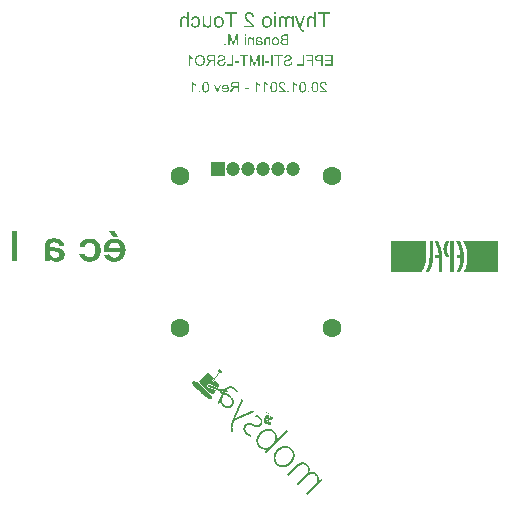
<source format=gbs>
%FSLAX44Y44*%
%MOMM*%
G71*
G01*
G75*
G04 Layer_Color=16711935*
%ADD10C,0.5000*%
%ADD11C,1.4000*%
%ADD12C,1.0000*%
%ADD13R,1.0000X1.0000*%
%ADD14C,0.6000*%
%ADD15C,0.1500*%
%ADD16C,1.6032*%
%ADD17C,1.2032*%
%ADD18R,1.2032X1.2032*%
G36*
X967990Y1135000D02*
X966929D01*
X964481Y1141494D01*
X965624D01*
X967058Y1137530D01*
X967151Y1137273D01*
X967233Y1137029D01*
X967302Y1136819D01*
X967361Y1136644D01*
X967407Y1136492D01*
X967442Y1136387D01*
X967454Y1136317D01*
X967466Y1136306D01*
Y1136294D01*
X967536Y1136539D01*
X967606Y1136784D01*
X967676Y1137005D01*
X967746Y1137204D01*
X967804Y1137367D01*
X967850Y1137495D01*
X967862Y1137542D01*
X967874Y1137577D01*
X967885Y1137588D01*
Y1137600D01*
X969273Y1141494D01*
X970439D01*
X967990Y1135000D01*
D02*
G37*
G36*
X974321Y1141622D02*
X974554Y1141599D01*
X974776Y1141552D01*
X974986Y1141494D01*
X975172Y1141424D01*
X975359Y1141342D01*
X975522Y1141261D01*
X975673Y1141179D01*
X975802Y1141097D01*
X975918Y1141016D01*
X976023Y1140934D01*
X976105Y1140864D01*
X976175Y1140806D01*
X976221Y1140759D01*
X976245Y1140736D01*
X976256Y1140724D01*
X976408Y1140549D01*
X976536Y1140363D01*
X976641Y1140153D01*
X976746Y1139943D01*
X976828Y1139733D01*
X976886Y1139524D01*
X976944Y1139314D01*
X976991Y1139116D01*
X977026Y1138929D01*
X977049Y1138754D01*
X977072Y1138591D01*
X977084Y1138451D01*
Y1138346D01*
X977096Y1138253D01*
Y1138206D01*
Y1138183D01*
X977084Y1137891D01*
X977061Y1137623D01*
X977014Y1137378D01*
X976967Y1137133D01*
X976909Y1136924D01*
X976839Y1136714D01*
X976758Y1136539D01*
X976676Y1136364D01*
X976606Y1136224D01*
X976525Y1136096D01*
X976454Y1135991D01*
X976396Y1135898D01*
X976350Y1135828D01*
X976303Y1135781D01*
X976280Y1135746D01*
X976268Y1135734D01*
X976105Y1135583D01*
X975930Y1135443D01*
X975743Y1135327D01*
X975557Y1135233D01*
X975370Y1135140D01*
X975184Y1135070D01*
X974997Y1135012D01*
X974822Y1134965D01*
X974659Y1134930D01*
X974496Y1134907D01*
X974356Y1134883D01*
X974239Y1134872D01*
X974146D01*
X974064Y1134860D01*
X974006D01*
X973796Y1134872D01*
X973598Y1134883D01*
X973237Y1134942D01*
X973074Y1134988D01*
X972922Y1135035D01*
X972782Y1135082D01*
X972654Y1135140D01*
X972537Y1135187D01*
X972444Y1135233D01*
X972351Y1135280D01*
X972281Y1135327D01*
X972222Y1135361D01*
X972188Y1135385D01*
X972164Y1135408D01*
X972152D01*
X971908Y1135630D01*
X971698Y1135886D01*
X971523Y1136143D01*
X971383Y1136387D01*
X971290Y1136609D01*
X971243Y1136714D01*
X971220Y1136795D01*
X971185Y1136865D01*
X971173Y1136912D01*
X971161Y1136947D01*
Y1136959D01*
X972304Y1137110D01*
X972397Y1136865D01*
X972514Y1136656D01*
X972630Y1136469D01*
X972735Y1136329D01*
X972829Y1136224D01*
X972910Y1136143D01*
X972957Y1136096D01*
X972980Y1136084D01*
X973143Y1135979D01*
X973318Y1135898D01*
X973493Y1135851D01*
X973645Y1135805D01*
X973796Y1135781D01*
X973901Y1135770D01*
X974006D01*
X974158Y1135781D01*
X974298Y1135793D01*
X974566Y1135863D01*
X974799Y1135944D01*
X974997Y1136049D01*
X975149Y1136154D01*
X975277Y1136247D01*
X975312Y1136283D01*
X975347Y1136306D01*
X975359Y1136317D01*
X975370Y1136329D01*
X975463Y1136446D01*
X975545Y1136562D01*
X975685Y1136819D01*
X975790Y1137087D01*
X975872Y1137355D01*
X975918Y1137588D01*
X975930Y1137693D01*
X975941Y1137786D01*
X975953Y1137856D01*
X975965Y1137915D01*
Y1137950D01*
Y1137961D01*
X971126D01*
X971115Y1138090D01*
Y1138183D01*
Y1138229D01*
Y1138253D01*
X971126Y1138544D01*
X971150Y1138824D01*
X971197Y1139081D01*
X971243Y1139325D01*
X971301Y1139547D01*
X971371Y1139745D01*
X971453Y1139932D01*
X971523Y1140107D01*
X971605Y1140258D01*
X971686Y1140386D01*
X971756Y1140491D01*
X971814Y1140584D01*
X971861Y1140654D01*
X971908Y1140701D01*
X971931Y1140736D01*
X971943Y1140748D01*
X972106Y1140899D01*
X972269Y1141039D01*
X972444Y1141156D01*
X972630Y1141261D01*
X972805Y1141342D01*
X972980Y1141412D01*
X973155Y1141482D01*
X973318Y1141529D01*
X973470Y1141564D01*
X973622Y1141587D01*
X973750Y1141610D01*
X973855Y1141622D01*
X973948Y1141634D01*
X974076D01*
X974321Y1141622D01*
D02*
G37*
G36*
X1045287Y1135000D02*
X1044028D01*
Y1136259D01*
X1045287D01*
Y1135000D01*
D02*
G37*
G36*
X1000856Y1143779D02*
X1001008Y1143569D01*
X1001171Y1143359D01*
X1001322Y1143184D01*
X1001474Y1143021D01*
X1001590Y1142905D01*
X1001637Y1142858D01*
X1001672Y1142823D01*
X1001695Y1142811D01*
X1001707Y1142800D01*
X1001975Y1142578D01*
X1002243Y1142380D01*
X1002523Y1142193D01*
X1002768Y1142042D01*
X1002990Y1141925D01*
X1003083Y1141867D01*
X1003164Y1141832D01*
X1003223Y1141797D01*
X1003269Y1141774D01*
X1003304Y1141750D01*
X1003316D01*
Y1140678D01*
X1003118Y1140759D01*
X1002919Y1140853D01*
X1002721Y1140946D01*
X1002546Y1141039D01*
X1002395Y1141121D01*
X1002267Y1141191D01*
X1002220Y1141214D01*
X1002185Y1141237D01*
X1002173Y1141249D01*
X1002162D01*
X1001929Y1141389D01*
X1001730Y1141529D01*
X1001544Y1141657D01*
X1001392Y1141774D01*
X1001276Y1141867D01*
X1001182Y1141948D01*
X1001136Y1141995D01*
X1001113Y1142007D01*
Y1135000D01*
X1000016D01*
Y1144000D01*
X1000728D01*
X1000856Y1143779D01*
D02*
G37*
G36*
X946597D02*
X946748Y1143569D01*
X946912Y1143359D01*
X947063Y1143184D01*
X947215Y1143021D01*
X947331Y1142905D01*
X947378Y1142858D01*
X947413Y1142823D01*
X947436Y1142811D01*
X947448Y1142800D01*
X947716Y1142578D01*
X947984Y1142380D01*
X948264Y1142193D01*
X948509Y1142042D01*
X948730Y1141925D01*
X948824Y1141867D01*
X948905Y1141832D01*
X948963Y1141797D01*
X949010Y1141774D01*
X949045Y1141750D01*
X949057D01*
Y1140678D01*
X948859Y1140759D01*
X948660Y1140853D01*
X948462Y1140946D01*
X948287Y1141039D01*
X948136Y1141121D01*
X948008Y1141191D01*
X947961Y1141214D01*
X947926Y1141237D01*
X947914Y1141249D01*
X947903D01*
X947669Y1141389D01*
X947471Y1141529D01*
X947285Y1141657D01*
X947133Y1141774D01*
X947017Y1141867D01*
X946923Y1141948D01*
X946877Y1141995D01*
X946853Y1142007D01*
Y1135000D01*
X945757D01*
Y1144000D01*
X946469D01*
X946597Y1143779D01*
D02*
G37*
G36*
X993849Y1137693D02*
X990468D01*
Y1138801D01*
X993849D01*
Y1137693D01*
D02*
G37*
G36*
X1027892Y1135000D02*
X1026633D01*
Y1136259D01*
X1027892D01*
Y1135000D01*
D02*
G37*
G36*
X1039866Y1143977D02*
X1040180Y1143919D01*
X1040460Y1143837D01*
X1040693Y1143744D01*
X1040798Y1143686D01*
X1040880Y1143639D01*
X1040962Y1143592D01*
X1041020Y1143557D01*
X1041067Y1143522D01*
X1041101Y1143499D01*
X1041125Y1143487D01*
X1041136Y1143476D01*
X1041358Y1143266D01*
X1041556Y1143021D01*
X1041719Y1142765D01*
X1041859Y1142532D01*
X1041964Y1142310D01*
X1042011Y1142217D01*
X1042046Y1142135D01*
X1042069Y1142065D01*
X1042092Y1142019D01*
X1042104Y1141983D01*
Y1141972D01*
X1042162Y1141785D01*
X1042209Y1141587D01*
X1042291Y1141167D01*
X1042349Y1140736D01*
X1042384Y1140328D01*
X1042407Y1140142D01*
Y1139967D01*
X1042419Y1139815D01*
X1042430Y1139687D01*
Y1139570D01*
Y1139489D01*
Y1139442D01*
Y1139419D01*
X1042419Y1138964D01*
X1042396Y1138533D01*
X1042349Y1138148D01*
X1042291Y1137786D01*
X1042232Y1137448D01*
X1042151Y1137157D01*
X1042069Y1136889D01*
X1041988Y1136644D01*
X1041906Y1136434D01*
X1041836Y1136259D01*
X1041754Y1136108D01*
X1041696Y1135979D01*
X1041638Y1135886D01*
X1041591Y1135828D01*
X1041568Y1135781D01*
X1041556Y1135770D01*
X1041405Y1135606D01*
X1041253Y1135466D01*
X1041090Y1135338D01*
X1040927Y1135233D01*
X1040752Y1135152D01*
X1040577Y1135070D01*
X1040414Y1135012D01*
X1040250Y1134965D01*
X1040099Y1134930D01*
X1039959Y1134895D01*
X1039842Y1134872D01*
X1039726Y1134860D01*
X1039644D01*
X1039574Y1134848D01*
X1039516D01*
X1039341Y1134860D01*
X1039166Y1134872D01*
X1038851Y1134930D01*
X1038571Y1135012D01*
X1038338Y1135117D01*
X1038233Y1135163D01*
X1038152Y1135210D01*
X1038070Y1135257D01*
X1038012Y1135292D01*
X1037965Y1135327D01*
X1037919Y1135350D01*
X1037907Y1135373D01*
X1037895D01*
X1037662Y1135583D01*
X1037464Y1135828D01*
X1037301Y1136073D01*
X1037161Y1136317D01*
X1037056Y1136527D01*
X1037009Y1136621D01*
X1036974Y1136702D01*
X1036951Y1136772D01*
X1036928Y1136819D01*
X1036916Y1136854D01*
Y1136865D01*
X1036858Y1137052D01*
X1036811Y1137250D01*
X1036730Y1137670D01*
X1036671Y1138101D01*
X1036625Y1138509D01*
X1036613Y1138696D01*
X1036601Y1138871D01*
Y1139022D01*
X1036590Y1139150D01*
Y1139267D01*
Y1139349D01*
Y1139395D01*
Y1139419D01*
Y1139663D01*
X1036601Y1139897D01*
X1036613Y1140107D01*
X1036625Y1140305D01*
X1036636Y1140503D01*
X1036659Y1140666D01*
X1036671Y1140829D01*
X1036694Y1140969D01*
X1036718Y1141097D01*
X1036730Y1141214D01*
X1036753Y1141307D01*
X1036764Y1141389D01*
X1036776Y1141447D01*
X1036788Y1141494D01*
X1036799Y1141517D01*
Y1141529D01*
X1036881Y1141809D01*
X1036963Y1142077D01*
X1037056Y1142298D01*
X1037149Y1142496D01*
X1037231Y1142660D01*
X1037289Y1142776D01*
X1037312Y1142811D01*
X1037336Y1142846D01*
X1037347Y1142858D01*
Y1142870D01*
X1037487Y1143068D01*
X1037639Y1143231D01*
X1037790Y1143371D01*
X1037930Y1143499D01*
X1038059Y1143592D01*
X1038152Y1143651D01*
X1038222Y1143697D01*
X1038233Y1143709D01*
X1038245D01*
X1038455Y1143802D01*
X1038677Y1143872D01*
X1038886Y1143931D01*
X1039084Y1143966D01*
X1039259Y1143989D01*
X1039329D01*
X1039399Y1144000D01*
X1039691D01*
X1039866Y1143977D01*
D02*
G37*
G36*
X1015511D02*
X1015826Y1143919D01*
X1016105Y1143837D01*
X1016339Y1143744D01*
X1016443Y1143686D01*
X1016525Y1143639D01*
X1016607Y1143592D01*
X1016665Y1143557D01*
X1016712Y1143522D01*
X1016747Y1143499D01*
X1016770Y1143487D01*
X1016782Y1143476D01*
X1017003Y1143266D01*
X1017201Y1143021D01*
X1017365Y1142765D01*
X1017504Y1142532D01*
X1017609Y1142310D01*
X1017656Y1142217D01*
X1017691Y1142135D01*
X1017714Y1142065D01*
X1017738Y1142019D01*
X1017749Y1141983D01*
Y1141972D01*
X1017808Y1141785D01*
X1017854Y1141587D01*
X1017936Y1141167D01*
X1017994Y1140736D01*
X1018029Y1140328D01*
X1018052Y1140142D01*
Y1139967D01*
X1018064Y1139815D01*
X1018076Y1139687D01*
Y1139570D01*
Y1139489D01*
Y1139442D01*
Y1139419D01*
X1018064Y1138964D01*
X1018041Y1138533D01*
X1017994Y1138148D01*
X1017936Y1137786D01*
X1017878Y1137448D01*
X1017796Y1137157D01*
X1017714Y1136889D01*
X1017633Y1136644D01*
X1017551Y1136434D01*
X1017481Y1136259D01*
X1017400Y1136108D01*
X1017341Y1135979D01*
X1017283Y1135886D01*
X1017236Y1135828D01*
X1017213Y1135781D01*
X1017201Y1135770D01*
X1017050Y1135606D01*
X1016898Y1135466D01*
X1016735Y1135338D01*
X1016572Y1135233D01*
X1016397Y1135152D01*
X1016222Y1135070D01*
X1016059Y1135012D01*
X1015896Y1134965D01*
X1015744Y1134930D01*
X1015604Y1134895D01*
X1015488Y1134872D01*
X1015371Y1134860D01*
X1015289D01*
X1015219Y1134848D01*
X1015161D01*
X1014986Y1134860D01*
X1014811Y1134872D01*
X1014497Y1134930D01*
X1014217Y1135012D01*
X1013984Y1135117D01*
X1013879Y1135163D01*
X1013797Y1135210D01*
X1013715Y1135257D01*
X1013657Y1135292D01*
X1013611Y1135327D01*
X1013564Y1135350D01*
X1013552Y1135373D01*
X1013540D01*
X1013307Y1135583D01*
X1013109Y1135828D01*
X1012946Y1136073D01*
X1012806Y1136317D01*
X1012701Y1136527D01*
X1012654Y1136621D01*
X1012619Y1136702D01*
X1012596Y1136772D01*
X1012573Y1136819D01*
X1012561Y1136854D01*
Y1136865D01*
X1012503Y1137052D01*
X1012456Y1137250D01*
X1012375Y1137670D01*
X1012316Y1138101D01*
X1012270Y1138509D01*
X1012258Y1138696D01*
X1012246Y1138871D01*
Y1139022D01*
X1012235Y1139150D01*
Y1139267D01*
Y1139349D01*
Y1139395D01*
Y1139419D01*
Y1139663D01*
X1012246Y1139897D01*
X1012258Y1140107D01*
X1012270Y1140305D01*
X1012281Y1140503D01*
X1012305Y1140666D01*
X1012316Y1140829D01*
X1012340Y1140969D01*
X1012363Y1141097D01*
X1012375Y1141214D01*
X1012398Y1141307D01*
X1012410Y1141389D01*
X1012421Y1141447D01*
X1012433Y1141494D01*
X1012445Y1141517D01*
Y1141529D01*
X1012526Y1141809D01*
X1012608Y1142077D01*
X1012701Y1142298D01*
X1012794Y1142496D01*
X1012876Y1142660D01*
X1012934Y1142776D01*
X1012958Y1142811D01*
X1012981Y1142846D01*
X1012993Y1142858D01*
Y1142870D01*
X1013132Y1143068D01*
X1013284Y1143231D01*
X1013436Y1143371D01*
X1013576Y1143499D01*
X1013704Y1143592D01*
X1013797Y1143651D01*
X1013867Y1143697D01*
X1013879Y1143709D01*
X1013890D01*
X1014100Y1143802D01*
X1014322Y1143872D01*
X1014531Y1143931D01*
X1014730Y1143966D01*
X1014905Y1143989D01*
X1014975D01*
X1015044Y1144000D01*
X1015336D01*
X1015511Y1143977D01*
D02*
G37*
G36*
X957766D02*
X958081Y1143919D01*
X958360Y1143837D01*
X958594Y1143744D01*
X958699Y1143686D01*
X958780Y1143639D01*
X958862Y1143592D01*
X958920Y1143557D01*
X958967Y1143522D01*
X959002Y1143499D01*
X959025Y1143487D01*
X959037Y1143476D01*
X959258Y1143266D01*
X959456Y1143021D01*
X959620Y1142765D01*
X959759Y1142532D01*
X959864Y1142310D01*
X959911Y1142217D01*
X959946Y1142135D01*
X959969Y1142065D01*
X959993Y1142019D01*
X960004Y1141983D01*
Y1141972D01*
X960062Y1141785D01*
X960109Y1141587D01*
X960191Y1141167D01*
X960249Y1140736D01*
X960284Y1140328D01*
X960307Y1140142D01*
Y1139967D01*
X960319Y1139815D01*
X960331Y1139687D01*
Y1139570D01*
Y1139489D01*
Y1139442D01*
Y1139419D01*
X960319Y1138964D01*
X960296Y1138533D01*
X960249Y1138148D01*
X960191Y1137786D01*
X960133Y1137448D01*
X960051Y1137157D01*
X959969Y1136889D01*
X959888Y1136644D01*
X959806Y1136434D01*
X959736Y1136259D01*
X959654Y1136108D01*
X959596Y1135979D01*
X959538Y1135886D01*
X959491Y1135828D01*
X959468Y1135781D01*
X959456Y1135770D01*
X959305Y1135606D01*
X959153Y1135466D01*
X958990Y1135338D01*
X958827Y1135233D01*
X958652Y1135152D01*
X958477Y1135070D01*
X958314Y1135012D01*
X958150Y1134965D01*
X957999Y1134930D01*
X957859Y1134895D01*
X957742Y1134872D01*
X957626Y1134860D01*
X957544D01*
X957474Y1134848D01*
X957416D01*
X957241Y1134860D01*
X957066Y1134872D01*
X956751Y1134930D01*
X956472Y1135012D01*
X956238Y1135117D01*
X956134Y1135163D01*
X956052Y1135210D01*
X955970Y1135257D01*
X955912Y1135292D01*
X955865Y1135327D01*
X955819Y1135350D01*
X955807Y1135373D01*
X955796D01*
X955562Y1135583D01*
X955364Y1135828D01*
X955201Y1136073D01*
X955061Y1136317D01*
X954956Y1136527D01*
X954909Y1136621D01*
X954874Y1136702D01*
X954851Y1136772D01*
X954828Y1136819D01*
X954816Y1136854D01*
Y1136865D01*
X954758Y1137052D01*
X954711Y1137250D01*
X954630Y1137670D01*
X954571Y1138101D01*
X954525Y1138509D01*
X954513Y1138696D01*
X954501Y1138871D01*
Y1139022D01*
X954490Y1139150D01*
Y1139267D01*
Y1139349D01*
Y1139395D01*
Y1139419D01*
Y1139663D01*
X954501Y1139897D01*
X954513Y1140107D01*
X954525Y1140305D01*
X954536Y1140503D01*
X954560Y1140666D01*
X954571Y1140829D01*
X954595Y1140969D01*
X954618Y1141097D01*
X954630Y1141214D01*
X954653Y1141307D01*
X954665Y1141389D01*
X954676Y1141447D01*
X954688Y1141494D01*
X954700Y1141517D01*
Y1141529D01*
X954781Y1141809D01*
X954863Y1142077D01*
X954956Y1142298D01*
X955049Y1142496D01*
X955131Y1142660D01*
X955189Y1142776D01*
X955212Y1142811D01*
X955236Y1142846D01*
X955247Y1142858D01*
Y1142870D01*
X955387Y1143068D01*
X955539Y1143231D01*
X955691Y1143371D01*
X955830Y1143499D01*
X955959Y1143592D01*
X956052Y1143651D01*
X956122Y1143697D01*
X956134Y1143709D01*
X956145D01*
X956355Y1143802D01*
X956577Y1143872D01*
X956786Y1143931D01*
X956985Y1143966D01*
X957160Y1143989D01*
X957230D01*
X957299Y1144000D01*
X957591D01*
X957766Y1143977D01*
D02*
G37*
G36*
X985618Y1135000D02*
X984429D01*
Y1138976D01*
X982890D01*
X982762Y1138964D01*
X982645D01*
X982552Y1138952D01*
X982482Y1138941D01*
X982435D01*
X982412Y1138929D01*
X982400D01*
X982202Y1138859D01*
X982109Y1138824D01*
X982027Y1138777D01*
X981957Y1138742D01*
X981911Y1138708D01*
X981876Y1138696D01*
X981864Y1138684D01*
X981759Y1138603D01*
X981654Y1138521D01*
X981549Y1138416D01*
X981456Y1138311D01*
X981374Y1138229D01*
X981316Y1138148D01*
X981270Y1138101D01*
X981258Y1138078D01*
X981118Y1137903D01*
X980978Y1137705D01*
X980838Y1137507D01*
X980698Y1137308D01*
X980582Y1137133D01*
X980523Y1137052D01*
X980477Y1136982D01*
X980442Y1136935D01*
X980418Y1136889D01*
X980395Y1136865D01*
Y1136854D01*
X979218Y1135000D01*
X977725D01*
X979276Y1137425D01*
X979451Y1137682D01*
X979626Y1137915D01*
X979789Y1138124D01*
X979940Y1138288D01*
X980080Y1138428D01*
X980174Y1138533D01*
X980244Y1138591D01*
X980255Y1138614D01*
X980267D01*
X980372Y1138696D01*
X980477Y1138777D01*
X980710Y1138929D01*
X980815Y1138987D01*
X980896Y1139034D01*
X980955Y1139057D01*
X980978Y1139069D01*
X980745Y1139104D01*
X980523Y1139150D01*
X980325Y1139209D01*
X980139Y1139267D01*
X979964Y1139337D01*
X979800Y1139407D01*
X979661Y1139477D01*
X979532Y1139547D01*
X979427Y1139617D01*
X979334Y1139687D01*
X979253Y1139745D01*
X979183Y1139792D01*
X979136Y1139838D01*
X979089Y1139873D01*
X979078Y1139885D01*
X979066Y1139897D01*
X978961Y1140025D01*
X978856Y1140153D01*
X978775Y1140293D01*
X978705Y1140421D01*
X978600Y1140689D01*
X978530Y1140946D01*
X978483Y1141167D01*
X978471Y1141261D01*
X978460Y1141342D01*
X978448Y1141412D01*
Y1141459D01*
Y1141494D01*
Y1141506D01*
X978460Y1141774D01*
X978506Y1142030D01*
X978565Y1142263D01*
X978635Y1142461D01*
X978705Y1142625D01*
X978763Y1142753D01*
X978786Y1142800D01*
X978810Y1142835D01*
X978821Y1142846D01*
Y1142858D01*
X978973Y1143068D01*
X979136Y1143254D01*
X979299Y1143406D01*
X979462Y1143522D01*
X979602Y1143616D01*
X979719Y1143674D01*
X979766Y1143697D01*
X979800Y1143709D01*
X979812Y1143721D01*
X979824D01*
X979940Y1143767D01*
X980080Y1143802D01*
X980372Y1143861D01*
X980675Y1143907D01*
X980966Y1143931D01*
X981106Y1143942D01*
X981235Y1143954D01*
X981339D01*
X981444Y1143966D01*
X985618D01*
Y1135000D01*
D02*
G37*
G36*
X952753D02*
X951493D01*
Y1136259D01*
X952753D01*
Y1135000D01*
D02*
G37*
G36*
X1050300Y1143977D02*
X1050615Y1143919D01*
X1050895Y1143837D01*
X1051128Y1143744D01*
X1051233Y1143686D01*
X1051314Y1143639D01*
X1051396Y1143592D01*
X1051454Y1143557D01*
X1051501Y1143522D01*
X1051536Y1143499D01*
X1051559Y1143487D01*
X1051571Y1143476D01*
X1051792Y1143266D01*
X1051991Y1143021D01*
X1052154Y1142765D01*
X1052294Y1142532D01*
X1052399Y1142310D01*
X1052445Y1142217D01*
X1052480Y1142135D01*
X1052504Y1142065D01*
X1052527Y1142019D01*
X1052539Y1141983D01*
Y1141972D01*
X1052597Y1141785D01*
X1052644Y1141587D01*
X1052725Y1141167D01*
X1052783Y1140736D01*
X1052818Y1140328D01*
X1052842Y1140142D01*
Y1139967D01*
X1052853Y1139815D01*
X1052865Y1139687D01*
Y1139570D01*
Y1139489D01*
Y1139442D01*
Y1139419D01*
X1052853Y1138964D01*
X1052830Y1138533D01*
X1052783Y1138148D01*
X1052725Y1137786D01*
X1052667Y1137448D01*
X1052585Y1137157D01*
X1052504Y1136889D01*
X1052422Y1136644D01*
X1052340Y1136434D01*
X1052270Y1136259D01*
X1052189Y1136108D01*
X1052131Y1135979D01*
X1052072Y1135886D01*
X1052026Y1135828D01*
X1052002Y1135781D01*
X1051991Y1135770D01*
X1051839Y1135606D01*
X1051687Y1135466D01*
X1051524Y1135338D01*
X1051361Y1135233D01*
X1051186Y1135152D01*
X1051011Y1135070D01*
X1050848Y1135012D01*
X1050685Y1134965D01*
X1050533Y1134930D01*
X1050393Y1134895D01*
X1050277Y1134872D01*
X1050160Y1134860D01*
X1050079D01*
X1050009Y1134848D01*
X1049950D01*
X1049775Y1134860D01*
X1049601Y1134872D01*
X1049286Y1134930D01*
X1049006Y1135012D01*
X1048773Y1135117D01*
X1048668Y1135163D01*
X1048586Y1135210D01*
X1048505Y1135257D01*
X1048446Y1135292D01*
X1048400Y1135327D01*
X1048353Y1135350D01*
X1048341Y1135373D01*
X1048330D01*
X1048097Y1135583D01*
X1047898Y1135828D01*
X1047735Y1136073D01*
X1047595Y1136317D01*
X1047490Y1136527D01*
X1047444Y1136621D01*
X1047409Y1136702D01*
X1047385Y1136772D01*
X1047362Y1136819D01*
X1047350Y1136854D01*
Y1136865D01*
X1047292Y1137052D01*
X1047245Y1137250D01*
X1047164Y1137670D01*
X1047106Y1138101D01*
X1047059Y1138509D01*
X1047047Y1138696D01*
X1047036Y1138871D01*
Y1139022D01*
X1047024Y1139150D01*
Y1139267D01*
Y1139349D01*
Y1139395D01*
Y1139419D01*
Y1139663D01*
X1047036Y1139897D01*
X1047047Y1140107D01*
X1047059Y1140305D01*
X1047071Y1140503D01*
X1047094Y1140666D01*
X1047106Y1140829D01*
X1047129Y1140969D01*
X1047152Y1141097D01*
X1047164Y1141214D01*
X1047187Y1141307D01*
X1047199Y1141389D01*
X1047211Y1141447D01*
X1047222Y1141494D01*
X1047234Y1141517D01*
Y1141529D01*
X1047316Y1141809D01*
X1047397Y1142077D01*
X1047490Y1142298D01*
X1047584Y1142496D01*
X1047665Y1142660D01*
X1047723Y1142776D01*
X1047747Y1142811D01*
X1047770Y1142846D01*
X1047782Y1142858D01*
Y1142870D01*
X1047922Y1143068D01*
X1048073Y1143231D01*
X1048225Y1143371D01*
X1048365Y1143499D01*
X1048493Y1143592D01*
X1048586Y1143651D01*
X1048656Y1143697D01*
X1048668Y1143709D01*
X1048680D01*
X1048889Y1143802D01*
X1049111Y1143872D01*
X1049321Y1143931D01*
X1049519Y1143966D01*
X1049694Y1143989D01*
X1049764D01*
X1049834Y1144000D01*
X1050125D01*
X1050300Y1143977D01*
D02*
G37*
G36*
X949046Y1199464D02*
X949462Y1199398D01*
X949846Y1199298D01*
X950162Y1199198D01*
X950445Y1199098D01*
X950562Y1199048D01*
X950645Y1198998D01*
X950729Y1198964D01*
X950779Y1198931D01*
X950812Y1198914D01*
X950829D01*
X951179Y1198681D01*
X951495Y1198415D01*
X951762Y1198131D01*
X951962Y1197848D01*
X952128Y1197598D01*
X952245Y1197398D01*
X952295Y1197331D01*
X952328Y1197265D01*
X952345Y1197232D01*
Y1197215D01*
X952512Y1196782D01*
X952628Y1196332D01*
X952711Y1195899D01*
X952762Y1195482D01*
X952795Y1195299D01*
Y1195132D01*
X952812Y1194982D01*
X952828Y1194849D01*
Y1194749D01*
Y1194666D01*
Y1194615D01*
Y1194599D01*
X952812Y1194182D01*
X952778Y1193782D01*
X952728Y1193416D01*
X952645Y1193066D01*
X952561Y1192749D01*
X952461Y1192449D01*
X952362Y1192183D01*
X952245Y1191949D01*
X952145Y1191733D01*
X952045Y1191550D01*
X951945Y1191400D01*
X951862Y1191266D01*
X951778Y1191166D01*
X951728Y1191100D01*
X951695Y1191050D01*
X951678Y1191033D01*
X951462Y1190816D01*
X951212Y1190633D01*
X950962Y1190467D01*
X950712Y1190317D01*
X950462Y1190200D01*
X950212Y1190100D01*
X949962Y1190017D01*
X949729Y1189950D01*
X949496Y1189900D01*
X949296Y1189867D01*
X949112Y1189833D01*
X948946Y1189817D01*
X948812D01*
X948712Y1189800D01*
X948629D01*
X948346Y1189817D01*
X948079Y1189833D01*
X947596Y1189933D01*
X947163Y1190083D01*
X946963Y1190167D01*
X946780Y1190250D01*
X946630Y1190317D01*
X946480Y1190400D01*
X946363Y1190483D01*
X946263Y1190550D01*
X946180Y1190600D01*
X946130Y1190650D01*
X946096Y1190667D01*
X946080Y1190683D01*
X945897Y1190866D01*
X945713Y1191050D01*
X945563Y1191250D01*
X945430Y1191450D01*
X945197Y1191866D01*
X945030Y1192266D01*
X944964Y1192449D01*
X944897Y1192633D01*
X944864Y1192783D01*
X944814Y1192916D01*
X944797Y1193033D01*
X944780Y1193116D01*
X944763Y1193166D01*
Y1193183D01*
X946313Y1193399D01*
X946396Y1192983D01*
X946513Y1192633D01*
X946646Y1192333D01*
X946780Y1192083D01*
X946896Y1191899D01*
X947013Y1191750D01*
X947080Y1191683D01*
X947113Y1191650D01*
X947363Y1191466D01*
X947613Y1191333D01*
X947863Y1191233D01*
X948113Y1191166D01*
X948329Y1191133D01*
X948496Y1191116D01*
X948562Y1191100D01*
X948646D01*
X948863Y1191116D01*
X949062Y1191133D01*
X949429Y1191233D01*
X949746Y1191366D01*
X950012Y1191516D01*
X950229Y1191666D01*
X950379Y1191799D01*
X950479Y1191899D01*
X950495Y1191916D01*
X950512Y1191933D01*
X950629Y1192100D01*
X950745Y1192299D01*
X950912Y1192716D01*
X951045Y1193166D01*
X951129Y1193616D01*
X951145Y1193816D01*
X951179Y1194016D01*
X951195Y1194182D01*
Y1194349D01*
X951212Y1194465D01*
Y1194566D01*
Y1194632D01*
Y1194649D01*
X951195Y1194982D01*
X951179Y1195299D01*
X951145Y1195582D01*
X951095Y1195848D01*
X951045Y1196082D01*
X950979Y1196298D01*
X950912Y1196498D01*
X950845Y1196682D01*
X950779Y1196832D01*
X950712Y1196965D01*
X950645Y1197082D01*
X950595Y1197165D01*
X950545Y1197248D01*
X950512Y1197298D01*
X950479Y1197315D01*
Y1197331D01*
X950329Y1197481D01*
X950179Y1197615D01*
X950029Y1197731D01*
X949862Y1197831D01*
X949546Y1197981D01*
X949246Y1198081D01*
X948979Y1198131D01*
X948863Y1198148D01*
X948763Y1198165D01*
X948679Y1198181D01*
X948562D01*
X948279Y1198165D01*
X948029Y1198115D01*
X947796Y1198031D01*
X947596Y1197948D01*
X947446Y1197848D01*
X947329Y1197781D01*
X947246Y1197715D01*
X947230Y1197698D01*
X947030Y1197498D01*
X946880Y1197281D01*
X946746Y1197048D01*
X946630Y1196832D01*
X946546Y1196632D01*
X946496Y1196465D01*
X946463Y1196398D01*
Y1196348D01*
X946446Y1196332D01*
Y1196315D01*
X944913Y1196548D01*
X945047Y1197048D01*
X945230Y1197481D01*
X945430Y1197848D01*
X945647Y1198165D01*
X945747Y1198281D01*
X945847Y1198398D01*
X945930Y1198498D01*
X946013Y1198581D01*
X946080Y1198631D01*
X946113Y1198681D01*
X946146Y1198698D01*
X946163Y1198714D01*
X946346Y1198848D01*
X946546Y1198964D01*
X946946Y1199164D01*
X947363Y1199298D01*
X947746Y1199381D01*
X947929Y1199414D01*
X948079Y1199448D01*
X948229Y1199464D01*
X948363D01*
X948463Y1199481D01*
X948613D01*
X949046Y1199464D01*
D02*
G37*
G36*
X1062500Y1201297D02*
X1058284D01*
Y1190000D01*
X1056585D01*
Y1201297D01*
X1052369D01*
Y1202813D01*
X1062500D01*
Y1201297D01*
D02*
G37*
G36*
X1016995Y1190000D02*
X1015429D01*
Y1199281D01*
X1016995D01*
Y1190000D01*
D02*
G37*
G36*
X1028042Y1199464D02*
X1028359Y1199414D01*
X1028625Y1199348D01*
X1028875Y1199281D01*
X1029075Y1199198D01*
X1029225Y1199131D01*
X1029325Y1199081D01*
X1029342Y1199064D01*
X1029359D01*
X1029609Y1198898D01*
X1029842Y1198714D01*
X1030042Y1198531D01*
X1030208Y1198364D01*
X1030342Y1198198D01*
X1030442Y1198081D01*
X1030508Y1197998D01*
X1030525Y1197965D01*
Y1199281D01*
X1031925D01*
Y1190000D01*
X1030358D01*
Y1194799D01*
X1030342Y1195249D01*
X1030325Y1195632D01*
X1030275Y1195965D01*
X1030225Y1196248D01*
X1030192Y1196448D01*
X1030142Y1196615D01*
X1030125Y1196698D01*
X1030108Y1196732D01*
X1029992Y1196965D01*
X1029858Y1197181D01*
X1029725Y1197365D01*
X1029592Y1197498D01*
X1029475Y1197615D01*
X1029375Y1197698D01*
X1029292Y1197748D01*
X1029275Y1197765D01*
X1029059Y1197881D01*
X1028842Y1197965D01*
X1028642Y1198031D01*
X1028442Y1198065D01*
X1028276Y1198098D01*
X1028159Y1198115D01*
X1028042D01*
X1027742Y1198098D01*
X1027476Y1198031D01*
X1027259Y1197948D01*
X1027092Y1197848D01*
X1026959Y1197748D01*
X1026859Y1197665D01*
X1026809Y1197598D01*
X1026793Y1197581D01*
X1026659Y1197365D01*
X1026576Y1197115D01*
X1026509Y1196865D01*
X1026459Y1196598D01*
X1026426Y1196382D01*
X1026409Y1196182D01*
Y1196115D01*
Y1196065D01*
Y1196032D01*
Y1196015D01*
Y1190000D01*
X1024843D01*
Y1195382D01*
Y1195632D01*
X1024810Y1195882D01*
X1024776Y1196098D01*
X1024743Y1196298D01*
X1024693Y1196482D01*
X1024643Y1196665D01*
X1024576Y1196815D01*
X1024510Y1196948D01*
X1024393Y1197165D01*
X1024293Y1197331D01*
X1024227Y1197415D01*
X1024193Y1197448D01*
X1023943Y1197665D01*
X1023660Y1197831D01*
X1023393Y1197948D01*
X1023127Y1198031D01*
X1022894Y1198081D01*
X1022710Y1198098D01*
X1022644Y1198115D01*
X1022544D01*
X1022344Y1198098D01*
X1022177Y1198081D01*
X1022010Y1198031D01*
X1021877Y1197981D01*
X1021760Y1197931D01*
X1021677Y1197898D01*
X1021627Y1197865D01*
X1021610Y1197848D01*
X1021460Y1197748D01*
X1021344Y1197631D01*
X1021244Y1197531D01*
X1021177Y1197415D01*
X1021111Y1197331D01*
X1021077Y1197248D01*
X1021044Y1197198D01*
Y1197181D01*
X1020994Y1196998D01*
X1020961Y1196798D01*
X1020927Y1196565D01*
X1020911Y1196348D01*
X1020894Y1196148D01*
Y1195982D01*
Y1195915D01*
Y1195865D01*
Y1195848D01*
Y1195832D01*
Y1190000D01*
X1019328D01*
Y1196348D01*
Y1196632D01*
X1019361Y1196915D01*
X1019394Y1197165D01*
X1019444Y1197398D01*
X1019494Y1197615D01*
X1019561Y1197798D01*
X1019628Y1197981D01*
X1019694Y1198131D01*
X1019778Y1198265D01*
X1019844Y1198381D01*
X1019911Y1198481D01*
X1019961Y1198565D01*
X1020011Y1198631D01*
X1020044Y1198681D01*
X1020061Y1198698D01*
X1020078Y1198714D01*
X1020228Y1198848D01*
X1020378Y1198964D01*
X1020727Y1199164D01*
X1021077Y1199298D01*
X1021411Y1199381D01*
X1021727Y1199448D01*
X1021860Y1199464D01*
X1021977D01*
X1022077Y1199481D01*
X1022210D01*
X1022527Y1199464D01*
X1022843Y1199414D01*
X1023127Y1199331D01*
X1023410Y1199231D01*
X1023660Y1199098D01*
X1023893Y1198964D01*
X1024110Y1198814D01*
X1024310Y1198664D01*
X1024476Y1198514D01*
X1024626Y1198364D01*
X1024760Y1198231D01*
X1024876Y1198098D01*
X1024960Y1197998D01*
X1025026Y1197915D01*
X1025060Y1197865D01*
X1025076Y1197848D01*
X1025193Y1198115D01*
X1025343Y1198364D01*
X1025493Y1198565D01*
X1025659Y1198731D01*
X1025793Y1198864D01*
X1025909Y1198964D01*
X1025993Y1199031D01*
X1026026Y1199048D01*
X1026293Y1199198D01*
X1026559Y1199298D01*
X1026842Y1199381D01*
X1027109Y1199431D01*
X1027342Y1199464D01*
X1027542Y1199481D01*
X1027709D01*
X1028042Y1199464D01*
D02*
G37*
G36*
X1038223Y1190000D02*
X1038290Y1189833D01*
X1038340Y1189717D01*
X1038356Y1189633D01*
X1038373Y1189617D01*
X1038439Y1189450D01*
X1038490Y1189300D01*
X1038589Y1189034D01*
X1038673Y1188834D01*
X1038739Y1188667D01*
X1038789Y1188550D01*
X1038823Y1188484D01*
X1038856Y1188450D01*
Y1188434D01*
X1039023Y1188217D01*
X1039189Y1188067D01*
X1039256Y1188017D01*
X1039323Y1187984D01*
X1039356Y1187951D01*
X1039373D01*
X1039489Y1187884D01*
X1039623Y1187851D01*
X1039906Y1187784D01*
X1040023D01*
X1040122Y1187767D01*
X1040206D01*
X1040506Y1187784D01*
X1040656Y1187817D01*
X1040789Y1187851D01*
X1040906Y1187867D01*
X1041005Y1187900D01*
X1041072Y1187917D01*
X1041089D01*
X1040922Y1186451D01*
X1040722Y1186384D01*
X1040539Y1186334D01*
X1040356Y1186301D01*
X1040206Y1186284D01*
X1040089Y1186268D01*
X1039989Y1186251D01*
X1039906D01*
X1039639Y1186268D01*
X1039389Y1186301D01*
X1039173Y1186368D01*
X1038989Y1186434D01*
X1038823Y1186501D01*
X1038723Y1186568D01*
X1038640Y1186601D01*
X1038623Y1186618D01*
X1038423Y1186768D01*
X1038240Y1186951D01*
X1038073Y1187134D01*
X1037940Y1187317D01*
X1037823Y1187484D01*
X1037723Y1187634D01*
X1037673Y1187717D01*
X1037656Y1187751D01*
X1037590Y1187867D01*
X1037523Y1188000D01*
X1037390Y1188317D01*
X1037240Y1188667D01*
X1037090Y1189017D01*
X1036973Y1189333D01*
X1036907Y1189483D01*
X1036873Y1189600D01*
X1036823Y1189700D01*
X1036790Y1189783D01*
X1036773Y1189833D01*
Y1189850D01*
X1033258Y1199281D01*
X1034824D01*
X1036807Y1193866D01*
X1036940Y1193482D01*
X1037073Y1193099D01*
X1037190Y1192749D01*
X1037290Y1192433D01*
X1037356Y1192166D01*
X1037390Y1192049D01*
X1037423Y1191949D01*
X1037440Y1191866D01*
X1037456Y1191816D01*
X1037473Y1191783D01*
Y1191766D01*
X1037590Y1192183D01*
X1037706Y1192583D01*
X1037823Y1192949D01*
X1037923Y1193266D01*
X1038006Y1193532D01*
X1038040Y1193649D01*
X1038073Y1193732D01*
X1038106Y1193816D01*
X1038123Y1193866D01*
X1038140Y1193899D01*
Y1193916D01*
X1040089Y1199281D01*
X1041755D01*
X1038223Y1190000D01*
D02*
G37*
G36*
X962342Y1193532D02*
Y1193183D01*
X962326Y1192883D01*
X962309Y1192633D01*
X962292Y1192433D01*
Y1192266D01*
X962276Y1192150D01*
X962259Y1192083D01*
Y1192066D01*
X962192Y1191816D01*
X962126Y1191583D01*
X962042Y1191383D01*
X961959Y1191216D01*
X961892Y1191066D01*
X961826Y1190966D01*
X961793Y1190900D01*
X961776Y1190883D01*
X961626Y1190716D01*
X961459Y1190566D01*
X961276Y1190433D01*
X961109Y1190317D01*
X960959Y1190233D01*
X960826Y1190150D01*
X960743Y1190117D01*
X960709Y1190100D01*
X960443Y1190000D01*
X960160Y1189933D01*
X959910Y1189867D01*
X959676Y1189833D01*
X959476Y1189817D01*
X959310Y1189800D01*
X959176D01*
X958843Y1189817D01*
X958510Y1189867D01*
X958210Y1189950D01*
X957927Y1190050D01*
X957677Y1190167D01*
X957427Y1190300D01*
X957210Y1190433D01*
X957010Y1190583D01*
X956827Y1190733D01*
X956677Y1190866D01*
X956544Y1191000D01*
X956427Y1191116D01*
X956344Y1191216D01*
X956277Y1191300D01*
X956244Y1191350D01*
X956227Y1191366D01*
Y1190000D01*
X954828D01*
Y1199281D01*
X956394D01*
Y1194299D01*
X956411Y1193882D01*
X956427Y1193516D01*
X956477Y1193199D01*
X956527Y1192949D01*
X956577Y1192749D01*
X956610Y1192599D01*
X956644Y1192516D01*
X956661Y1192483D01*
X956777Y1192266D01*
X956910Y1192066D01*
X957044Y1191899D01*
X957194Y1191766D01*
X957327Y1191650D01*
X957444Y1191566D01*
X957510Y1191516D01*
X957544Y1191500D01*
X957777Y1191383D01*
X958010Y1191300D01*
X958243Y1191233D01*
X958443Y1191200D01*
X958610Y1191166D01*
X958760Y1191150D01*
X958877D01*
X959127Y1191166D01*
X959360Y1191200D01*
X959560Y1191266D01*
X959726Y1191333D01*
X959876Y1191383D01*
X959976Y1191450D01*
X960043Y1191483D01*
X960060Y1191500D01*
X960226Y1191650D01*
X960359Y1191799D01*
X960476Y1191966D01*
X960559Y1192116D01*
X960626Y1192249D01*
X960659Y1192366D01*
X960693Y1192433D01*
Y1192466D01*
X960709Y1192549D01*
X960726Y1192666D01*
X960743Y1192916D01*
X960759Y1193183D01*
Y1193466D01*
X960776Y1193716D01*
Y1193832D01*
Y1193932D01*
Y1194016D01*
Y1194082D01*
Y1194116D01*
Y1194132D01*
Y1199281D01*
X962342D01*
Y1193532D01*
D02*
G37*
G36*
X983953Y1201297D02*
X979738D01*
Y1190000D01*
X978038D01*
Y1201297D01*
X973823D01*
Y1202813D01*
X983953D01*
Y1201297D01*
D02*
G37*
G36*
X1022319Y1143989D02*
X1022541Y1143977D01*
X1022751Y1143942D01*
X1022937Y1143895D01*
X1023124Y1143849D01*
X1023287Y1143791D01*
X1023439Y1143732D01*
X1023579Y1143674D01*
X1023707Y1143604D01*
X1023812Y1143546D01*
X1023905Y1143487D01*
X1023987Y1143441D01*
X1024045Y1143394D01*
X1024092Y1143359D01*
X1024115Y1143348D01*
X1024127Y1143336D01*
X1024266Y1143208D01*
X1024383Y1143068D01*
X1024488Y1142916D01*
X1024581Y1142753D01*
X1024663Y1142601D01*
X1024733Y1142438D01*
X1024838Y1142123D01*
X1024884Y1141983D01*
X1024919Y1141844D01*
X1024943Y1141727D01*
X1024966Y1141622D01*
X1024978Y1141529D01*
Y1141470D01*
X1024989Y1141424D01*
Y1141412D01*
X1023858Y1141296D01*
X1023835Y1141599D01*
X1023788Y1141855D01*
X1023707Y1142077D01*
X1023614Y1142275D01*
X1023532Y1142415D01*
X1023450Y1142532D01*
X1023404Y1142590D01*
X1023380Y1142613D01*
X1023194Y1142776D01*
X1022984Y1142893D01*
X1022763Y1142974D01*
X1022564Y1143033D01*
X1022389Y1143068D01*
X1022308Y1143079D01*
X1022238D01*
X1022191Y1143091D01*
X1022110D01*
X1021841Y1143068D01*
X1021597Y1143021D01*
X1021387Y1142951D01*
X1021212Y1142870D01*
X1021072Y1142776D01*
X1020967Y1142706D01*
X1020909Y1142660D01*
X1020885Y1142636D01*
X1020722Y1142461D01*
X1020606Y1142275D01*
X1020524Y1142100D01*
X1020466Y1141925D01*
X1020431Y1141774D01*
X1020419Y1141645D01*
X1020407Y1141599D01*
Y1141575D01*
Y1141552D01*
Y1141541D01*
Y1141424D01*
X1020431Y1141307D01*
X1020489Y1141062D01*
X1020571Y1140841D01*
X1020664Y1140643D01*
X1020769Y1140468D01*
X1020816Y1140398D01*
X1020851Y1140328D01*
X1020885Y1140281D01*
X1020909Y1140246D01*
X1020920Y1140223D01*
X1020932Y1140211D01*
X1021037Y1140071D01*
X1021165Y1139932D01*
X1021305Y1139780D01*
X1021457Y1139617D01*
X1021783Y1139302D01*
X1022110Y1138999D01*
X1022261Y1138859D01*
X1022413Y1138731D01*
X1022553Y1138614D01*
X1022669Y1138509D01*
X1022763Y1138428D01*
X1022844Y1138369D01*
X1022891Y1138323D01*
X1022902Y1138311D01*
X1023241Y1138031D01*
X1023532Y1137775D01*
X1023777Y1137542D01*
X1023975Y1137343D01*
X1024138Y1137180D01*
X1024255Y1137052D01*
X1024290Y1137005D01*
X1024325Y1136970D01*
X1024336Y1136959D01*
X1024348Y1136947D01*
X1024523Y1136725D01*
X1024675Y1136516D01*
X1024791Y1136317D01*
X1024896Y1136131D01*
X1024978Y1135979D01*
X1025024Y1135863D01*
X1025048Y1135816D01*
X1025059Y1135781D01*
X1025071Y1135770D01*
Y1135758D01*
X1025117Y1135618D01*
X1025153Y1135490D01*
X1025176Y1135361D01*
X1025188Y1135245D01*
X1025199Y1135140D01*
Y1135070D01*
Y1135023D01*
Y1135000D01*
X1019265D01*
Y1136061D01*
X1023672D01*
X1023520Y1136271D01*
X1023439Y1136376D01*
X1023369Y1136457D01*
X1023299Y1136539D01*
X1023252Y1136597D01*
X1023217Y1136632D01*
X1023205Y1136644D01*
X1023147Y1136702D01*
X1023066Y1136784D01*
X1022984Y1136865D01*
X1022891Y1136947D01*
X1022681Y1137133D01*
X1022459Y1137320D01*
X1022261Y1137495D01*
X1022168Y1137577D01*
X1022098Y1137646D01*
X1022028Y1137693D01*
X1021981Y1137740D01*
X1021946Y1137763D01*
X1021935Y1137775D01*
X1021725Y1137961D01*
X1021515Y1138136D01*
X1021340Y1138288D01*
X1021165Y1138439D01*
X1021014Y1138579D01*
X1020874Y1138719D01*
X1020745Y1138836D01*
X1020641Y1138941D01*
X1020536Y1139034D01*
X1020454Y1139116D01*
X1020384Y1139185D01*
X1020326Y1139244D01*
X1020291Y1139290D01*
X1020256Y1139325D01*
X1020233Y1139337D01*
Y1139349D01*
X1020058Y1139558D01*
X1019906Y1139768D01*
X1019778Y1139955D01*
X1019673Y1140118D01*
X1019591Y1140246D01*
X1019545Y1140351D01*
X1019510Y1140421D01*
X1019498Y1140445D01*
X1019428Y1140643D01*
X1019370Y1140829D01*
X1019335Y1141016D01*
X1019300Y1141167D01*
X1019288Y1141307D01*
X1019277Y1141412D01*
Y1141482D01*
Y1141506D01*
X1019288Y1141704D01*
X1019312Y1141890D01*
X1019346Y1142065D01*
X1019393Y1142228D01*
X1019521Y1142532D01*
X1019580Y1142671D01*
X1019650Y1142788D01*
X1019731Y1142905D01*
X1019790Y1142998D01*
X1019859Y1143079D01*
X1019918Y1143149D01*
X1019964Y1143208D01*
X1019999Y1143243D01*
X1020023Y1143266D01*
X1020034Y1143278D01*
X1020186Y1143406D01*
X1020338Y1143511D01*
X1020501Y1143616D01*
X1020676Y1143697D01*
X1020851Y1143767D01*
X1021014Y1143826D01*
X1021340Y1143907D01*
X1021492Y1143942D01*
X1021632Y1143966D01*
X1021760Y1143977D01*
X1021876Y1143989D01*
X1021958Y1144000D01*
X1022086D01*
X1022319Y1143989D01*
D02*
G37*
G36*
X1032171Y1143779D02*
X1032322Y1143569D01*
X1032486Y1143359D01*
X1032637Y1143184D01*
X1032789Y1143021D01*
X1032906Y1142905D01*
X1032952Y1142858D01*
X1032987Y1142823D01*
X1033010Y1142811D01*
X1033022Y1142800D01*
X1033290Y1142578D01*
X1033558Y1142380D01*
X1033838Y1142193D01*
X1034083Y1142042D01*
X1034305Y1141925D01*
X1034398Y1141867D01*
X1034479Y1141832D01*
X1034538Y1141797D01*
X1034584Y1141774D01*
X1034619Y1141750D01*
X1034631D01*
Y1140678D01*
X1034433Y1140759D01*
X1034234Y1140853D01*
X1034036Y1140946D01*
X1033861Y1141039D01*
X1033710Y1141121D01*
X1033582Y1141191D01*
X1033535Y1141214D01*
X1033500Y1141237D01*
X1033488Y1141249D01*
X1033477D01*
X1033244Y1141389D01*
X1033045Y1141529D01*
X1032859Y1141657D01*
X1032707Y1141774D01*
X1032591Y1141867D01*
X1032497Y1141948D01*
X1032451Y1141995D01*
X1032427Y1142007D01*
Y1135000D01*
X1031331D01*
Y1144000D01*
X1032043D01*
X1032171Y1143779D01*
D02*
G37*
G36*
X1007816D02*
X1007968Y1143569D01*
X1008131Y1143359D01*
X1008282Y1143184D01*
X1008434Y1143021D01*
X1008551Y1142905D01*
X1008597Y1142858D01*
X1008632Y1142823D01*
X1008656Y1142811D01*
X1008667Y1142800D01*
X1008935Y1142578D01*
X1009203Y1142380D01*
X1009483Y1142193D01*
X1009728Y1142042D01*
X1009950Y1141925D01*
X1010043Y1141867D01*
X1010125Y1141832D01*
X1010183Y1141797D01*
X1010229Y1141774D01*
X1010265Y1141750D01*
X1010276D01*
Y1140678D01*
X1010078Y1140759D01*
X1009880Y1140853D01*
X1009681Y1140946D01*
X1009507Y1141039D01*
X1009355Y1141121D01*
X1009227Y1141191D01*
X1009180Y1141214D01*
X1009145Y1141237D01*
X1009134Y1141249D01*
X1009122D01*
X1008889Y1141389D01*
X1008690Y1141529D01*
X1008504Y1141657D01*
X1008352Y1141774D01*
X1008236Y1141867D01*
X1008143Y1141948D01*
X1008096Y1141995D01*
X1008073Y1142007D01*
Y1135000D01*
X1006977D01*
Y1144000D01*
X1007688D01*
X1007816Y1143779D01*
D02*
G37*
G36*
X1009580Y1199464D02*
X1009880Y1199431D01*
X1010163Y1199381D01*
X1010447Y1199314D01*
X1010697Y1199248D01*
X1010947Y1199148D01*
X1011163Y1199064D01*
X1011363Y1198964D01*
X1011546Y1198864D01*
X1011713Y1198781D01*
X1011846Y1198681D01*
X1011963Y1198615D01*
X1012063Y1198548D01*
X1012130Y1198498D01*
X1012163Y1198465D01*
X1012180Y1198448D01*
X1012430Y1198198D01*
X1012646Y1197931D01*
X1012829Y1197631D01*
X1012996Y1197331D01*
X1013129Y1197015D01*
X1013246Y1196698D01*
X1013346Y1196382D01*
X1013413Y1196065D01*
X1013479Y1195782D01*
X1013513Y1195515D01*
X1013546Y1195265D01*
X1013579Y1195049D01*
Y1194882D01*
X1013596Y1194749D01*
Y1194666D01*
Y1194632D01*
X1013579Y1194199D01*
X1013546Y1193799D01*
X1013479Y1193432D01*
X1013413Y1193083D01*
X1013313Y1192749D01*
X1013213Y1192466D01*
X1013113Y1192199D01*
X1012996Y1191949D01*
X1012879Y1191733D01*
X1012779Y1191550D01*
X1012680Y1191400D01*
X1012579Y1191266D01*
X1012513Y1191166D01*
X1012446Y1191100D01*
X1012413Y1191050D01*
X1012396Y1191033D01*
X1012163Y1190816D01*
X1011913Y1190633D01*
X1011663Y1190467D01*
X1011396Y1190317D01*
X1011130Y1190200D01*
X1010880Y1190100D01*
X1010630Y1190017D01*
X1010380Y1189950D01*
X1010147Y1189900D01*
X1009930Y1189867D01*
X1009747Y1189833D01*
X1009580Y1189817D01*
X1009447D01*
X1009347Y1189800D01*
X1009264D01*
X1008814Y1189817D01*
X1008397Y1189883D01*
X1008014Y1189983D01*
X1007697Y1190083D01*
X1007414Y1190183D01*
X1007298Y1190233D01*
X1007214Y1190283D01*
X1007131Y1190317D01*
X1007081Y1190350D01*
X1007048Y1190367D01*
X1007031D01*
X1006664Y1190600D01*
X1006348Y1190850D01*
X1006081Y1191116D01*
X1005864Y1191366D01*
X1005681Y1191600D01*
X1005565Y1191783D01*
X1005515Y1191850D01*
X1005481Y1191899D01*
X1005465Y1191933D01*
Y1191949D01*
X1005365Y1192150D01*
X1005281Y1192366D01*
X1005148Y1192833D01*
X1005048Y1193299D01*
X1004981Y1193749D01*
X1004965Y1193949D01*
X1004948Y1194149D01*
X1004931Y1194316D01*
X1004915Y1194465D01*
Y1194599D01*
Y1194682D01*
Y1194749D01*
Y1194765D01*
X1004931Y1195165D01*
X1004965Y1195549D01*
X1005031Y1195899D01*
X1005098Y1196232D01*
X1005198Y1196548D01*
X1005298Y1196832D01*
X1005415Y1197082D01*
X1005515Y1197315D01*
X1005631Y1197515D01*
X1005748Y1197698D01*
X1005848Y1197865D01*
X1005948Y1197981D01*
X1006014Y1198081D01*
X1006081Y1198165D01*
X1006115Y1198198D01*
X1006131Y1198215D01*
X1006364Y1198431D01*
X1006614Y1198631D01*
X1006864Y1198798D01*
X1007131Y1198948D01*
X1007398Y1199064D01*
X1007664Y1199164D01*
X1007914Y1199264D01*
X1008147Y1199331D01*
X1008381Y1199381D01*
X1008597Y1199414D01*
X1008781Y1199448D01*
X1008947Y1199464D01*
X1009080Y1199481D01*
X1009264D01*
X1009580Y1199464D01*
D02*
G37*
G36*
X968824D02*
X969124Y1199431D01*
X969407Y1199381D01*
X969690Y1199314D01*
X969940Y1199248D01*
X970190Y1199148D01*
X970407Y1199064D01*
X970607Y1198964D01*
X970790Y1198864D01*
X970957Y1198781D01*
X971090Y1198681D01*
X971207Y1198615D01*
X971307Y1198548D01*
X971373Y1198498D01*
X971407Y1198465D01*
X971423Y1198448D01*
X971673Y1198198D01*
X971890Y1197931D01*
X972073Y1197631D01*
X972240Y1197331D01*
X972373Y1197015D01*
X972490Y1196698D01*
X972590Y1196382D01*
X972656Y1196065D01*
X972723Y1195782D01*
X972756Y1195515D01*
X972790Y1195265D01*
X972823Y1195049D01*
Y1194882D01*
X972840Y1194749D01*
Y1194666D01*
Y1194632D01*
X972823Y1194199D01*
X972790Y1193799D01*
X972723Y1193432D01*
X972656Y1193083D01*
X972556Y1192749D01*
X972456Y1192466D01*
X972356Y1192199D01*
X972240Y1191949D01*
X972123Y1191733D01*
X972023Y1191550D01*
X971923Y1191400D01*
X971823Y1191266D01*
X971757Y1191166D01*
X971690Y1191100D01*
X971657Y1191050D01*
X971640Y1191033D01*
X971407Y1190816D01*
X971157Y1190633D01*
X970907Y1190467D01*
X970640Y1190317D01*
X970374Y1190200D01*
X970124Y1190100D01*
X969874Y1190017D01*
X969624Y1189950D01*
X969390Y1189900D01*
X969174Y1189867D01*
X968991Y1189833D01*
X968824Y1189817D01*
X968691D01*
X968591Y1189800D01*
X968507D01*
X968058Y1189817D01*
X967641Y1189883D01*
X967258Y1189983D01*
X966941Y1190083D01*
X966658Y1190183D01*
X966541Y1190233D01*
X966458Y1190283D01*
X966375Y1190317D01*
X966325Y1190350D01*
X966291Y1190367D01*
X966275D01*
X965908Y1190600D01*
X965592Y1190850D01*
X965325Y1191116D01*
X965108Y1191366D01*
X964925Y1191600D01*
X964808Y1191783D01*
X964758Y1191850D01*
X964725Y1191899D01*
X964708Y1191933D01*
Y1191949D01*
X964608Y1192150D01*
X964525Y1192366D01*
X964392Y1192833D01*
X964292Y1193299D01*
X964225Y1193749D01*
X964209Y1193949D01*
X964192Y1194149D01*
X964175Y1194316D01*
X964158Y1194465D01*
Y1194599D01*
Y1194682D01*
Y1194749D01*
Y1194765D01*
X964175Y1195165D01*
X964209Y1195549D01*
X964275Y1195899D01*
X964342Y1196232D01*
X964442Y1196548D01*
X964542Y1196832D01*
X964658Y1197082D01*
X964758Y1197315D01*
X964875Y1197515D01*
X964992Y1197698D01*
X965092Y1197865D01*
X965192Y1197981D01*
X965258Y1198081D01*
X965325Y1198165D01*
X965358Y1198198D01*
X965375Y1198215D01*
X965608Y1198431D01*
X965858Y1198631D01*
X966108Y1198798D01*
X966375Y1198948D01*
X966641Y1199064D01*
X966908Y1199164D01*
X967158Y1199264D01*
X967391Y1199331D01*
X967624Y1199381D01*
X967841Y1199414D01*
X968024Y1199448D01*
X968191Y1199464D01*
X968324Y1199481D01*
X968507D01*
X968824Y1199464D01*
D02*
G37*
G36*
X1057109Y1143989D02*
X1057330Y1143977D01*
X1057540Y1143942D01*
X1057727Y1143895D01*
X1057913Y1143849D01*
X1058076Y1143791D01*
X1058228Y1143732D01*
X1058368Y1143674D01*
X1058496Y1143604D01*
X1058601Y1143546D01*
X1058694Y1143487D01*
X1058776Y1143441D01*
X1058834Y1143394D01*
X1058881Y1143359D01*
X1058904Y1143348D01*
X1058916Y1143336D01*
X1059056Y1143208D01*
X1059172Y1143068D01*
X1059277Y1142916D01*
X1059370Y1142753D01*
X1059452Y1142601D01*
X1059522Y1142438D01*
X1059627Y1142123D01*
X1059674Y1141983D01*
X1059709Y1141844D01*
X1059732Y1141727D01*
X1059755Y1141622D01*
X1059767Y1141529D01*
Y1141470D01*
X1059779Y1141424D01*
Y1141412D01*
X1058648Y1141296D01*
X1058624Y1141599D01*
X1058578Y1141855D01*
X1058496Y1142077D01*
X1058403Y1142275D01*
X1058321Y1142415D01*
X1058240Y1142532D01*
X1058193Y1142590D01*
X1058170Y1142613D01*
X1057983Y1142776D01*
X1057773Y1142893D01*
X1057552Y1142974D01*
X1057354Y1143033D01*
X1057179Y1143068D01*
X1057097Y1143079D01*
X1057027D01*
X1056981Y1143091D01*
X1056899D01*
X1056631Y1143068D01*
X1056386Y1143021D01*
X1056176Y1142951D01*
X1056001Y1142870D01*
X1055861Y1142776D01*
X1055756Y1142706D01*
X1055698Y1142660D01*
X1055675Y1142636D01*
X1055511Y1142461D01*
X1055395Y1142275D01*
X1055313Y1142100D01*
X1055255Y1141925D01*
X1055220Y1141774D01*
X1055208Y1141645D01*
X1055197Y1141599D01*
Y1141575D01*
Y1141552D01*
Y1141541D01*
Y1141424D01*
X1055220Y1141307D01*
X1055278Y1141062D01*
X1055360Y1140841D01*
X1055453Y1140643D01*
X1055558Y1140468D01*
X1055605Y1140398D01*
X1055640Y1140328D01*
X1055675Y1140281D01*
X1055698Y1140246D01*
X1055710Y1140223D01*
X1055721Y1140211D01*
X1055826Y1140071D01*
X1055955Y1139932D01*
X1056094Y1139780D01*
X1056246Y1139617D01*
X1056572Y1139302D01*
X1056899Y1138999D01*
X1057050Y1138859D01*
X1057202Y1138731D01*
X1057342Y1138614D01*
X1057458Y1138509D01*
X1057552Y1138428D01*
X1057633Y1138369D01*
X1057680Y1138323D01*
X1057692Y1138311D01*
X1058030Y1138031D01*
X1058321Y1137775D01*
X1058566Y1137542D01*
X1058764Y1137343D01*
X1058927Y1137180D01*
X1059044Y1137052D01*
X1059079Y1137005D01*
X1059114Y1136970D01*
X1059126Y1136959D01*
X1059137Y1136947D01*
X1059312Y1136725D01*
X1059464Y1136516D01*
X1059580Y1136317D01*
X1059685Y1136131D01*
X1059767Y1135979D01*
X1059814Y1135863D01*
X1059837Y1135816D01*
X1059848Y1135781D01*
X1059860Y1135770D01*
Y1135758D01*
X1059907Y1135618D01*
X1059942Y1135490D01*
X1059965Y1135361D01*
X1059977Y1135245D01*
X1059988Y1135140D01*
Y1135070D01*
Y1135023D01*
Y1135000D01*
X1054054D01*
Y1136061D01*
X1058461D01*
X1058309Y1136271D01*
X1058228Y1136376D01*
X1058158Y1136457D01*
X1058088Y1136539D01*
X1058041Y1136597D01*
X1058006Y1136632D01*
X1057995Y1136644D01*
X1057936Y1136702D01*
X1057855Y1136784D01*
X1057773Y1136865D01*
X1057680Y1136947D01*
X1057470Y1137133D01*
X1057249Y1137320D01*
X1057050Y1137495D01*
X1056957Y1137577D01*
X1056887Y1137646D01*
X1056817Y1137693D01*
X1056771Y1137740D01*
X1056736Y1137763D01*
X1056724Y1137775D01*
X1056514Y1137961D01*
X1056304Y1138136D01*
X1056129Y1138288D01*
X1055955Y1138439D01*
X1055803Y1138579D01*
X1055663Y1138719D01*
X1055535Y1138836D01*
X1055430Y1138941D01*
X1055325Y1139034D01*
X1055243Y1139116D01*
X1055173Y1139185D01*
X1055115Y1139244D01*
X1055080Y1139290D01*
X1055045Y1139325D01*
X1055022Y1139337D01*
Y1139349D01*
X1054847Y1139558D01*
X1054695Y1139768D01*
X1054567Y1139955D01*
X1054462Y1140118D01*
X1054381Y1140246D01*
X1054334Y1140351D01*
X1054299Y1140421D01*
X1054287Y1140445D01*
X1054217Y1140643D01*
X1054159Y1140829D01*
X1054124Y1141016D01*
X1054089Y1141167D01*
X1054078Y1141307D01*
X1054066Y1141412D01*
Y1141482D01*
Y1141506D01*
X1054078Y1141704D01*
X1054101Y1141890D01*
X1054136Y1142065D01*
X1054182Y1142228D01*
X1054311Y1142532D01*
X1054369Y1142671D01*
X1054439Y1142788D01*
X1054520Y1142905D01*
X1054579Y1142998D01*
X1054649Y1143079D01*
X1054707Y1143149D01*
X1054754Y1143208D01*
X1054789Y1143243D01*
X1054812Y1143266D01*
X1054824Y1143278D01*
X1054975Y1143406D01*
X1055127Y1143511D01*
X1055290Y1143616D01*
X1055465Y1143697D01*
X1055640Y1143767D01*
X1055803Y1143826D01*
X1056129Y1143907D01*
X1056281Y1143942D01*
X1056421Y1143966D01*
X1056549Y1143977D01*
X1056666Y1143989D01*
X1056747Y1144000D01*
X1056876D01*
X1057109Y1143989D01*
D02*
G37*
G36*
X952938Y1166605D02*
X953264Y1166559D01*
X953579Y1166500D01*
X953870Y1166419D01*
X954150Y1166326D01*
X954407Y1166221D01*
X954640Y1166104D01*
X954850Y1165987D01*
X955036Y1165859D01*
X955211Y1165754D01*
X955351Y1165638D01*
X955468Y1165544D01*
X955561Y1165463D01*
X955631Y1165405D01*
X955677Y1165358D01*
X955689Y1165346D01*
X955899Y1165101D01*
X956085Y1164833D01*
X956237Y1164553D01*
X956377Y1164274D01*
X956493Y1163982D01*
X956587Y1163691D01*
X956668Y1163411D01*
X956727Y1163131D01*
X956773Y1162875D01*
X956820Y1162630D01*
X956843Y1162420D01*
X956855Y1162233D01*
X956867Y1162070D01*
X956878Y1161954D01*
Y1161919D01*
Y1161884D01*
Y1161872D01*
Y1161860D01*
X956867Y1161639D01*
X956855Y1161429D01*
X956797Y1161009D01*
X956715Y1160636D01*
X956668Y1160461D01*
X956622Y1160298D01*
X956575Y1160158D01*
X956528Y1160018D01*
X956482Y1159902D01*
X956447Y1159808D01*
X956412Y1159727D01*
X956388Y1159669D01*
X956365Y1159633D01*
Y1159622D01*
X956155Y1159249D01*
X955910Y1158911D01*
X955794Y1158771D01*
X955666Y1158631D01*
X955537Y1158503D01*
X955421Y1158386D01*
X955304Y1158293D01*
X955199Y1158199D01*
X955106Y1158130D01*
X955024Y1158071D01*
X954955Y1158013D01*
X954908Y1157978D01*
X954873Y1157966D01*
X954861Y1157955D01*
X954675Y1157850D01*
X954476Y1157757D01*
X954290Y1157675D01*
X954092Y1157605D01*
X953707Y1157500D01*
X953357Y1157430D01*
X953194Y1157395D01*
X953054Y1157383D01*
X952926Y1157372D01*
X952809Y1157360D01*
X952728Y1157348D01*
X952599D01*
X952378Y1157360D01*
X952168Y1157372D01*
X951772Y1157430D01*
X951399Y1157523D01*
X951235Y1157570D01*
X951072Y1157628D01*
X950932Y1157675D01*
X950804Y1157721D01*
X950699Y1157768D01*
X950606Y1157815D01*
X950536Y1157850D01*
X950478Y1157873D01*
X950443Y1157896D01*
X950431D01*
X950244Y1158001D01*
X950070Y1158118D01*
X949755Y1158386D01*
X949487Y1158654D01*
X949370Y1158782D01*
X949265Y1158911D01*
X949172Y1159039D01*
X949090Y1159144D01*
X949032Y1159249D01*
X948974Y1159342D01*
X948927Y1159412D01*
X948892Y1159470D01*
X948880Y1159505D01*
X948869Y1159517D01*
X948775Y1159727D01*
X948682Y1159937D01*
X948542Y1160356D01*
X948449Y1160764D01*
X948414Y1160963D01*
X948379Y1161149D01*
X948356Y1161324D01*
X948332Y1161476D01*
X948321Y1161616D01*
Y1161732D01*
X948309Y1161837D01*
Y1161907D01*
Y1161954D01*
Y1161965D01*
Y1162210D01*
X948332Y1162455D01*
X948391Y1162910D01*
X948426Y1163119D01*
X948472Y1163318D01*
X948519Y1163504D01*
X948566Y1163667D01*
X948624Y1163819D01*
X948671Y1163959D01*
X948717Y1164075D01*
X948752Y1164180D01*
X948787Y1164262D01*
X948810Y1164320D01*
X948822Y1164355D01*
X948834Y1164367D01*
X949055Y1164740D01*
X949172Y1164915D01*
X949288Y1165078D01*
X949417Y1165218D01*
X949545Y1165358D01*
X949673Y1165486D01*
X949790Y1165591D01*
X949906Y1165696D01*
X950011Y1165778D01*
X950116Y1165848D01*
X950198Y1165918D01*
X950268Y1165964D01*
X950314Y1165999D01*
X950349Y1166011D01*
X950361Y1166022D01*
X950548Y1166127D01*
X950746Y1166221D01*
X950932Y1166302D01*
X951131Y1166372D01*
X951504Y1166477D01*
X951842Y1166547D01*
X952005Y1166570D01*
X952145Y1166582D01*
X952273Y1166594D01*
X952378Y1166605D01*
X952471Y1166617D01*
X952588D01*
X952938Y1166605D01*
D02*
G37*
G36*
X991405Y1182706D02*
X990309D01*
Y1183966D01*
X991405D01*
Y1182706D01*
D02*
G37*
G36*
X1002889Y1181622D02*
X1003168Y1181599D01*
X1003425Y1181564D01*
X1003635Y1181517D01*
X1003821Y1181470D01*
X1003891Y1181459D01*
X1003950Y1181436D01*
X1003996Y1181424D01*
X1004031Y1181412D01*
X1004055Y1181401D01*
X1004066D01*
X1004288Y1181307D01*
X1004486Y1181202D01*
X1004649Y1181097D01*
X1004789Y1180993D01*
X1004894Y1180888D01*
X1004976Y1180818D01*
X1005022Y1180771D01*
X1005034Y1180748D01*
X1005151Y1180584D01*
X1005255Y1180398D01*
X1005337Y1180211D01*
X1005395Y1180036D01*
X1005454Y1179885D01*
X1005489Y1179757D01*
X1005500Y1179710D01*
Y1179675D01*
X1005512Y1179652D01*
Y1179640D01*
X1004439Y1179489D01*
X1004369Y1179722D01*
X1004276Y1179932D01*
X1004194Y1180095D01*
X1004101Y1180223D01*
X1004031Y1180328D01*
X1003961Y1180398D01*
X1003915Y1180433D01*
X1003903Y1180445D01*
X1003752Y1180538D01*
X1003565Y1180608D01*
X1003378Y1180654D01*
X1003180Y1180689D01*
X1003017Y1180713D01*
X1002877Y1180724D01*
X1002749D01*
X1002457Y1180713D01*
X1002201Y1180666D01*
X1001991Y1180608D01*
X1001805Y1180538D01*
X1001665Y1180468D01*
X1001571Y1180410D01*
X1001513Y1180363D01*
X1001490Y1180351D01*
X1001385Y1180235D01*
X1001303Y1180083D01*
X1001256Y1179932D01*
X1001210Y1179768D01*
X1001187Y1179629D01*
X1001175Y1179500D01*
Y1179465D01*
Y1179430D01*
Y1179407D01*
Y1179395D01*
Y1179372D01*
Y1179325D01*
Y1179232D01*
X1001187Y1179185D01*
Y1179150D01*
Y1179127D01*
Y1179116D01*
X1001315Y1179081D01*
X1001455Y1179034D01*
X1001758Y1178964D01*
X1002084Y1178894D01*
X1002399Y1178836D01*
X1002551Y1178812D01*
X1002691Y1178789D01*
X1002819Y1178777D01*
X1002924Y1178766D01*
X1003017Y1178742D01*
X1003087D01*
X1003134Y1178731D01*
X1003145D01*
X1003378Y1178696D01*
X1003577Y1178672D01*
X1003740Y1178649D01*
X1003880Y1178614D01*
X1003985Y1178603D01*
X1004066Y1178579D01*
X1004113Y1178568D01*
X1004125D01*
X1004288Y1178521D01*
X1004439Y1178463D01*
X1004568Y1178404D01*
X1004684Y1178346D01*
X1004777Y1178288D01*
X1004859Y1178241D01*
X1004906Y1178218D01*
X1004917Y1178206D01*
X1005046Y1178113D01*
X1005151Y1178008D01*
X1005255Y1177903D01*
X1005337Y1177810D01*
X1005395Y1177717D01*
X1005454Y1177646D01*
X1005477Y1177600D01*
X1005489Y1177577D01*
X1005558Y1177425D01*
X1005605Y1177273D01*
X1005652Y1177122D01*
X1005675Y1176994D01*
X1005687Y1176877D01*
X1005698Y1176784D01*
Y1176725D01*
Y1176702D01*
X1005687Y1176551D01*
X1005675Y1176411D01*
X1005605Y1176154D01*
X1005512Y1175933D01*
X1005407Y1175734D01*
X1005302Y1175583D01*
X1005220Y1175466D01*
X1005151Y1175396D01*
X1005139Y1175385D01*
X1005127Y1175373D01*
X1005011Y1175280D01*
X1004894Y1175210D01*
X1004626Y1175082D01*
X1004358Y1174988D01*
X1004090Y1174930D01*
X1003856Y1174883D01*
X1003752Y1174872D01*
X1003658D01*
X1003588Y1174860D01*
X1003483D01*
X1003250Y1174872D01*
X1003029Y1174895D01*
X1002819Y1174930D01*
X1002644Y1174965D01*
X1002492Y1175000D01*
X1002376Y1175035D01*
X1002341Y1175047D01*
X1002306Y1175058D01*
X1002294Y1175070D01*
X1002282D01*
X1002073Y1175163D01*
X1001851Y1175280D01*
X1001653Y1175408D01*
X1001478Y1175525D01*
X1001315Y1175641D01*
X1001198Y1175734D01*
X1001152Y1175770D01*
X1001117Y1175793D01*
X1001105Y1175816D01*
X1001093D01*
X1001070Y1175641D01*
X1001035Y1175490D01*
X1001012Y1175350D01*
X1000965Y1175233D01*
X1000942Y1175128D01*
X1000907Y1175058D01*
X1000895Y1175012D01*
X1000883Y1175000D01*
X999729D01*
X999799Y1175140D01*
X999857Y1175280D01*
X999904Y1175408D01*
X999951Y1175536D01*
X999974Y1175630D01*
X999997Y1175711D01*
X1000009Y1175758D01*
Y1175781D01*
X1000021Y1175874D01*
X1000032Y1175979D01*
Y1176108D01*
X1000044Y1176259D01*
X1000056Y1176574D01*
Y1176900D01*
X1000067Y1177064D01*
Y1177215D01*
Y1177355D01*
Y1177472D01*
Y1177577D01*
Y1177646D01*
Y1177705D01*
Y1177717D01*
Y1179185D01*
Y1179442D01*
X1000079Y1179652D01*
X1000091Y1179827D01*
Y1179967D01*
X1000102Y1180071D01*
X1000114Y1180142D01*
X1000126Y1180188D01*
Y1180200D01*
X1000172Y1180363D01*
X1000219Y1180503D01*
X1000277Y1180631D01*
X1000335Y1180736D01*
X1000394Y1180818D01*
X1000440Y1180888D01*
X1000464Y1180923D01*
X1000475Y1180934D01*
X1000580Y1181039D01*
X1000697Y1181144D01*
X1000825Y1181226D01*
X1000953Y1181296D01*
X1001070Y1181354D01*
X1001163Y1181401D01*
X1001221Y1181424D01*
X1001233Y1181436D01*
X1001245D01*
X1001455Y1181506D01*
X1001665Y1181552D01*
X1001898Y1181587D01*
X1002108Y1181610D01*
X1002294Y1181622D01*
X1002376Y1181634D01*
X1002586D01*
X1002889Y1181622D01*
D02*
G37*
G36*
X965552Y1157500D02*
X964363D01*
Y1161476D01*
X962824D01*
X962696Y1161464D01*
X962579D01*
X962486Y1161452D01*
X962416Y1161441D01*
X962369D01*
X962346Y1161429D01*
X962334D01*
X962136Y1161359D01*
X962043Y1161324D01*
X961961Y1161277D01*
X961891Y1161242D01*
X961845Y1161207D01*
X961810Y1161196D01*
X961798Y1161184D01*
X961693Y1161103D01*
X961588Y1161021D01*
X961483Y1160916D01*
X961390Y1160811D01*
X961308Y1160729D01*
X961250Y1160648D01*
X961204Y1160601D01*
X961192Y1160578D01*
X961052Y1160403D01*
X960912Y1160205D01*
X960772Y1160007D01*
X960632Y1159808D01*
X960516Y1159633D01*
X960457Y1159552D01*
X960411Y1159482D01*
X960376Y1159435D01*
X960352Y1159389D01*
X960329Y1159365D01*
Y1159354D01*
X959152Y1157500D01*
X957659D01*
X959210Y1159925D01*
X959385Y1160182D01*
X959560Y1160415D01*
X959723Y1160624D01*
X959874Y1160788D01*
X960014Y1160928D01*
X960108Y1161033D01*
X960178Y1161091D01*
X960189Y1161114D01*
X960201D01*
X960306Y1161196D01*
X960411Y1161277D01*
X960644Y1161429D01*
X960749Y1161487D01*
X960830Y1161534D01*
X960889Y1161557D01*
X960912Y1161569D01*
X960679Y1161604D01*
X960457Y1161650D01*
X960259Y1161709D01*
X960073Y1161767D01*
X959898Y1161837D01*
X959734Y1161907D01*
X959595Y1161977D01*
X959466Y1162047D01*
X959361Y1162117D01*
X959268Y1162187D01*
X959187Y1162245D01*
X959117Y1162292D01*
X959070Y1162338D01*
X959023Y1162373D01*
X959012Y1162385D01*
X959000Y1162397D01*
X958895Y1162525D01*
X958790Y1162653D01*
X958709Y1162793D01*
X958639Y1162921D01*
X958534Y1163189D01*
X958464Y1163446D01*
X958417Y1163667D01*
X958405Y1163761D01*
X958394Y1163842D01*
X958382Y1163912D01*
Y1163959D01*
Y1163994D01*
Y1164006D01*
X958394Y1164274D01*
X958440Y1164530D01*
X958499Y1164763D01*
X958569Y1164961D01*
X958639Y1165125D01*
X958697Y1165253D01*
X958720Y1165300D01*
X958744Y1165335D01*
X958755Y1165346D01*
Y1165358D01*
X958907Y1165568D01*
X959070Y1165754D01*
X959233Y1165906D01*
X959396Y1166022D01*
X959536Y1166116D01*
X959653Y1166174D01*
X959700Y1166197D01*
X959734Y1166209D01*
X959746Y1166221D01*
X959758D01*
X959874Y1166267D01*
X960014Y1166302D01*
X960306Y1166360D01*
X960609Y1166407D01*
X960900Y1166431D01*
X961040Y1166442D01*
X961169Y1166454D01*
X961273D01*
X961378Y1166466D01*
X965552D01*
Y1157500D01*
D02*
G37*
G36*
X1027483Y1166605D02*
X1027797Y1166570D01*
X1028077Y1166512D01*
X1028322Y1166466D01*
X1028427Y1166431D01*
X1028520Y1166407D01*
X1028602Y1166372D01*
X1028672Y1166349D01*
X1028730Y1166337D01*
X1028765Y1166314D01*
X1028788Y1166302D01*
X1028800D01*
X1029057Y1166174D01*
X1029290Y1166034D01*
X1029476Y1165882D01*
X1029640Y1165743D01*
X1029756Y1165614D01*
X1029849Y1165498D01*
X1029896Y1165428D01*
X1029919Y1165416D01*
Y1165405D01*
X1030048Y1165183D01*
X1030141Y1164961D01*
X1030211Y1164752D01*
X1030257Y1164553D01*
X1030281Y1164379D01*
X1030292Y1164250D01*
X1030304Y1164204D01*
Y1164169D01*
Y1164145D01*
Y1164134D01*
X1030292Y1163912D01*
X1030257Y1163702D01*
X1030211Y1163504D01*
X1030153Y1163341D01*
X1030094Y1163201D01*
X1030048Y1163108D01*
X1030013Y1163038D01*
X1030001Y1163026D01*
Y1163015D01*
X1029873Y1162840D01*
X1029721Y1162676D01*
X1029558Y1162536D01*
X1029406Y1162420D01*
X1029266Y1162315D01*
X1029150Y1162245D01*
X1029103Y1162222D01*
X1029068Y1162198D01*
X1029057Y1162187D01*
X1029045D01*
X1028940Y1162140D01*
X1028823Y1162082D01*
X1028567Y1161989D01*
X1028275Y1161884D01*
X1027996Y1161802D01*
X1027728Y1161720D01*
X1027623Y1161697D01*
X1027518Y1161662D01*
X1027436Y1161650D01*
X1027378Y1161627D01*
X1027331Y1161616D01*
X1027319D01*
X1027098Y1161557D01*
X1026900Y1161511D01*
X1026713Y1161464D01*
X1026550Y1161429D01*
X1026398Y1161382D01*
X1026270Y1161347D01*
X1026154Y1161324D01*
X1026060Y1161289D01*
X1025967Y1161266D01*
X1025897Y1161242D01*
X1025839Y1161231D01*
X1025792Y1161207D01*
X1025745Y1161196D01*
X1025722Y1161184D01*
X1025524Y1161103D01*
X1025361Y1161009D01*
X1025221Y1160928D01*
X1025104Y1160846D01*
X1025023Y1160776D01*
X1024964Y1160718D01*
X1024929Y1160671D01*
X1024918Y1160659D01*
X1024836Y1160543D01*
X1024766Y1160415D01*
X1024720Y1160286D01*
X1024696Y1160170D01*
X1024673Y1160077D01*
X1024661Y1159995D01*
Y1159948D01*
Y1159925D01*
X1024673Y1159773D01*
X1024696Y1159633D01*
X1024743Y1159505D01*
X1024790Y1159389D01*
X1024836Y1159295D01*
X1024883Y1159214D01*
X1024906Y1159167D01*
X1024918Y1159156D01*
X1025023Y1159027D01*
X1025151Y1158922D01*
X1025279Y1158829D01*
X1025407Y1158747D01*
X1025524Y1158689D01*
X1025617Y1158643D01*
X1025676Y1158619D01*
X1025687Y1158608D01*
X1025699D01*
X1025897Y1158538D01*
X1026095Y1158491D01*
X1026305Y1158456D01*
X1026480Y1158433D01*
X1026643Y1158421D01*
X1026771Y1158409D01*
X1026888D01*
X1027168Y1158421D01*
X1027424Y1158444D01*
X1027657Y1158491D01*
X1027856Y1158538D01*
X1028031Y1158584D01*
X1028101Y1158608D01*
X1028159Y1158631D01*
X1028205Y1158643D01*
X1028241Y1158654D01*
X1028252Y1158666D01*
X1028264D01*
X1028474Y1158771D01*
X1028660Y1158887D01*
X1028812Y1159004D01*
X1028940Y1159120D01*
X1029033Y1159214D01*
X1029103Y1159295D01*
X1029150Y1159342D01*
X1029162Y1159365D01*
X1029255Y1159540D01*
X1029336Y1159727D01*
X1029406Y1159913D01*
X1029453Y1160088D01*
X1029488Y1160251D01*
X1029511Y1160368D01*
Y1160415D01*
X1029523Y1160450D01*
Y1160473D01*
Y1160485D01*
X1030642Y1160391D01*
X1030619Y1160065D01*
X1030561Y1159750D01*
X1030479Y1159482D01*
X1030386Y1159237D01*
X1030339Y1159132D01*
X1030304Y1159039D01*
X1030257Y1158969D01*
X1030222Y1158899D01*
X1030199Y1158841D01*
X1030176Y1158806D01*
X1030153Y1158782D01*
Y1158771D01*
X1029966Y1158526D01*
X1029756Y1158304D01*
X1029546Y1158118D01*
X1029336Y1157966D01*
X1029150Y1157850D01*
X1029068Y1157803D01*
X1029010Y1157768D01*
X1028952Y1157733D01*
X1028905Y1157710D01*
X1028882Y1157698D01*
X1028870D01*
X1028544Y1157582D01*
X1028205Y1157500D01*
X1027856Y1157430D01*
X1027541Y1157395D01*
X1027389Y1157383D01*
X1027261Y1157372D01*
X1027133Y1157360D01*
X1027028D01*
X1026946Y1157348D01*
X1026830D01*
X1026480Y1157360D01*
X1026154Y1157407D01*
X1025862Y1157465D01*
X1025617Y1157523D01*
X1025501Y1157558D01*
X1025407Y1157593D01*
X1025326Y1157617D01*
X1025244Y1157640D01*
X1025198Y1157663D01*
X1025151Y1157686D01*
X1025128Y1157698D01*
X1025116D01*
X1024848Y1157838D01*
X1024603Y1158001D01*
X1024405Y1158165D01*
X1024242Y1158316D01*
X1024113Y1158456D01*
X1024008Y1158573D01*
X1023985Y1158619D01*
X1023962Y1158654D01*
X1023938Y1158666D01*
Y1158678D01*
X1023799Y1158911D01*
X1023694Y1159156D01*
X1023624Y1159377D01*
X1023565Y1159587D01*
X1023542Y1159762D01*
X1023530Y1159832D01*
Y1159902D01*
X1023519Y1159948D01*
Y1159983D01*
Y1160007D01*
Y1160018D01*
X1023530Y1160286D01*
X1023577Y1160520D01*
X1023635Y1160741D01*
X1023705Y1160928D01*
X1023787Y1161079D01*
X1023845Y1161196D01*
X1023868Y1161231D01*
X1023892Y1161266D01*
X1023904Y1161277D01*
Y1161289D01*
X1024055Y1161487D01*
X1024242Y1161674D01*
X1024428Y1161825D01*
X1024615Y1161965D01*
X1024790Y1162070D01*
X1024929Y1162140D01*
X1024988Y1162175D01*
X1025023Y1162198D01*
X1025046Y1162210D01*
X1025058D01*
X1025163Y1162257D01*
X1025291Y1162303D01*
X1025442Y1162350D01*
X1025594Y1162408D01*
X1025920Y1162502D01*
X1026247Y1162583D01*
X1026410Y1162630D01*
X1026550Y1162665D01*
X1026690Y1162700D01*
X1026806Y1162723D01*
X1026900Y1162746D01*
X1026981Y1162770D01*
X1027028Y1162781D01*
X1027040D01*
X1027296Y1162840D01*
X1027529Y1162898D01*
X1027739Y1162956D01*
X1027926Y1163015D01*
X1028089Y1163073D01*
X1028229Y1163119D01*
X1028357Y1163178D01*
X1028474Y1163224D01*
X1028555Y1163259D01*
X1028637Y1163294D01*
X1028695Y1163329D01*
X1028742Y1163364D01*
X1028777Y1163376D01*
X1028800Y1163399D01*
X1028823Y1163411D01*
X1028940Y1163539D01*
X1029022Y1163667D01*
X1029080Y1163796D01*
X1029115Y1163924D01*
X1029138Y1164041D01*
X1029162Y1164122D01*
Y1164180D01*
Y1164204D01*
X1029138Y1164402D01*
X1029080Y1164588D01*
X1029010Y1164752D01*
X1028917Y1164892D01*
X1028823Y1165008D01*
X1028753Y1165090D01*
X1028695Y1165136D01*
X1028672Y1165160D01*
X1028579Y1165230D01*
X1028462Y1165288D01*
X1028217Y1165393D01*
X1027961Y1165463D01*
X1027704Y1165509D01*
X1027471Y1165533D01*
X1027378Y1165544D01*
X1027284Y1165556D01*
X1026923D01*
X1026748Y1165533D01*
X1026585Y1165521D01*
X1026433Y1165486D01*
X1026293Y1165451D01*
X1026165Y1165416D01*
X1026049Y1165381D01*
X1025944Y1165346D01*
X1025862Y1165300D01*
X1025780Y1165265D01*
X1025711Y1165230D01*
X1025652Y1165195D01*
X1025617Y1165160D01*
X1025582Y1165148D01*
X1025559Y1165125D01*
X1025372Y1164950D01*
X1025232Y1164740D01*
X1025128Y1164530D01*
X1025046Y1164332D01*
X1024988Y1164145D01*
X1024964Y1164064D01*
X1024953Y1163994D01*
X1024941Y1163935D01*
X1024929Y1163889D01*
Y1163866D01*
Y1163854D01*
X1023787Y1163935D01*
X1023810Y1164215D01*
X1023868Y1164483D01*
X1023938Y1164717D01*
X1024020Y1164927D01*
X1024102Y1165101D01*
X1024137Y1165171D01*
X1024160Y1165230D01*
X1024195Y1165276D01*
X1024207Y1165311D01*
X1024230Y1165323D01*
Y1165335D01*
X1024393Y1165556D01*
X1024591Y1165754D01*
X1024778Y1165918D01*
X1024976Y1166046D01*
X1025139Y1166151D01*
X1025279Y1166232D01*
X1025338Y1166256D01*
X1025372Y1166279D01*
X1025396Y1166291D01*
X1025407D01*
X1025699Y1166395D01*
X1026002Y1166477D01*
X1026293Y1166535D01*
X1026562Y1166582D01*
X1026690Y1166594D01*
X1026806Y1166605D01*
X1026900D01*
X1026993Y1166617D01*
X1027156D01*
X1027483Y1166605D01*
D02*
G37*
G36*
X971148D02*
X971463Y1166570D01*
X971743Y1166512D01*
X971988Y1166466D01*
X972093Y1166431D01*
X972186Y1166407D01*
X972268Y1166372D01*
X972337Y1166349D01*
X972396Y1166337D01*
X972431Y1166314D01*
X972454Y1166302D01*
X972466D01*
X972722Y1166174D01*
X972955Y1166034D01*
X973142Y1165882D01*
X973305Y1165743D01*
X973422Y1165614D01*
X973515Y1165498D01*
X973562Y1165428D01*
X973585Y1165416D01*
Y1165405D01*
X973713Y1165183D01*
X973807Y1164961D01*
X973876Y1164752D01*
X973923Y1164553D01*
X973946Y1164379D01*
X973958Y1164250D01*
X973970Y1164204D01*
Y1164169D01*
Y1164145D01*
Y1164134D01*
X973958Y1163912D01*
X973923Y1163702D01*
X973876Y1163504D01*
X973818Y1163341D01*
X973760Y1163201D01*
X973713Y1163108D01*
X973678Y1163038D01*
X973667Y1163026D01*
Y1163015D01*
X973538Y1162840D01*
X973387Y1162676D01*
X973223Y1162536D01*
X973072Y1162420D01*
X972932Y1162315D01*
X972815Y1162245D01*
X972769Y1162222D01*
X972734Y1162198D01*
X972722Y1162187D01*
X972711D01*
X972606Y1162140D01*
X972489Y1162082D01*
X972233Y1161989D01*
X971941Y1161884D01*
X971661Y1161802D01*
X971393Y1161720D01*
X971288Y1161697D01*
X971183Y1161662D01*
X971102Y1161650D01*
X971043Y1161627D01*
X970997Y1161616D01*
X970985D01*
X970764Y1161557D01*
X970565Y1161511D01*
X970379Y1161464D01*
X970216Y1161429D01*
X970064Y1161382D01*
X969936Y1161347D01*
X969819Y1161324D01*
X969726Y1161289D01*
X969633Y1161266D01*
X969563Y1161242D01*
X969504Y1161231D01*
X969458Y1161207D01*
X969411Y1161196D01*
X969388Y1161184D01*
X969190Y1161103D01*
X969026Y1161009D01*
X968886Y1160928D01*
X968770Y1160846D01*
X968688Y1160776D01*
X968630Y1160718D01*
X968595Y1160671D01*
X968583Y1160659D01*
X968502Y1160543D01*
X968432Y1160415D01*
X968385Y1160286D01*
X968362Y1160170D01*
X968339Y1160077D01*
X968327Y1159995D01*
Y1159948D01*
Y1159925D01*
X968339Y1159773D01*
X968362Y1159633D01*
X968409Y1159505D01*
X968455Y1159389D01*
X968502Y1159295D01*
X968548Y1159214D01*
X968572Y1159167D01*
X968583Y1159156D01*
X968688Y1159027D01*
X968817Y1158922D01*
X968945Y1158829D01*
X969073Y1158747D01*
X969190Y1158689D01*
X969283Y1158643D01*
X969341Y1158619D01*
X969353Y1158608D01*
X969364D01*
X969563Y1158538D01*
X969761Y1158491D01*
X969971Y1158456D01*
X970146Y1158433D01*
X970309Y1158421D01*
X970437Y1158409D01*
X970554D01*
X970834Y1158421D01*
X971090Y1158444D01*
X971323Y1158491D01*
X971521Y1158538D01*
X971696Y1158584D01*
X971766Y1158608D01*
X971824Y1158631D01*
X971871Y1158643D01*
X971906Y1158654D01*
X971918Y1158666D01*
X971929D01*
X972139Y1158771D01*
X972326Y1158887D01*
X972477Y1159004D01*
X972606Y1159120D01*
X972699Y1159214D01*
X972769Y1159295D01*
X972815Y1159342D01*
X972827Y1159365D01*
X972920Y1159540D01*
X973002Y1159727D01*
X973072Y1159913D01*
X973119Y1160088D01*
X973154Y1160251D01*
X973177Y1160368D01*
Y1160415D01*
X973189Y1160450D01*
Y1160473D01*
Y1160485D01*
X974308Y1160391D01*
X974285Y1160065D01*
X974226Y1159750D01*
X974145Y1159482D01*
X974051Y1159237D01*
X974005Y1159132D01*
X973970Y1159039D01*
X973923Y1158969D01*
X973888Y1158899D01*
X973865Y1158841D01*
X973841Y1158806D01*
X973818Y1158782D01*
Y1158771D01*
X973632Y1158526D01*
X973422Y1158304D01*
X973212Y1158118D01*
X973002Y1157966D01*
X972815Y1157850D01*
X972734Y1157803D01*
X972676Y1157768D01*
X972617Y1157733D01*
X972571Y1157710D01*
X972547Y1157698D01*
X972536D01*
X972209Y1157582D01*
X971871Y1157500D01*
X971521Y1157430D01*
X971207Y1157395D01*
X971055Y1157383D01*
X970927Y1157372D01*
X970798Y1157360D01*
X970694D01*
X970612Y1157348D01*
X970495D01*
X970146Y1157360D01*
X969819Y1157407D01*
X969528Y1157465D01*
X969283Y1157523D01*
X969166Y1157558D01*
X969073Y1157593D01*
X968991Y1157617D01*
X968910Y1157640D01*
X968863Y1157663D01*
X968817Y1157686D01*
X968793Y1157698D01*
X968782D01*
X968513Y1157838D01*
X968269Y1158001D01*
X968070Y1158165D01*
X967907Y1158316D01*
X967779Y1158456D01*
X967674Y1158573D01*
X967651Y1158619D01*
X967627Y1158654D01*
X967604Y1158666D01*
Y1158678D01*
X967464Y1158911D01*
X967359Y1159156D01*
X967289Y1159377D01*
X967231Y1159587D01*
X967208Y1159762D01*
X967196Y1159832D01*
Y1159902D01*
X967184Y1159948D01*
Y1159983D01*
Y1160007D01*
Y1160018D01*
X967196Y1160286D01*
X967243Y1160520D01*
X967301Y1160741D01*
X967371Y1160928D01*
X967452Y1161079D01*
X967511Y1161196D01*
X967534Y1161231D01*
X967558Y1161266D01*
X967569Y1161277D01*
Y1161289D01*
X967721Y1161487D01*
X967907Y1161674D01*
X968094Y1161825D01*
X968280Y1161965D01*
X968455Y1162070D01*
X968595Y1162140D01*
X968653Y1162175D01*
X968688Y1162198D01*
X968712Y1162210D01*
X968723D01*
X968828Y1162257D01*
X968957Y1162303D01*
X969108Y1162350D01*
X969260Y1162408D01*
X969586Y1162502D01*
X969912Y1162583D01*
X970076Y1162630D01*
X970216Y1162665D01*
X970356Y1162700D01*
X970472Y1162723D01*
X970565Y1162746D01*
X970647Y1162770D01*
X970694Y1162781D01*
X970705D01*
X970962Y1162840D01*
X971195Y1162898D01*
X971405Y1162956D01*
X971591Y1163015D01*
X971755Y1163073D01*
X971894Y1163119D01*
X972023Y1163178D01*
X972139Y1163224D01*
X972221Y1163259D01*
X972302Y1163294D01*
X972361Y1163329D01*
X972407Y1163364D01*
X972442Y1163376D01*
X972466Y1163399D01*
X972489Y1163411D01*
X972606Y1163539D01*
X972687Y1163667D01*
X972746Y1163796D01*
X972781Y1163924D01*
X972804Y1164041D01*
X972827Y1164122D01*
Y1164180D01*
Y1164204D01*
X972804Y1164402D01*
X972746Y1164588D01*
X972676Y1164752D01*
X972582Y1164892D01*
X972489Y1165008D01*
X972419Y1165090D01*
X972361Y1165136D01*
X972337Y1165160D01*
X972244Y1165230D01*
X972128Y1165288D01*
X971883Y1165393D01*
X971626Y1165463D01*
X971370Y1165509D01*
X971137Y1165533D01*
X971043Y1165544D01*
X970950Y1165556D01*
X970589D01*
X970414Y1165533D01*
X970251Y1165521D01*
X970099Y1165486D01*
X969959Y1165451D01*
X969831Y1165416D01*
X969714Y1165381D01*
X969609Y1165346D01*
X969528Y1165300D01*
X969446Y1165265D01*
X969376Y1165230D01*
X969318Y1165195D01*
X969283Y1165160D01*
X969248Y1165148D01*
X969225Y1165125D01*
X969038Y1164950D01*
X968898Y1164740D01*
X968793Y1164530D01*
X968712Y1164332D01*
X968653Y1164145D01*
X968630Y1164064D01*
X968618Y1163994D01*
X968607Y1163935D01*
X968595Y1163889D01*
Y1163866D01*
Y1163854D01*
X967452Y1163935D01*
X967476Y1164215D01*
X967534Y1164483D01*
X967604Y1164717D01*
X967686Y1164927D01*
X967767Y1165101D01*
X967802Y1165171D01*
X967826Y1165230D01*
X967861Y1165276D01*
X967872Y1165311D01*
X967896Y1165323D01*
Y1165335D01*
X968059Y1165556D01*
X968257Y1165754D01*
X968444Y1165918D01*
X968642Y1166046D01*
X968805Y1166151D01*
X968945Y1166232D01*
X969003Y1166256D01*
X969038Y1166279D01*
X969061Y1166291D01*
X969073D01*
X969364Y1166395D01*
X969668Y1166477D01*
X969959Y1166535D01*
X970227Y1166582D01*
X970356Y1166594D01*
X970472Y1166605D01*
X970565D01*
X970659Y1166617D01*
X970822D01*
X971148Y1166605D01*
D02*
G37*
G36*
X985039Y1175000D02*
X983897D01*
Y1182636D01*
X981309Y1175000D01*
X980248D01*
X977625Y1182508D01*
Y1175000D01*
X976482D01*
Y1183966D01*
X978079D01*
X980236Y1177728D01*
X980353Y1177390D01*
X980446Y1177099D01*
X980527Y1176854D01*
X980598Y1176644D01*
X980644Y1176492D01*
X980679Y1176376D01*
X980702Y1176306D01*
X980714Y1176283D01*
X980772Y1176469D01*
X980842Y1176679D01*
X980912Y1176900D01*
X980982Y1177110D01*
X981040Y1177308D01*
X981076Y1177390D01*
X981099Y1177472D01*
X981122Y1177530D01*
X981134Y1177577D01*
X981145Y1177600D01*
Y1177611D01*
X983267Y1183966D01*
X985039D01*
Y1175000D01*
D02*
G37*
G36*
X991405D02*
X990309D01*
Y1181494D01*
X991405D01*
Y1175000D01*
D02*
G37*
G36*
X974395D02*
X973136D01*
Y1176259D01*
X974395D01*
Y1175000D01*
D02*
G37*
G36*
X1016844Y1181622D02*
X1017054Y1181599D01*
X1017252Y1181564D01*
X1017450Y1181517D01*
X1017625Y1181470D01*
X1017800Y1181401D01*
X1017952Y1181342D01*
X1018092Y1181272D01*
X1018220Y1181202D01*
X1018336Y1181144D01*
X1018430Y1181074D01*
X1018511Y1181028D01*
X1018581Y1180981D01*
X1018628Y1180946D01*
X1018651Y1180923D01*
X1018663Y1180911D01*
X1018838Y1180736D01*
X1018989Y1180549D01*
X1019118Y1180340D01*
X1019234Y1180130D01*
X1019327Y1179908D01*
X1019409Y1179687D01*
X1019479Y1179465D01*
X1019526Y1179244D01*
X1019572Y1179045D01*
X1019595Y1178859D01*
X1019619Y1178684D01*
X1019642Y1178533D01*
Y1178416D01*
X1019654Y1178323D01*
Y1178264D01*
Y1178241D01*
X1019642Y1177938D01*
X1019619Y1177658D01*
X1019572Y1177402D01*
X1019526Y1177157D01*
X1019456Y1176924D01*
X1019386Y1176725D01*
X1019316Y1176539D01*
X1019234Y1176364D01*
X1019153Y1176212D01*
X1019082Y1176084D01*
X1019013Y1175979D01*
X1018943Y1175886D01*
X1018896Y1175816D01*
X1018849Y1175770D01*
X1018826Y1175734D01*
X1018814Y1175723D01*
X1018651Y1175571D01*
X1018476Y1175443D01*
X1018301Y1175327D01*
X1018115Y1175221D01*
X1017928Y1175140D01*
X1017753Y1175070D01*
X1017579Y1175012D01*
X1017404Y1174965D01*
X1017241Y1174930D01*
X1017089Y1174907D01*
X1016961Y1174883D01*
X1016844Y1174872D01*
X1016751D01*
X1016681Y1174860D01*
X1016623D01*
X1016308Y1174872D01*
X1016016Y1174918D01*
X1015748Y1174988D01*
X1015527Y1175058D01*
X1015328Y1175128D01*
X1015247Y1175163D01*
X1015189Y1175198D01*
X1015130Y1175221D01*
X1015095Y1175245D01*
X1015072Y1175257D01*
X1015060D01*
X1014804Y1175420D01*
X1014582Y1175595D01*
X1014396Y1175781D01*
X1014244Y1175956D01*
X1014116Y1176119D01*
X1014034Y1176247D01*
X1013999Y1176294D01*
X1013976Y1176329D01*
X1013964Y1176352D01*
Y1176364D01*
X1013894Y1176504D01*
X1013836Y1176656D01*
X1013743Y1176982D01*
X1013673Y1177308D01*
X1013626Y1177623D01*
X1013615Y1177763D01*
X1013603Y1177903D01*
X1013591Y1178020D01*
X1013580Y1178124D01*
Y1178218D01*
Y1178276D01*
Y1178323D01*
Y1178334D01*
X1013591Y1178614D01*
X1013615Y1178882D01*
X1013661Y1179127D01*
X1013708Y1179360D01*
X1013778Y1179582D01*
X1013848Y1179780D01*
X1013929Y1179955D01*
X1013999Y1180118D01*
X1014081Y1180258D01*
X1014163Y1180386D01*
X1014232Y1180503D01*
X1014303Y1180584D01*
X1014349Y1180654D01*
X1014396Y1180713D01*
X1014419Y1180736D01*
X1014431Y1180748D01*
X1014594Y1180899D01*
X1014769Y1181039D01*
X1014944Y1181156D01*
X1015130Y1181261D01*
X1015317Y1181342D01*
X1015503Y1181412D01*
X1015678Y1181482D01*
X1015841Y1181529D01*
X1016005Y1181564D01*
X1016156Y1181587D01*
X1016284Y1181610D01*
X1016401Y1181622D01*
X1016494Y1181634D01*
X1016623D01*
X1016844Y1181622D01*
D02*
G37*
G36*
X1027500Y1175000D02*
X1024096D01*
X1023781Y1175012D01*
X1023501Y1175023D01*
X1023256Y1175047D01*
X1023046Y1175070D01*
X1022883Y1175093D01*
X1022813Y1175105D01*
X1022755Y1175117D01*
X1022708Y1175128D01*
X1022673Y1175140D01*
X1022650D01*
X1022440Y1175198D01*
X1022242Y1175268D01*
X1022079Y1175350D01*
X1021939Y1175420D01*
X1021822Y1175478D01*
X1021741Y1175536D01*
X1021682Y1175571D01*
X1021671Y1175583D01*
X1021531Y1175711D01*
X1021403Y1175839D01*
X1021286Y1175979D01*
X1021193Y1176119D01*
X1021111Y1176236D01*
X1021053Y1176329D01*
X1021018Y1176399D01*
X1021006Y1176422D01*
X1020913Y1176632D01*
X1020855Y1176830D01*
X1020808Y1177029D01*
X1020773Y1177204D01*
X1020750Y1177367D01*
X1020738Y1177483D01*
Y1177530D01*
Y1177565D01*
Y1177577D01*
Y1177588D01*
X1020761Y1177868D01*
X1020808Y1178124D01*
X1020878Y1178358D01*
X1020960Y1178556D01*
X1021041Y1178719D01*
X1021111Y1178836D01*
X1021134Y1178882D01*
X1021158Y1178917D01*
X1021181Y1178929D01*
Y1178941D01*
X1021356Y1179139D01*
X1021554Y1179314D01*
X1021764Y1179454D01*
X1021962Y1179570D01*
X1022149Y1179663D01*
X1022230Y1179698D01*
X1022289Y1179722D01*
X1022347Y1179745D01*
X1022394Y1179757D01*
X1022417Y1179768D01*
X1022429D01*
X1022207Y1179885D01*
X1022020Y1180025D01*
X1021857Y1180153D01*
X1021717Y1180281D01*
X1021612Y1180398D01*
X1021543Y1180491D01*
X1021496Y1180549D01*
X1021484Y1180573D01*
X1021379Y1180771D01*
X1021298Y1180958D01*
X1021251Y1181144D01*
X1021204Y1181319D01*
X1021181Y1181459D01*
X1021169Y1181575D01*
Y1181610D01*
Y1181645D01*
Y1181657D01*
Y1181669D01*
X1021181Y1181902D01*
X1021228Y1182112D01*
X1021286Y1182310D01*
X1021344Y1182485D01*
X1021414Y1182636D01*
X1021472Y1182753D01*
X1021519Y1182823D01*
X1021531Y1182835D01*
Y1182846D01*
X1021671Y1183044D01*
X1021834Y1183219D01*
X1021985Y1183359D01*
X1022149Y1183476D01*
X1022289Y1183569D01*
X1022394Y1183639D01*
X1022440Y1183662D01*
X1022475Y1183674D01*
X1022487Y1183686D01*
X1022498D01*
X1022743Y1183779D01*
X1023011Y1183849D01*
X1023291Y1183895D01*
X1023548Y1183931D01*
X1023781Y1183954D01*
X1023886D01*
X1023968Y1183966D01*
X1027500D01*
Y1175000D01*
D02*
G37*
G36*
X1009488Y1181622D02*
X1009721Y1181587D01*
X1009930Y1181541D01*
X1010129Y1181470D01*
X1010315Y1181389D01*
X1010479Y1181296D01*
X1010630Y1181202D01*
X1010770Y1181097D01*
X1010898Y1180993D01*
X1011003Y1180899D01*
X1011085Y1180806D01*
X1011166Y1180724D01*
X1011225Y1180666D01*
X1011260Y1180608D01*
X1011283Y1180573D01*
X1011295Y1180561D01*
Y1181494D01*
X1012286D01*
Y1175000D01*
X1011190D01*
Y1178533D01*
X1011178Y1178754D01*
X1011166Y1178964D01*
X1011143Y1179150D01*
X1011108Y1179325D01*
X1011073Y1179477D01*
X1011026Y1179617D01*
X1010980Y1179733D01*
X1010933Y1179850D01*
X1010887Y1179943D01*
X1010852Y1180013D01*
X1010805Y1180083D01*
X1010770Y1180130D01*
X1010735Y1180176D01*
X1010712Y1180200D01*
X1010688Y1180223D01*
X1010490Y1180375D01*
X1010280Y1180491D01*
X1010070Y1180573D01*
X1009884Y1180620D01*
X1009721Y1180654D01*
X1009581Y1180666D01*
X1009534Y1180678D01*
X1009464D01*
X1009313Y1180666D01*
X1009161Y1180643D01*
X1009033Y1180608D01*
X1008928Y1180573D01*
X1008835Y1180538D01*
X1008765Y1180503D01*
X1008718Y1180480D01*
X1008706Y1180468D01*
X1008590Y1180386D01*
X1008496Y1180305D01*
X1008415Y1180211D01*
X1008357Y1180130D01*
X1008310Y1180048D01*
X1008275Y1179990D01*
X1008252Y1179943D01*
Y1179932D01*
X1008205Y1179792D01*
X1008170Y1179640D01*
X1008147Y1179477D01*
X1008123Y1179314D01*
Y1179174D01*
X1008112Y1179045D01*
Y1178999D01*
Y1178976D01*
Y1178952D01*
Y1178941D01*
Y1175000D01*
X1007016D01*
Y1178987D01*
Y1179255D01*
X1007028Y1179477D01*
X1007039Y1179652D01*
X1007051Y1179803D01*
X1007063Y1179908D01*
X1007074Y1179990D01*
X1007086Y1180036D01*
Y1180048D01*
X1007132Y1180223D01*
X1007179Y1180375D01*
X1007237Y1180515D01*
X1007284Y1180631D01*
X1007342Y1180736D01*
X1007389Y1180806D01*
X1007412Y1180853D01*
X1007424Y1180864D01*
X1007529Y1180981D01*
X1007645Y1181097D01*
X1007762Y1181191D01*
X1007879Y1181261D01*
X1007995Y1181331D01*
X1008077Y1181377D01*
X1008135Y1181401D01*
X1008158Y1181412D01*
X1008345Y1181482D01*
X1008531Y1181541D01*
X1008718Y1181575D01*
X1008881Y1181610D01*
X1009033Y1181622D01*
X1009138Y1181634D01*
X1009243D01*
X1009488Y1181622D01*
D02*
G37*
G36*
X995567D02*
X995800Y1181587D01*
X996010Y1181541D01*
X996208Y1181470D01*
X996395Y1181389D01*
X996558Y1181296D01*
X996710Y1181202D01*
X996850Y1181097D01*
X996978Y1180993D01*
X997083Y1180899D01*
X997164Y1180806D01*
X997246Y1180724D01*
X997304Y1180666D01*
X997339Y1180608D01*
X997363Y1180573D01*
X997374Y1180561D01*
Y1181494D01*
X998365D01*
Y1175000D01*
X997269D01*
Y1178533D01*
X997258Y1178754D01*
X997246Y1178964D01*
X997223Y1179150D01*
X997188Y1179325D01*
X997153Y1179477D01*
X997106Y1179617D01*
X997059Y1179733D01*
X997013Y1179850D01*
X996966Y1179943D01*
X996931Y1180013D01*
X996885Y1180083D01*
X996850Y1180130D01*
X996815Y1180176D01*
X996791Y1180200D01*
X996768Y1180223D01*
X996570Y1180375D01*
X996360Y1180491D01*
X996150Y1180573D01*
X995964Y1180620D01*
X995800Y1180654D01*
X995660Y1180666D01*
X995614Y1180678D01*
X995544D01*
X995392Y1180666D01*
X995241Y1180643D01*
X995112Y1180608D01*
X995007Y1180573D01*
X994914Y1180538D01*
X994844Y1180503D01*
X994798Y1180480D01*
X994786Y1180468D01*
X994669Y1180386D01*
X994576Y1180305D01*
X994494Y1180211D01*
X994436Y1180130D01*
X994390Y1180048D01*
X994355Y1179990D01*
X994331Y1179943D01*
Y1179932D01*
X994285Y1179792D01*
X994250Y1179640D01*
X994226Y1179477D01*
X994203Y1179314D01*
Y1179174D01*
X994191Y1179045D01*
Y1178999D01*
Y1178976D01*
Y1178952D01*
Y1178941D01*
Y1175000D01*
X993095D01*
Y1178987D01*
Y1179255D01*
X993107Y1179477D01*
X993119Y1179652D01*
X993130Y1179803D01*
X993142Y1179908D01*
X993154Y1179990D01*
X993166Y1180036D01*
Y1180048D01*
X993212Y1180223D01*
X993259Y1180375D01*
X993317Y1180515D01*
X993364Y1180631D01*
X993422Y1180736D01*
X993469Y1180806D01*
X993492Y1180853D01*
X993504Y1180864D01*
X993608Y1180981D01*
X993725Y1181097D01*
X993842Y1181191D01*
X993958Y1181261D01*
X994075Y1181331D01*
X994156Y1181377D01*
X994215Y1181401D01*
X994238Y1181412D01*
X994425Y1181482D01*
X994611Y1181541D01*
X994798Y1181575D01*
X994961Y1181610D01*
X995112Y1181622D01*
X995217Y1181634D01*
X995322D01*
X995567Y1181622D01*
D02*
G37*
G36*
X1003163Y1157500D02*
X1002020D01*
Y1165136D01*
X999432Y1157500D01*
X998371D01*
X995748Y1165008D01*
Y1157500D01*
X994605D01*
Y1166466D01*
X996203D01*
X998360Y1160228D01*
X998476Y1159890D01*
X998569Y1159598D01*
X998651Y1159354D01*
X998721Y1159144D01*
X998767Y1158992D01*
X998802Y1158876D01*
X998826Y1158806D01*
X998838Y1158782D01*
X998896Y1158969D01*
X998966Y1159179D01*
X999036Y1159400D01*
X999106Y1159610D01*
X999164Y1159808D01*
X999199Y1159890D01*
X999222Y1159972D01*
X999246Y1160030D01*
X999257Y1160077D01*
X999269Y1160100D01*
Y1160111D01*
X1001391Y1166466D01*
X1003163D01*
Y1157500D01*
D02*
G37*
G36*
X1065000D02*
X1058320D01*
Y1158561D01*
X1063811D01*
Y1161616D01*
X1058868D01*
Y1162676D01*
X1063811D01*
Y1165405D01*
X1058530D01*
Y1166466D01*
X1065000D01*
Y1157500D01*
D02*
G37*
G36*
X1056676D02*
X1055487D01*
Y1161137D01*
X1053202D01*
X1052863Y1161149D01*
X1052549Y1161172D01*
X1052257Y1161207D01*
X1051989Y1161266D01*
X1051756Y1161324D01*
X1051534Y1161394D01*
X1051348Y1161464D01*
X1051173Y1161534D01*
X1051033Y1161604D01*
X1050905Y1161685D01*
X1050800Y1161744D01*
X1050718Y1161802D01*
X1050660Y1161860D01*
X1050613Y1161895D01*
X1050590Y1161919D01*
X1050578Y1161930D01*
X1050450Y1162082D01*
X1050333Y1162245D01*
X1050240Y1162408D01*
X1050159Y1162571D01*
X1050077Y1162735D01*
X1050019Y1162886D01*
X1049937Y1163201D01*
X1049902Y1163329D01*
X1049879Y1163457D01*
X1049867Y1163574D01*
X1049855Y1163679D01*
X1049844Y1163761D01*
Y1163819D01*
Y1163854D01*
Y1163866D01*
X1049855Y1164110D01*
X1049891Y1164332D01*
X1049937Y1164542D01*
X1049984Y1164728D01*
X1050030Y1164880D01*
X1050077Y1164996D01*
X1050100Y1165032D01*
X1050112Y1165066D01*
X1050124Y1165078D01*
Y1165090D01*
X1050229Y1165288D01*
X1050345Y1165463D01*
X1050473Y1165614D01*
X1050590Y1165731D01*
X1050683Y1165824D01*
X1050777Y1165894D01*
X1050823Y1165941D01*
X1050846Y1165953D01*
X1051021Y1166057D01*
X1051208Y1166151D01*
X1051383Y1166221D01*
X1051558Y1166279D01*
X1051709Y1166326D01*
X1051837Y1166349D01*
X1051884Y1166360D01*
X1051907Y1166372D01*
X1051942D01*
X1052129Y1166407D01*
X1052350Y1166431D01*
X1052584Y1166442D01*
X1052794Y1166454D01*
X1052992Y1166466D01*
X1056676D01*
Y1157500D01*
D02*
G37*
G36*
X943925Y1166279D02*
X944077Y1166069D01*
X944240Y1165859D01*
X944392Y1165684D01*
X944543Y1165521D01*
X944660Y1165405D01*
X944707Y1165358D01*
X944742Y1165323D01*
X944765Y1165311D01*
X944777Y1165300D01*
X945045Y1165078D01*
X945313Y1164880D01*
X945593Y1164693D01*
X945837Y1164542D01*
X946059Y1164425D01*
X946152Y1164367D01*
X946234Y1164332D01*
X946292Y1164297D01*
X946339Y1164274D01*
X946374Y1164250D01*
X946385D01*
Y1163178D01*
X946187Y1163259D01*
X945989Y1163353D01*
X945791Y1163446D01*
X945616Y1163539D01*
X945464Y1163621D01*
X945336Y1163691D01*
X945290Y1163714D01*
X945255Y1163737D01*
X945243Y1163749D01*
X945231D01*
X944998Y1163889D01*
X944800Y1164029D01*
X944613Y1164157D01*
X944462Y1164274D01*
X944345Y1164367D01*
X944252Y1164448D01*
X944205Y1164495D01*
X944182Y1164507D01*
Y1157500D01*
X943086D01*
Y1166500D01*
X943797D01*
X943925Y1166279D01*
D02*
G37*
G36*
X1011347Y1160193D02*
X1007966D01*
Y1161301D01*
X1011347D01*
Y1160193D01*
D02*
G37*
G36*
X985617D02*
X982236D01*
Y1161301D01*
X985617D01*
Y1160193D01*
D02*
G37*
G36*
X1048270Y1157500D02*
X1047081D01*
Y1161569D01*
X1042872D01*
Y1162630D01*
X1047081D01*
Y1165405D01*
X1042219D01*
Y1166466D01*
X1048270D01*
Y1157500D01*
D02*
G37*
G36*
X1006404D02*
X1005215D01*
Y1166466D01*
X1006404D01*
Y1157500D01*
D02*
G37*
G36*
X993370Y1165405D02*
X990420D01*
Y1157500D01*
X989231D01*
Y1165405D01*
X986281D01*
Y1166466D01*
X993370D01*
Y1165405D01*
D02*
G37*
G36*
X980918Y1157500D02*
X975322D01*
Y1158561D01*
X979729D01*
Y1166466D01*
X980918D01*
Y1157500D01*
D02*
G37*
G36*
X1040727D02*
X1035131D01*
Y1158561D01*
X1039538D01*
Y1166466D01*
X1040727D01*
Y1157500D01*
D02*
G37*
G36*
X1022574Y1165405D02*
X1019625D01*
Y1157500D01*
X1018436D01*
Y1165405D01*
X1015486D01*
Y1166466D01*
X1022574D01*
Y1165405D01*
D02*
G37*
G36*
X1014052Y1157500D02*
X1012863D01*
Y1166466D01*
X1014052D01*
Y1157500D01*
D02*
G37*
G36*
X798025Y1017701D02*
Y1017625D01*
Y1017548D01*
Y1017472D01*
Y1017395D01*
Y1017318D01*
Y1017242D01*
Y1017165D01*
Y1017088D01*
Y1017012D01*
Y1016935D01*
Y1016859D01*
Y1016782D01*
Y1016705D01*
Y1016629D01*
Y1016552D01*
Y1016475D01*
Y1016399D01*
Y1016322D01*
Y1016245D01*
Y1016169D01*
Y1016092D01*
Y1016016D01*
Y1015939D01*
Y1015862D01*
Y1015786D01*
Y1015709D01*
Y1015632D01*
Y1015556D01*
Y1015479D01*
Y1015403D01*
Y1015326D01*
Y1015249D01*
Y1015173D01*
Y1015096D01*
Y1015020D01*
Y1014943D01*
Y1014866D01*
Y1014790D01*
Y1014713D01*
Y1014636D01*
Y1014560D01*
Y1014483D01*
Y1014407D01*
Y1014330D01*
Y1014253D01*
Y1014177D01*
Y1014100D01*
Y1014023D01*
Y1013947D01*
Y1013870D01*
Y1013793D01*
Y1013717D01*
Y1013640D01*
Y1013564D01*
Y1013487D01*
Y1013410D01*
Y1013334D01*
Y1013257D01*
Y1013180D01*
Y1013104D01*
Y1013027D01*
Y1012951D01*
Y1012874D01*
Y1012797D01*
Y1012721D01*
Y1012644D01*
Y1012567D01*
Y1012491D01*
Y1012414D01*
Y1012337D01*
Y1012261D01*
Y1012184D01*
Y1012107D01*
Y1012031D01*
Y1011954D01*
Y1011878D01*
Y1011801D01*
Y1011724D01*
Y1011648D01*
Y1011571D01*
Y1011495D01*
Y1011418D01*
Y1011341D01*
Y1011265D01*
Y1011188D01*
Y1011111D01*
Y1011035D01*
Y1010958D01*
Y1010882D01*
Y1010805D01*
Y1010728D01*
Y1010652D01*
Y1010575D01*
Y1010498D01*
Y1010422D01*
Y1010345D01*
Y1010268D01*
Y1010192D01*
Y1010115D01*
Y1010039D01*
Y1009962D01*
Y1009885D01*
Y1009809D01*
Y1009732D01*
Y1009655D01*
Y1009579D01*
Y1009502D01*
Y1009426D01*
Y1009349D01*
Y1009272D01*
Y1009196D01*
Y1009119D01*
Y1009042D01*
Y1008966D01*
Y1008889D01*
Y1008812D01*
Y1008736D01*
Y1008659D01*
Y1008583D01*
Y1008506D01*
Y1008429D01*
Y1008353D01*
Y1008276D01*
Y1008199D01*
Y1008123D01*
Y1008046D01*
Y1007970D01*
Y1007893D01*
Y1007816D01*
Y1007740D01*
Y1007663D01*
Y1007586D01*
Y1007510D01*
Y1007433D01*
Y1007356D01*
Y1007280D01*
Y1007203D01*
Y1007127D01*
Y1007050D01*
Y1006973D01*
Y1006897D01*
Y1006820D01*
Y1006743D01*
Y1006667D01*
Y1006590D01*
Y1006514D01*
Y1006437D01*
Y1006360D01*
Y1006284D01*
Y1006207D01*
Y1006130D01*
Y1006054D01*
Y1005977D01*
Y1005900D01*
Y1005824D01*
Y1005747D01*
Y1005671D01*
Y1005594D01*
Y1005517D01*
Y1005441D01*
Y1005364D01*
Y1005287D01*
Y1005211D01*
Y1005134D01*
Y1005058D01*
Y1004981D01*
Y1004904D01*
Y1004828D01*
Y1004751D01*
Y1004674D01*
Y1004598D01*
Y1004521D01*
Y1004445D01*
Y1004368D01*
Y1004291D01*
Y1004215D01*
Y1004138D01*
Y1004061D01*
Y1003985D01*
Y1003908D01*
Y1003831D01*
Y1003755D01*
Y1003678D01*
Y1003602D01*
Y1003525D01*
Y1003448D01*
Y1003372D01*
Y1003295D01*
Y1003219D01*
Y1003142D01*
Y1003065D01*
Y1002989D01*
Y1002912D01*
Y1002835D01*
Y1002759D01*
Y1002682D01*
Y1002605D01*
Y1002529D01*
Y1002452D01*
Y1002375D01*
Y1002299D01*
Y1002222D01*
Y1002146D01*
Y1002069D01*
Y1001992D01*
Y1001916D01*
Y1001839D01*
Y1001762D01*
Y1001686D01*
Y1001609D01*
Y1001533D01*
Y1001456D01*
Y1001379D01*
Y1001303D01*
Y1001226D01*
Y1001150D01*
Y1001073D01*
Y1000996D01*
Y1000920D01*
Y1000843D01*
Y1000766D01*
Y1000690D01*
Y1000613D01*
Y1000536D01*
Y1000460D01*
Y1000383D01*
Y1000307D01*
Y1000230D01*
Y1000153D01*
Y1000077D01*
Y1000000D01*
Y999923D01*
Y999847D01*
Y999770D01*
Y999694D01*
Y999617D01*
Y999540D01*
Y999464D01*
Y999387D01*
Y999310D01*
Y999234D01*
Y999157D01*
Y999081D01*
Y999004D01*
Y998927D01*
Y998851D01*
Y998774D01*
Y998697D01*
Y998621D01*
Y998544D01*
Y998467D01*
Y998391D01*
Y998314D01*
Y998238D01*
Y998161D01*
Y998084D01*
Y998008D01*
Y997931D01*
Y997854D01*
Y997778D01*
Y997701D01*
Y997625D01*
Y997548D01*
Y997471D01*
Y997395D01*
Y997318D01*
Y997241D01*
Y997165D01*
Y997088D01*
Y997011D01*
Y996935D01*
Y996858D01*
Y996781D01*
Y996705D01*
Y996628D01*
Y996552D01*
Y996475D01*
Y996398D01*
Y996322D01*
Y996245D01*
Y996169D01*
Y996092D01*
Y996015D01*
Y995939D01*
Y995862D01*
Y995785D01*
Y995709D01*
Y995632D01*
Y995555D01*
Y995479D01*
Y995402D01*
Y995326D01*
Y995249D01*
Y995172D01*
Y995096D01*
Y995019D01*
Y994942D01*
Y994866D01*
Y994789D01*
Y994713D01*
Y994636D01*
Y994559D01*
Y994483D01*
Y994406D01*
Y994329D01*
Y994253D01*
Y994176D01*
Y994100D01*
Y994023D01*
Y993946D01*
Y993870D01*
Y993793D01*
Y993716D01*
Y993640D01*
Y993563D01*
Y993486D01*
Y993410D01*
Y993333D01*
Y993257D01*
Y993180D01*
Y993103D01*
Y993027D01*
Y992950D01*
Y992874D01*
Y992797D01*
Y992720D01*
Y992644D01*
Y992567D01*
Y992490D01*
Y992414D01*
Y992337D01*
Y992260D01*
Y992184D01*
Y992107D01*
Y992030D01*
Y991954D01*
X793581D01*
Y992030D01*
Y992107D01*
Y992184D01*
Y992260D01*
Y992337D01*
Y992414D01*
Y992490D01*
Y992567D01*
Y992644D01*
Y992720D01*
Y992797D01*
Y992874D01*
Y992950D01*
Y993027D01*
Y993103D01*
Y993180D01*
Y993257D01*
Y993333D01*
Y993410D01*
Y993486D01*
Y993563D01*
Y993640D01*
Y993716D01*
Y993793D01*
Y993870D01*
Y993946D01*
Y994023D01*
Y994100D01*
Y994176D01*
Y994253D01*
Y994329D01*
Y994406D01*
Y994483D01*
Y994559D01*
Y994636D01*
Y994713D01*
Y994789D01*
Y994866D01*
Y994942D01*
Y995019D01*
Y995096D01*
Y995172D01*
Y995249D01*
Y995326D01*
Y995402D01*
Y995479D01*
Y995555D01*
Y995632D01*
Y995709D01*
Y995785D01*
Y995862D01*
Y995939D01*
Y996015D01*
Y996092D01*
Y996169D01*
Y996245D01*
Y996322D01*
Y996398D01*
Y996475D01*
Y996552D01*
Y996628D01*
Y996705D01*
Y996781D01*
Y996858D01*
Y996935D01*
Y997011D01*
Y997088D01*
Y997165D01*
Y997241D01*
Y997318D01*
Y997395D01*
Y997471D01*
Y997548D01*
Y997625D01*
Y997701D01*
Y997778D01*
Y997854D01*
Y997931D01*
Y998008D01*
Y998084D01*
Y998161D01*
Y998238D01*
Y998314D01*
Y998391D01*
Y998467D01*
Y998544D01*
Y998621D01*
Y998697D01*
Y998774D01*
Y998851D01*
Y998927D01*
Y999004D01*
Y999081D01*
Y999157D01*
Y999234D01*
Y999310D01*
Y999387D01*
Y999464D01*
Y999540D01*
Y999617D01*
Y999694D01*
Y999770D01*
Y999847D01*
Y999923D01*
Y1000000D01*
Y1000077D01*
Y1000153D01*
Y1000230D01*
Y1000307D01*
Y1000383D01*
Y1000460D01*
Y1000536D01*
Y1000613D01*
Y1000690D01*
Y1000766D01*
Y1000843D01*
Y1000920D01*
Y1000996D01*
Y1001073D01*
Y1001150D01*
Y1001226D01*
Y1001303D01*
Y1001379D01*
Y1001456D01*
Y1001533D01*
Y1001609D01*
Y1001686D01*
Y1001762D01*
Y1001839D01*
Y1001916D01*
Y1001992D01*
Y1002069D01*
Y1002146D01*
Y1002222D01*
Y1002299D01*
Y1002375D01*
Y1002452D01*
Y1002529D01*
Y1002605D01*
Y1002682D01*
Y1002759D01*
Y1002835D01*
Y1002912D01*
Y1002989D01*
Y1003065D01*
Y1003142D01*
Y1003219D01*
Y1003295D01*
Y1003372D01*
Y1003448D01*
Y1003525D01*
Y1003602D01*
Y1003678D01*
Y1003755D01*
Y1003831D01*
Y1003908D01*
Y1003985D01*
Y1004061D01*
Y1004138D01*
Y1004215D01*
Y1004291D01*
Y1004368D01*
Y1004445D01*
Y1004521D01*
Y1004598D01*
Y1004674D01*
Y1004751D01*
Y1004828D01*
Y1004904D01*
Y1004981D01*
Y1005058D01*
Y1005134D01*
Y1005211D01*
Y1005287D01*
Y1005364D01*
Y1005441D01*
Y1005517D01*
Y1005594D01*
Y1005671D01*
Y1005747D01*
Y1005824D01*
Y1005900D01*
Y1005977D01*
Y1006054D01*
Y1006130D01*
Y1006207D01*
Y1006284D01*
Y1006360D01*
Y1006437D01*
Y1006514D01*
Y1006590D01*
Y1006667D01*
Y1006743D01*
Y1006820D01*
Y1006897D01*
Y1006973D01*
Y1007050D01*
Y1007127D01*
Y1007203D01*
Y1007280D01*
Y1007356D01*
Y1007433D01*
Y1007510D01*
Y1007586D01*
Y1007663D01*
Y1007740D01*
Y1007816D01*
Y1007893D01*
Y1007970D01*
Y1008046D01*
Y1008123D01*
Y1008199D01*
Y1008276D01*
Y1008353D01*
Y1008429D01*
Y1008506D01*
Y1008583D01*
Y1008659D01*
Y1008736D01*
Y1008812D01*
Y1008889D01*
Y1008966D01*
Y1009042D01*
Y1009119D01*
Y1009196D01*
Y1009272D01*
Y1009349D01*
Y1009426D01*
Y1009502D01*
Y1009579D01*
Y1009655D01*
Y1009732D01*
Y1009809D01*
Y1009885D01*
Y1009962D01*
Y1010039D01*
Y1010115D01*
Y1010192D01*
Y1010268D01*
Y1010345D01*
Y1010422D01*
Y1010498D01*
Y1010575D01*
Y1010652D01*
Y1010728D01*
Y1010805D01*
Y1010882D01*
Y1010958D01*
Y1011035D01*
Y1011111D01*
Y1011188D01*
Y1011265D01*
Y1011341D01*
Y1011418D01*
Y1011495D01*
Y1011571D01*
Y1011648D01*
Y1011724D01*
Y1011801D01*
Y1011878D01*
Y1011954D01*
Y1012031D01*
Y1012107D01*
Y1012184D01*
Y1012261D01*
Y1012337D01*
Y1012414D01*
Y1012491D01*
Y1012567D01*
Y1012644D01*
Y1012721D01*
Y1012797D01*
Y1012874D01*
Y1012951D01*
Y1013027D01*
Y1013104D01*
Y1013180D01*
Y1013257D01*
Y1013334D01*
Y1013410D01*
Y1013487D01*
Y1013564D01*
Y1013640D01*
Y1013717D01*
Y1013793D01*
Y1013870D01*
Y1013947D01*
Y1014023D01*
Y1014100D01*
Y1014177D01*
Y1014253D01*
Y1014330D01*
Y1014407D01*
Y1014483D01*
Y1014560D01*
Y1014636D01*
Y1014713D01*
Y1014790D01*
Y1014866D01*
Y1014943D01*
Y1015020D01*
Y1015096D01*
Y1015173D01*
Y1015249D01*
Y1015326D01*
Y1015403D01*
Y1015479D01*
Y1015556D01*
Y1015632D01*
Y1015709D01*
Y1015786D01*
Y1015862D01*
Y1015939D01*
Y1016016D01*
Y1016092D01*
Y1016169D01*
Y1016245D01*
Y1016322D01*
Y1016399D01*
Y1016475D01*
Y1016552D01*
Y1016629D01*
Y1016705D01*
Y1016782D01*
Y1016859D01*
Y1016935D01*
Y1017012D01*
Y1017088D01*
Y1017165D01*
Y1017242D01*
Y1017318D01*
Y1017395D01*
Y1017472D01*
Y1017548D01*
Y1017625D01*
Y1017701D01*
Y1017778D01*
X798025D01*
Y1017701D01*
D02*
G37*
G36*
X968802Y900284D02*
X968855Y900337D01*
X968907Y900284D01*
X968960Y900337D01*
X969012Y900284D01*
X969064Y900337D01*
X969117Y900284D01*
X969169Y900337D01*
X969221Y900284D01*
X969274Y900337D01*
X969326Y900284D01*
X969379Y900337D01*
X969431Y900284D01*
X969483Y900337D01*
X969588Y900232D01*
X969641Y900284D01*
X969693Y900232D01*
X969745Y900284D01*
X969850Y900180D01*
X969903Y900232D01*
X970007Y900127D01*
X970060Y900180D01*
X970217Y900022D01*
X970269Y900075D01*
X970426Y899918D01*
X970479Y899970D01*
X971003Y899446D01*
X970950Y899394D01*
X971108Y899236D01*
X971055Y899184D01*
X971212Y899027D01*
X971160Y898974D01*
X971265Y898870D01*
X971212Y898817D01*
X971265Y898765D01*
X971212Y898712D01*
X971265Y898660D01*
X971212Y898608D01*
X971317Y898503D01*
X971265Y898450D01*
X971317Y898398D01*
X971265Y898346D01*
X971317Y898293D01*
X971265Y898241D01*
X971212Y898188D01*
X971265Y898136D01*
X971212Y898084D01*
X971265Y898031D01*
X971212Y897979D01*
X971160Y897926D01*
X971212Y897874D01*
X971160Y897822D01*
X971108Y897769D01*
X971055Y897717D01*
X971108Y897664D01*
X971055Y897612D01*
X971003Y897560D01*
X970950Y897507D01*
X970898Y897455D01*
X970846Y897507D01*
X970793Y897455D01*
X970741Y897402D01*
X970688Y897350D01*
X970636Y897403D01*
X970584Y897350D01*
X970531Y897402D01*
X970479Y897350D01*
X970426Y897403D01*
X970374Y897350D01*
X970322Y897402D01*
X970269Y897350D01*
X970217Y897403D01*
X970164Y897350D01*
X970112Y897402D01*
X970060Y897350D01*
X970007Y897403D01*
X969955Y897350D01*
X969850Y897455D01*
X969798Y897403D01*
X969745Y897455D01*
X969693Y897402D01*
X969588Y897507D01*
X969536Y897455D01*
X969379Y897612D01*
X969326Y897560D01*
X969221Y897664D01*
X969169Y897612D01*
X969117Y897560D01*
X969064Y897507D01*
X969012Y897455D01*
X968960Y897402D01*
X969012Y897350D01*
X968960Y897298D01*
X968907Y897245D01*
X968855Y897193D01*
X968802Y897141D01*
X968750Y897088D01*
X968698Y897036D01*
X968645Y896983D01*
X968698Y896931D01*
X968645Y896879D01*
X968593Y896826D01*
X968540Y896774D01*
X968488Y896721D01*
X968436Y896669D01*
X968383Y896617D01*
X968436Y896564D01*
X968383Y896512D01*
X968331Y896460D01*
X968278Y896407D01*
X968226Y896355D01*
X968174Y896302D01*
X968121Y896250D01*
X968069Y896198D01*
X968121Y896145D01*
X968069Y896093D01*
X968016Y896040D01*
X967964Y895988D01*
X967912Y895936D01*
X967859Y895883D01*
X967807Y895831D01*
X967754Y895778D01*
X967807Y895726D01*
X967754Y895674D01*
X967702Y895621D01*
X967650Y895569D01*
X967597Y895516D01*
X967545Y895464D01*
X967492Y895412D01*
X967545Y895359D01*
X967492Y895307D01*
X967440Y895254D01*
X967388Y895202D01*
X967335Y895150D01*
X967283Y895097D01*
X967231Y895045D01*
X967178Y894992D01*
X967231Y894940D01*
X967178Y894888D01*
X967126Y894835D01*
X967073Y894783D01*
X967021Y894730D01*
X966969Y894678D01*
X966916Y894626D01*
X966969Y894573D01*
X966916Y894521D01*
X966864Y894469D01*
X966811Y894416D01*
X966759Y894364D01*
X966706Y894311D01*
X966654Y894259D01*
X966602Y894206D01*
X966654Y894154D01*
X966602Y894102D01*
X966549Y894049D01*
X966497Y893997D01*
X966444Y893944D01*
X966392Y893892D01*
X966340Y893840D01*
X966392Y893787D01*
X966340Y893735D01*
X966287Y893683D01*
X966235Y893630D01*
X966183Y893578D01*
X966130Y893525D01*
X966078Y893473D01*
X966025Y893421D01*
X966078Y893368D01*
X966025Y893316D01*
X965973Y893263D01*
X965921Y893211D01*
X965868Y893159D01*
X965816Y893106D01*
X965763Y893054D01*
X965711Y893001D01*
X965763Y892949D01*
X965711Y892897D01*
X965659Y892844D01*
X965606Y892792D01*
X965554Y892739D01*
X965501Y892687D01*
X965449Y892635D01*
X965501Y892582D01*
X965449Y892530D01*
X965397Y892477D01*
X965344Y892425D01*
X965292Y892373D01*
X965239Y892320D01*
X965187Y892268D01*
X965135Y892215D01*
X965187Y892163D01*
X965135Y892111D01*
X965082Y892058D01*
X965030Y892006D01*
X964977Y891954D01*
X964925Y891901D01*
X964873Y891849D01*
X964925Y891796D01*
X964873Y891744D01*
X964820Y891692D01*
X964768Y891639D01*
X964715Y891587D01*
X964663Y891534D01*
X964611Y891482D01*
X964558Y891430D01*
X964611Y891377D01*
X964558Y891325D01*
X964506Y891272D01*
X964454Y891220D01*
X964401Y891168D01*
X964349Y891115D01*
X964296Y891063D01*
X964349Y891010D01*
X964296Y890958D01*
X964244Y890906D01*
X964192Y890853D01*
X964139Y890801D01*
X964087Y890749D01*
X964034Y890696D01*
X963982Y890644D01*
X964034Y890591D01*
X963982Y890539D01*
X963930Y890487D01*
X963877Y890434D01*
X963825Y890382D01*
X963772Y890329D01*
X963720Y890277D01*
X963772Y890225D01*
X963720Y890172D01*
X963668Y890120D01*
X963615Y890067D01*
X963563Y890015D01*
X963510Y889963D01*
X963458Y890015D01*
X963406Y889962D01*
X963301Y890067D01*
X963249Y890015D01*
X963091Y890172D01*
X963144Y890225D01*
X963039Y890329D01*
X963091Y890382D01*
X963039Y890434D01*
X963091Y890487D01*
X963144Y890539D01*
X963196Y890591D01*
X963249Y890644D01*
X963196Y890696D01*
X963249Y890749D01*
X963301Y890801D01*
X963353Y890853D01*
X963406Y890906D01*
X963458Y890958D01*
X963510Y891010D01*
X963563Y891063D01*
X963615Y891115D01*
X963563Y891168D01*
X963615Y891220D01*
X963668Y891272D01*
X963720Y891325D01*
X963772Y891377D01*
X963825Y891430D01*
X963877Y891482D01*
X963930Y891534D01*
X963877Y891587D01*
X963930Y891639D01*
X963982Y891692D01*
X964034Y891744D01*
X964087Y891796D01*
X964139Y891849D01*
X964192Y891901D01*
X964244Y891954D01*
X964192Y892006D01*
X964244Y892058D01*
X964296Y892111D01*
X964349Y892163D01*
X964401Y892215D01*
X964454Y892268D01*
X964506Y892320D01*
X964558Y892373D01*
X964506Y892425D01*
X964558Y892477D01*
X964611Y892530D01*
X964663Y892582D01*
X964715Y892635D01*
X964768Y892687D01*
X964820Y892739D01*
X964873Y892792D01*
X964820Y892844D01*
X964873Y892897D01*
X964925Y892949D01*
X964977Y893001D01*
X965030Y893054D01*
X965082Y893106D01*
X965135Y893159D01*
X965187Y893211D01*
X965135Y893263D01*
X965187Y893316D01*
X965239Y893368D01*
X965292Y893421D01*
X965344Y893473D01*
X965397Y893525D01*
X965449Y893578D01*
X965501Y893630D01*
X965449Y893682D01*
X965501Y893735D01*
X965554Y893787D01*
X965606Y893840D01*
X965659Y893892D01*
X965711Y893944D01*
X965763Y893997D01*
X965816Y894049D01*
X965868Y894102D01*
X965816Y894154D01*
X965868Y894206D01*
X965921Y894259D01*
X965973Y894311D01*
X966025Y894364D01*
X966078Y894416D01*
X966130Y894469D01*
X966182Y894521D01*
X966130Y894573D01*
X966183Y894626D01*
X966235Y894678D01*
X966287Y894730D01*
X966340Y894783D01*
X966392Y894835D01*
X966444Y894888D01*
X966497Y894940D01*
X966444Y894992D01*
X966497Y895045D01*
X966549Y895097D01*
X966602Y895150D01*
X966654Y895202D01*
X966706Y895254D01*
X966759Y895307D01*
X966811Y895359D01*
X966759Y895412D01*
X966811Y895464D01*
X966864Y895516D01*
X966916Y895569D01*
X966969Y895621D01*
X967021Y895674D01*
X967073Y895726D01*
X967126Y895778D01*
X967073Y895831D01*
X967126Y895883D01*
X967178Y895936D01*
X967231Y895988D01*
X967283Y896040D01*
X967335Y896093D01*
X967388Y896145D01*
X967440Y896198D01*
X967388Y896250D01*
X967440Y896302D01*
X967492Y896355D01*
X967545Y896407D01*
X967597Y896459D01*
X967650Y896512D01*
X967702Y896564D01*
X967754Y896617D01*
X967702Y896669D01*
X967754Y896721D01*
X967807Y896774D01*
X967859Y896826D01*
X967912Y896879D01*
X967964Y896931D01*
X968016Y896983D01*
X968069Y897036D01*
X968016Y897088D01*
X968069Y897141D01*
X968121Y897193D01*
X968174Y897245D01*
X968226Y897298D01*
X968278Y897350D01*
X968331Y897403D01*
X968383Y897455D01*
X968436Y897507D01*
X968383Y897560D01*
X968436Y897612D01*
X968488Y897664D01*
X968540Y897717D01*
X968593Y897769D01*
X968645Y897822D01*
X968698Y897874D01*
X968750Y897926D01*
X968383Y898293D01*
X968436Y898346D01*
X968174Y898608D01*
X968226Y898660D01*
X968069Y898817D01*
X968121Y898870D01*
X968016Y898974D01*
X968069Y899027D01*
X967964Y899132D01*
X968016Y899184D01*
X967964Y899236D01*
X968016Y899289D01*
X967964Y899341D01*
X968016Y899394D01*
X967964Y899446D01*
X968016Y899498D01*
X967964Y899551D01*
X968016Y899603D01*
X967964Y899656D01*
X968016Y899708D01*
X968069Y899760D01*
X968016Y899813D01*
X968069Y899865D01*
X968121Y899918D01*
X968174Y899970D01*
X968226Y900022D01*
X968278Y900075D01*
X968331Y900127D01*
X968383Y900180D01*
X968436Y900232D01*
X968488Y900180D01*
X968540Y900232D01*
X968593Y900284D01*
X968645Y900232D01*
X968698Y900284D01*
X968750Y900337D01*
X968802Y900284D01*
D02*
G37*
G36*
X1009984Y861827D02*
X1010037Y861879D01*
X1010089Y861827D01*
X1010142Y861879D01*
X1010246Y861774D01*
X1010299Y861827D01*
X1010351Y861774D01*
X1010404Y861827D01*
X1010508Y861722D01*
X1010561Y861774D01*
X1010770Y861565D01*
X1010823Y861617D01*
X1011242Y861198D01*
X1011189Y861146D01*
X1011294Y861041D01*
X1011242Y860988D01*
X1011347Y860884D01*
X1011294Y860831D01*
X1011347Y860779D01*
X1011294Y860726D01*
X1011347Y860674D01*
X1011294Y860622D01*
X1011347Y860569D01*
X1011294Y860517D01*
X1011347Y860464D01*
X1011294Y860412D01*
X1011347Y860360D01*
X1011294Y860307D01*
X1011347Y860255D01*
X1011294Y860202D01*
X1011242Y860150D01*
X1011294Y860098D01*
X1011242Y860045D01*
X1011294Y859993D01*
X1011242Y859940D01*
X1011189Y859888D01*
X1011242Y859836D01*
X1011189Y859783D01*
X1011137Y859731D01*
X1011189Y859678D01*
X1011137Y859626D01*
X1011085Y859574D01*
X1011137Y859521D01*
X1011085Y859469D01*
X1011032Y859417D01*
X1010980Y859364D01*
X1011032Y859312D01*
X1010980Y859259D01*
X1010928Y859207D01*
X1010875Y859155D01*
X1010823Y859102D01*
X1010875Y859050D01*
X1010823Y858997D01*
X1010770Y858945D01*
X1010718Y858893D01*
X1010666Y858840D01*
X1010613Y858788D01*
X1010561Y858735D01*
X1010508Y858683D01*
X1010456Y858631D01*
X1010404Y858578D01*
X1010351Y858526D01*
X1010299Y858474D01*
X1010246Y858421D01*
X1010194Y858369D01*
X1010142Y858316D01*
X1010089Y858369D01*
X1010037Y858316D01*
X1009984Y858264D01*
X1009932Y858212D01*
X1009880Y858264D01*
X1009827Y858212D01*
X1009775Y858159D01*
X1009722Y858212D01*
X1009670Y858159D01*
X1009618Y858212D01*
X1009565Y858159D01*
X1009513Y858212D01*
X1009460Y858159D01*
X1009408Y858212D01*
X1009356Y858159D01*
X1009303Y858212D01*
X1009251Y858159D01*
X1009146Y858264D01*
X1009094Y858212D01*
X1008989Y858316D01*
X1008936Y858264D01*
X1008832Y858369D01*
X1008779Y858316D01*
X1008674Y858421D01*
X1008622Y858369D01*
X1008517Y858474D01*
X1008465Y858421D01*
X1008412Y858369D01*
X1008360Y858316D01*
X1008412Y858264D01*
X1008360Y858212D01*
X1008308Y858159D01*
X1008622Y857845D01*
X1008674Y857897D01*
X1009146Y857426D01*
X1009094Y857373D01*
X1009251Y857216D01*
X1009198Y857164D01*
X1009356Y857006D01*
X1009303Y856954D01*
X1009460Y856797D01*
X1009408Y856745D01*
X1009513Y856640D01*
X1009460Y856587D01*
X1009565Y856482D01*
X1009513Y856430D01*
X1009670Y856273D01*
X1009618Y856220D01*
X1009670Y856168D01*
X1009618Y856116D01*
X1009722Y856011D01*
X1009670Y855958D01*
X1009775Y855854D01*
X1009722Y855801D01*
X1009827Y855697D01*
X1009775Y855644D01*
X1009827Y855592D01*
X1009775Y855539D01*
X1009880Y855435D01*
X1009827Y855382D01*
X1009880Y855330D01*
X1009827Y855277D01*
X1009880Y855225D01*
X1009827Y855173D01*
X1009932Y855068D01*
X1009880Y855015D01*
X1009932Y854963D01*
X1009880Y854911D01*
X1009932Y854858D01*
X1009880Y854806D01*
X1009932Y854753D01*
X1009880Y854701D01*
X1009827Y854649D01*
X1009880Y854596D01*
X1009827Y854544D01*
X1009880Y854492D01*
X1009827Y854439D01*
X1009775Y854387D01*
X1009827Y854334D01*
X1009775Y854282D01*
X1009722Y854230D01*
X1009670Y854177D01*
X1009618Y854125D01*
X1009565Y854072D01*
X1009513Y854125D01*
X1009460Y854072D01*
X1009408Y854020D01*
X1009356Y854072D01*
X1009303Y854020D01*
X1009198Y854125D01*
X1009146Y854072D01*
X1009094Y854125D01*
X1009041Y854072D01*
X1008936Y854177D01*
X1008884Y854125D01*
X1008779Y854230D01*
X1008727Y854177D01*
X1008622Y854282D01*
X1008570Y854230D01*
X1008465Y854334D01*
X1008412Y854282D01*
X1008203Y854492D01*
X1008150Y854439D01*
X1007941Y854649D01*
X1007889Y854596D01*
X1007365Y855120D01*
X1007417Y855173D01*
X1007207Y855382D01*
X1007260Y855435D01*
X1007155Y855539D01*
X1007207Y855592D01*
X1007103Y855697D01*
X1007155Y855749D01*
X1007103Y855801D01*
X1007155Y855854D01*
X1007050Y855958D01*
X1007103Y856011D01*
X1007050Y856063D01*
X1007103Y856116D01*
X1007050Y856168D01*
X1007103Y856220D01*
X1006998Y856325D01*
X1007050Y856378D01*
X1006998Y856430D01*
X1007050Y856482D01*
X1006998Y856535D01*
X1007050Y856587D01*
X1006998Y856640D01*
X1007050Y856692D01*
X1006998Y856745D01*
X1007050Y856797D01*
X1006998Y856849D01*
X1007050Y856902D01*
X1006998Y856954D01*
X1007050Y857006D01*
X1006998Y857059D01*
X1007050Y857111D01*
X1006998Y857164D01*
X1007050Y857216D01*
X1006998Y857268D01*
X1007050Y857321D01*
X1007103Y857373D01*
X1007050Y857426D01*
X1007103Y857478D01*
X1007050Y857530D01*
X1007103Y857583D01*
X1007050Y857635D01*
X1007103Y857688D01*
X1007050Y857740D01*
X1007103Y857792D01*
X1007050Y857845D01*
X1007103Y857897D01*
X1007050Y857950D01*
X1007103Y858002D01*
X1007155Y858054D01*
X1007103Y858107D01*
X1007155Y858159D01*
X1007103Y858212D01*
X1007155Y858264D01*
X1007103Y858316D01*
X1007155Y858369D01*
X1007207Y858421D01*
X1007155Y858474D01*
X1007207Y858526D01*
X1007155Y858578D01*
X1007207Y858631D01*
X1007260Y858683D01*
X1007207Y858735D01*
X1007260Y858788D01*
X1007207Y858840D01*
X1007260Y858893D01*
X1007312Y858945D01*
X1007260Y858997D01*
X1007312Y859050D01*
X1007365Y859102D01*
X1007312Y859155D01*
X1007365Y859207D01*
X1007417Y859259D01*
X1007365Y859312D01*
X1007417Y859364D01*
X1007469Y859417D01*
X1007417Y859469D01*
X1007469Y859521D01*
X1007522Y859574D01*
X1007469Y859626D01*
X1007522Y859678D01*
X1007574Y859731D01*
X1007522Y859783D01*
X1007574Y859836D01*
X1007627Y859888D01*
X1007574Y859940D01*
X1007627Y859993D01*
X1007679Y860045D01*
X1007731Y860098D01*
X1007784Y860150D01*
X1007731Y860202D01*
X1007784Y860255D01*
X1007836Y860307D01*
X1007889Y860360D01*
X1007941Y860412D01*
X1007889Y860464D01*
X1007941Y860517D01*
X1007993Y860569D01*
X1008046Y860622D01*
X1008098Y860674D01*
X1008150Y860726D01*
X1008203Y860779D01*
X1008150Y860831D01*
X1008203Y860884D01*
X1008255Y860936D01*
X1008308Y860988D01*
X1008360Y861041D01*
X1008412Y861093D01*
X1008465Y861146D01*
X1008517Y861198D01*
X1008570Y861250D01*
X1008622Y861303D01*
X1008674Y861355D01*
X1008727Y861303D01*
X1008779Y861355D01*
X1008832Y861408D01*
X1008884Y861460D01*
X1008936Y861512D01*
X1008989Y861565D01*
X1009041Y861617D01*
X1009094Y861565D01*
X1009146Y861617D01*
X1009198Y861669D01*
X1009251Y861722D01*
X1009303Y861669D01*
X1009356Y861722D01*
X1009408Y861774D01*
X1009460Y861722D01*
X1009513Y861774D01*
X1009565Y861827D01*
X1009618Y861774D01*
X1009670Y861827D01*
X1009722Y861774D01*
X1009775Y861827D01*
X1009827Y861879D01*
X1009880Y861827D01*
X1009932Y861879D01*
X1009984Y861827D01*
D02*
G37*
G36*
X1011923Y861041D02*
X1011975Y861093D01*
X1012028Y861041D01*
X1012080Y861093D01*
X1012132Y861041D01*
X1012185Y861093D01*
X1012290Y860988D01*
X1012342Y861041D01*
X1012447Y860936D01*
X1012499Y860988D01*
X1012604Y860884D01*
X1012656Y860936D01*
X1012814Y860779D01*
X1012866Y860831D01*
X1013023Y860674D01*
X1013076Y860726D01*
X1013442Y860360D01*
X1013495Y860412D01*
X1013914Y859993D01*
X1013861Y859940D01*
X1014071Y859731D01*
X1014019Y859678D01*
X1014176Y859521D01*
X1014124Y859469D01*
X1014228Y859364D01*
X1014176Y859312D01*
X1014228Y859259D01*
X1014176Y859207D01*
X1014228Y859155D01*
X1014176Y859102D01*
X1014228Y859050D01*
X1014176Y858997D01*
X1014124Y858945D01*
X1014176Y858893D01*
X1014124Y858840D01*
X1014176Y858788D01*
X1014124Y858735D01*
X1014071Y858683D01*
X1014019Y858631D01*
X1013966Y858578D01*
X1014019Y858526D01*
X1013966Y858474D01*
X1013914Y858421D01*
X1013861Y858369D01*
X1013809Y858316D01*
X1013757Y858264D01*
X1013704Y858212D01*
X1013652Y858159D01*
X1013600Y858107D01*
X1013547Y858159D01*
X1013495Y858107D01*
X1013442Y858054D01*
X1013390Y858002D01*
X1013338Y857950D01*
X1013285Y857897D01*
X1013233Y857950D01*
X1013180Y857897D01*
X1013128Y857845D01*
X1013076Y857792D01*
X1013023Y857845D01*
X1012971Y857792D01*
X1012918Y857740D01*
X1012866Y857688D01*
X1012814Y857740D01*
X1012761Y857688D01*
X1012709Y857635D01*
X1012656Y857583D01*
X1012604Y857635D01*
X1012552Y857583D01*
X1012499Y857530D01*
X1012447Y857583D01*
X1012394Y857530D01*
X1012342Y857478D01*
X1012290Y857530D01*
X1012237Y857478D01*
X1012185Y857426D01*
X1012132Y857478D01*
X1012080Y857426D01*
X1012028Y857373D01*
X1011975Y857426D01*
X1011923Y857373D01*
X1011871Y857321D01*
X1011818Y857373D01*
X1011766Y857321D01*
X1011713Y857373D01*
X1011661Y857321D01*
X1011609Y857268D01*
X1011556Y857321D01*
X1011504Y857268D01*
X1011451Y857321D01*
X1011399Y857268D01*
X1011347Y857216D01*
X1011294Y857268D01*
X1011242Y857216D01*
X1011189Y857268D01*
X1011137Y857216D01*
X1011085Y857268D01*
X1011032Y857216D01*
X1010980Y857268D01*
X1010927Y857216D01*
X1010875Y857268D01*
X1010823Y857216D01*
X1010770Y857268D01*
X1010718Y857216D01*
X1010666Y857268D01*
X1010613Y857216D01*
X1010561Y857268D01*
X1010508Y857216D01*
X1010613Y857111D01*
X1010666Y857164D01*
X1010770Y857059D01*
X1010823Y857111D01*
X1010980Y856954D01*
X1011032Y857006D01*
X1011294Y856745D01*
X1011347Y856797D01*
X1012290Y855854D01*
X1012237Y855801D01*
X1012552Y855487D01*
X1012499Y855435D01*
X1012656Y855277D01*
X1012604Y855225D01*
X1012761Y855068D01*
X1012709Y855015D01*
X1012866Y854858D01*
X1012814Y854806D01*
X1012918Y854701D01*
X1012866Y854649D01*
X1012971Y854544D01*
X1012918Y854492D01*
X1012971Y854439D01*
X1012918Y854387D01*
X1013023Y854282D01*
X1012971Y854230D01*
X1013023Y854177D01*
X1012971Y854125D01*
X1013023Y854072D01*
X1012971Y854020D01*
X1012918Y853968D01*
X1012971Y853915D01*
X1012918Y853863D01*
X1012971Y853810D01*
X1012918Y853758D01*
X1012866Y853706D01*
X1012814Y853653D01*
X1012866Y853601D01*
X1012814Y853548D01*
X1012761Y853496D01*
X1012709Y853444D01*
X1012656Y853391D01*
X1012604Y853339D01*
X1012552Y853286D01*
X1012499Y853234D01*
X1012447Y853286D01*
X1012394Y853234D01*
X1012342Y853182D01*
X1012290Y853234D01*
X1012237Y853182D01*
X1012185Y853234D01*
X1012132Y853182D01*
X1012080Y853129D01*
X1012028Y853182D01*
X1011975Y853129D01*
X1011923Y853182D01*
X1011871Y853129D01*
X1011818Y853182D01*
X1011766Y853129D01*
X1011713Y853182D01*
X1011661Y853129D01*
X1011556Y853234D01*
X1011504Y853182D01*
X1011451Y853234D01*
X1011399Y853182D01*
X1011347Y853234D01*
X1011294Y853182D01*
X1011189Y853286D01*
X1011137Y853234D01*
X1011032Y853339D01*
X1010980Y853286D01*
X1010875Y853391D01*
X1010823Y853339D01*
X1010666Y853496D01*
X1010613Y853444D01*
X1010456Y853601D01*
X1010404Y853548D01*
X1010142Y853810D01*
X1010089Y853758D01*
X1009984Y853863D01*
X1010037Y853915D01*
X1010089Y853968D01*
X1010142Y854020D01*
X1010194Y854072D01*
X1010246Y854125D01*
X1010194Y854177D01*
X1010246Y854230D01*
X1010299Y854282D01*
X1010351Y854334D01*
X1010299Y854387D01*
X1010351Y854439D01*
X1010299Y854492D01*
X1010351Y854544D01*
X1010404Y854596D01*
X1010351Y854649D01*
X1010404Y854701D01*
X1010351Y854753D01*
X1010404Y854806D01*
X1010351Y854858D01*
X1010404Y854911D01*
X1010351Y854963D01*
X1010404Y855015D01*
X1010351Y855068D01*
X1010404Y855120D01*
X1010299Y855225D01*
X1010351Y855277D01*
X1010299Y855330D01*
X1010351Y855382D01*
X1010299Y855435D01*
X1010351Y855487D01*
X1010246Y855592D01*
X1010299Y855644D01*
X1010246Y855697D01*
X1010299Y855749D01*
X1010194Y855854D01*
X1010246Y855906D01*
X1010142Y856011D01*
X1010194Y856063D01*
X1010142Y856116D01*
X1010194Y856168D01*
X1010089Y856273D01*
X1010142Y856325D01*
X1010037Y856430D01*
X1010089Y856482D01*
X1009984Y856587D01*
X1010037Y856640D01*
X1009880Y856797D01*
X1009932Y856849D01*
X1009827Y856954D01*
X1009880Y857006D01*
X1009722Y857164D01*
X1009775Y857216D01*
X1009618Y857373D01*
X1009670Y857426D01*
X1009513Y857583D01*
X1009565Y857635D01*
X1009513Y857688D01*
X1009565Y857740D01*
X1009618Y857688D01*
X1009670Y857740D01*
X1009722Y857688D01*
X1009775Y857740D01*
X1009827Y857688D01*
X1009880Y857740D01*
X1009932Y857792D01*
X1009984Y857740D01*
X1010037Y857792D01*
X1010089Y857845D01*
X1010142Y857792D01*
X1010194Y857845D01*
X1010246Y857897D01*
X1010299Y857950D01*
X1010351Y857897D01*
X1010404Y857950D01*
X1010456Y858002D01*
X1010508Y858054D01*
X1010561Y858107D01*
X1010613Y858159D01*
X1010666Y858212D01*
X1010718Y858264D01*
X1010770Y858316D01*
X1010823Y858369D01*
X1010875Y858421D01*
X1010928Y858474D01*
X1010980Y858526D01*
X1011032Y858578D01*
X1011085Y858631D01*
X1011137Y858683D01*
X1011189Y858735D01*
X1011242Y858788D01*
X1011294Y858840D01*
X1011242Y858893D01*
X1011294Y858945D01*
X1011347Y858997D01*
X1011399Y859050D01*
X1011451Y859102D01*
X1011399Y859155D01*
X1011451Y859207D01*
X1011504Y859259D01*
X1011556Y859312D01*
X1011504Y859364D01*
X1011556Y859417D01*
X1011609Y859469D01*
X1011556Y859521D01*
X1011609Y859574D01*
X1011661Y859626D01*
X1011609Y859678D01*
X1011661Y859731D01*
X1011713Y859783D01*
X1011661Y859836D01*
X1011713Y859888D01*
X1011766Y859940D01*
X1011713Y859993D01*
X1011766Y860045D01*
X1011713Y860098D01*
X1011766Y860150D01*
X1011818Y860202D01*
X1011766Y860255D01*
X1011818Y860307D01*
X1011766Y860360D01*
X1011818Y860412D01*
X1011766Y860464D01*
X1011818Y860517D01*
X1011766Y860569D01*
X1011818Y860622D01*
X1011766Y860674D01*
X1011818Y860726D01*
X1011766Y860779D01*
X1011818Y860831D01*
X1011766Y860884D01*
X1011818Y860936D01*
X1011713Y861041D01*
X1011766Y861093D01*
X1011818Y861146D01*
X1011923Y861041D01*
D02*
G37*
G36*
X1024707Y835682D02*
X1024760Y835734D01*
X1024812Y835682D01*
X1024864Y835734D01*
X1024917Y835682D01*
X1024969Y835734D01*
X1025022Y835682D01*
X1025074Y835734D01*
X1025179Y835630D01*
X1025231Y835682D01*
X1025284Y835630D01*
X1025336Y835682D01*
X1025388Y835629D01*
X1025441Y835682D01*
X1025493Y835630D01*
X1025546Y835682D01*
X1025598Y835630D01*
X1025650Y835682D01*
X1025755Y835577D01*
X1025807Y835629D01*
X1025860Y835577D01*
X1025912Y835630D01*
X1025965Y835577D01*
X1026017Y835630D01*
X1026122Y835525D01*
X1026174Y835577D01*
X1026227Y835525D01*
X1026279Y835577D01*
X1026384Y835472D01*
X1026436Y835525D01*
X1026541Y835420D01*
X1026593Y835472D01*
X1026646Y835420D01*
X1026698Y835472D01*
X1026803Y835368D01*
X1026855Y835420D01*
X1026960Y835315D01*
X1027013Y835368D01*
X1027117Y835263D01*
X1027170Y835315D01*
X1027275Y835210D01*
X1027327Y835263D01*
X1027432Y835158D01*
X1027484Y835210D01*
X1027641Y835053D01*
X1027694Y835106D01*
X1027798Y835001D01*
X1027851Y835053D01*
X1028008Y834896D01*
X1028061Y834948D01*
X1028218Y834791D01*
X1028270Y834844D01*
X1028480Y834634D01*
X1028532Y834686D01*
X1028742Y834477D01*
X1028794Y834529D01*
X1029056Y834267D01*
X1029108Y834320D01*
X1029423Y834005D01*
X1029475Y834058D01*
X1031099Y832433D01*
X1031047Y832381D01*
X1031361Y832067D01*
X1031309Y832014D01*
X1031571Y831752D01*
X1031518Y831700D01*
X1031676Y831543D01*
X1031623Y831490D01*
X1031833Y831281D01*
X1031780Y831228D01*
X1031938Y831071D01*
X1031885Y831019D01*
X1032042Y830862D01*
X1031990Y830809D01*
X1032095Y830704D01*
X1032042Y830652D01*
X1032200Y830495D01*
X1032147Y830442D01*
X1032252Y830338D01*
X1032200Y830285D01*
X1032304Y830180D01*
X1032252Y830128D01*
X1032357Y830023D01*
X1032304Y829971D01*
X1032409Y829866D01*
X1032357Y829814D01*
X1032462Y829709D01*
X1032409Y829657D01*
X1032514Y829552D01*
X1032462Y829499D01*
X1032514Y829447D01*
X1032462Y829395D01*
X1032566Y829290D01*
X1032514Y829237D01*
X1032566Y829185D01*
X1032514Y829133D01*
X1032619Y829028D01*
X1032566Y828975D01*
X1032619Y828923D01*
X1032566Y828871D01*
X1032671Y828766D01*
X1032619Y828713D01*
X1032671Y828661D01*
X1032619Y828609D01*
X1032671Y828556D01*
X1032619Y828504D01*
X1032724Y828399D01*
X1032671Y828347D01*
X1032723Y828294D01*
X1032671Y828242D01*
X1032724Y828189D01*
X1032671Y828137D01*
X1032724Y828085D01*
X1032671Y828032D01*
X1032724Y827980D01*
X1032671Y827927D01*
X1032724Y827875D01*
X1032671Y827823D01*
X1032724Y827770D01*
X1032671Y827718D01*
X1032724Y827665D01*
X1032671Y827613D01*
X1032724Y827561D01*
X1032671Y827508D01*
X1032724Y827456D01*
X1032671Y827403D01*
X1032724Y827351D01*
X1032671Y827299D01*
X1032724Y827246D01*
X1032671Y827194D01*
X1032724Y827142D01*
X1032671Y827089D01*
X1032724Y827037D01*
X1032671Y826984D01*
X1032724Y826932D01*
X1032671Y826880D01*
X1032724Y826827D01*
X1032671Y826775D01*
X1032724Y826722D01*
X1032671Y826670D01*
X1032619Y826618D01*
X1032671Y826565D01*
X1032619Y826513D01*
X1032671Y826460D01*
X1032619Y826408D01*
X1032671Y826356D01*
X1032619Y826303D01*
X1032566Y826251D01*
X1032619Y826198D01*
X1032566Y826146D01*
X1032619Y826094D01*
X1032566Y826041D01*
X1032619Y825989D01*
X1032566Y825937D01*
X1032514Y825884D01*
X1032566Y825832D01*
X1032514Y825779D01*
X1032566Y825727D01*
X1032514Y825675D01*
X1032462Y825622D01*
X1032514Y825570D01*
X1032462Y825517D01*
X1032409Y825465D01*
X1032462Y825413D01*
X1032409Y825360D01*
X1032357Y825308D01*
X1032409Y825255D01*
X1032357Y825203D01*
X1032409Y825151D01*
X1032357Y825098D01*
X1032304Y825046D01*
X1032357Y824993D01*
X1032304Y824941D01*
X1032252Y824889D01*
X1032304Y824836D01*
X1032252Y824784D01*
X1032200Y824731D01*
X1032252Y824679D01*
X1032200Y824627D01*
X1032147Y824574D01*
X1032200Y824522D01*
X1032147Y824469D01*
X1032095Y824417D01*
X1032042Y824365D01*
X1032095Y824312D01*
X1032042Y824260D01*
X1031990Y824208D01*
X1032042Y824155D01*
X1031990Y824103D01*
X1031938Y824050D01*
X1031885Y823998D01*
X1031938Y823945D01*
X1031885Y823893D01*
X1031833Y823841D01*
X1031780Y823788D01*
X1031833Y823736D01*
X1031780Y823683D01*
X1031728Y823631D01*
X1031676Y823579D01*
X1031728Y823526D01*
X1031676Y823474D01*
X1031623Y823421D01*
X1031571Y823369D01*
X1031623Y823317D01*
X1031571Y823264D01*
X1031518Y823212D01*
X1031466Y823160D01*
X1031518Y823107D01*
X1031466Y823055D01*
X1031414Y823002D01*
X1031361Y822950D01*
X1031309Y822898D01*
X1031361Y822845D01*
X1031309Y822793D01*
X1031256Y822740D01*
X1031204Y822688D01*
X1031152Y822636D01*
X1031099Y822583D01*
X1031152Y822531D01*
X1031099Y822478D01*
X1031047Y822426D01*
X1030994Y822374D01*
X1030942Y822321D01*
X1030890Y822269D01*
X1030942Y822216D01*
X1030890Y822164D01*
X1030837Y822112D01*
X1030785Y822059D01*
X1030733Y822007D01*
X1030680Y821954D01*
X1030628Y821902D01*
X1030575Y821850D01*
X1030523Y821797D01*
X1030575Y821745D01*
X1030523Y821693D01*
X1030471Y821640D01*
X1030418Y821588D01*
X1030366Y821535D01*
X1030313Y821483D01*
X1030261Y821431D01*
X1030209Y821378D01*
X1030156Y821326D01*
X1030104Y821273D01*
X1030051Y821221D01*
X1029999Y821169D01*
X1029947Y821116D01*
X1029999Y821064D01*
X1029947Y821011D01*
X1029894Y820959D01*
X1029842Y820907D01*
X1029790Y820854D01*
X1029737Y820802D01*
X1029685Y820749D01*
X1029632Y820697D01*
X1029580Y820645D01*
X1029528Y820592D01*
X1029475Y820540D01*
X1029423Y820488D01*
X1029370Y820435D01*
X1029318Y820383D01*
X1029266Y820330D01*
X1029213Y820278D01*
X1029161Y820330D01*
X1029108Y820278D01*
X1029056Y820226D01*
X1029004Y820173D01*
X1028951Y820121D01*
X1028899Y820068D01*
X1028846Y820016D01*
X1028794Y819964D01*
X1028742Y819911D01*
X1028689Y819859D01*
X1028637Y819806D01*
X1028584Y819754D01*
X1028532Y819702D01*
X1028480Y819649D01*
X1028427Y819702D01*
X1028375Y819649D01*
X1028322Y819597D01*
X1028270Y819544D01*
X1028218Y819492D01*
X1028165Y819440D01*
X1028113Y819387D01*
X1028061Y819440D01*
X1028008Y819387D01*
X1027956Y819335D01*
X1027903Y819282D01*
X1027851Y819230D01*
X1027798Y819178D01*
X1027746Y819125D01*
X1027694Y819178D01*
X1027641Y819125D01*
X1027589Y819073D01*
X1027536Y819020D01*
X1027484Y818968D01*
X1027432Y819020D01*
X1027379Y818968D01*
X1027327Y818916D01*
X1027275Y818863D01*
X1027222Y818811D01*
X1027170Y818863D01*
X1027117Y818811D01*
X1027065Y818758D01*
X1027013Y818706D01*
X1026960Y818654D01*
X1026908Y818706D01*
X1026855Y818654D01*
X1026803Y818601D01*
X1026751Y818549D01*
X1026698Y818601D01*
X1026646Y818549D01*
X1026593Y818496D01*
X1026541Y818444D01*
X1026489Y818496D01*
X1026436Y818444D01*
X1026384Y818392D01*
X1026331Y818339D01*
X1026279Y818392D01*
X1026227Y818339D01*
X1026174Y818287D01*
X1026122Y818339D01*
X1026069Y818287D01*
X1026017Y818234D01*
X1025965Y818182D01*
X1025912Y818234D01*
X1025860Y818182D01*
X1025807Y818130D01*
X1025755Y818182D01*
X1025703Y818130D01*
X1025650Y818077D01*
X1025598Y818130D01*
X1025546Y818077D01*
X1025493Y818025D01*
X1025441Y818077D01*
X1025388Y818025D01*
X1025336Y817972D01*
X1025284Y818025D01*
X1025231Y817972D01*
X1025179Y817920D01*
X1025126Y817972D01*
X1025074Y817920D01*
X1025022Y817868D01*
X1024969Y817920D01*
X1024917Y817868D01*
X1024864Y817920D01*
X1024812Y817868D01*
X1024760Y817815D01*
X1024707Y817868D01*
X1024655Y817815D01*
X1024602Y817763D01*
X1024550Y817815D01*
X1024498Y817763D01*
X1024445Y817815D01*
X1024393Y817763D01*
X1024340Y817710D01*
X1024288Y817763D01*
X1024236Y817711D01*
X1024183Y817763D01*
X1024131Y817710D01*
X1024079Y817763D01*
X1024026Y817711D01*
X1023974Y817658D01*
X1023921Y817711D01*
X1023869Y817658D01*
X1023817Y817711D01*
X1023764Y817658D01*
X1023712Y817710D01*
X1023659Y817658D01*
X1023607Y817606D01*
X1023555Y817658D01*
X1023502Y817606D01*
X1023450Y817658D01*
X1023397Y817606D01*
X1023345Y817658D01*
X1023292Y817606D01*
X1023240Y817658D01*
X1023188Y817606D01*
X1023135Y817658D01*
X1023083Y817606D01*
X1023031Y817658D01*
X1022978Y817606D01*
X1022926Y817658D01*
X1022873Y817606D01*
X1022821Y817658D01*
X1022769Y817606D01*
X1022716Y817658D01*
X1022664Y817606D01*
X1022611Y817658D01*
X1022559Y817606D01*
X1022507Y817658D01*
X1022454Y817606D01*
X1022402Y817658D01*
X1022349Y817606D01*
X1022297Y817658D01*
X1022245Y817606D01*
X1022192Y817658D01*
X1022140Y817606D01*
X1022035Y817711D01*
X1021983Y817658D01*
X1021930Y817711D01*
X1021878Y817658D01*
X1021825Y817711D01*
X1021773Y817658D01*
X1021668Y817763D01*
X1021616Y817711D01*
X1021564Y817763D01*
X1021511Y817710D01*
X1021459Y817763D01*
X1021406Y817711D01*
X1021302Y817815D01*
X1021249Y817763D01*
X1021197Y817815D01*
X1021144Y817763D01*
X1021040Y817868D01*
X1020987Y817815D01*
X1020882Y817920D01*
X1020830Y817868D01*
X1020725Y817972D01*
X1020673Y817920D01*
X1020568Y818025D01*
X1020516Y817972D01*
X1020463Y818025D01*
X1020411Y817972D01*
X1020254Y818130D01*
X1020201Y818077D01*
X1020097Y818182D01*
X1020044Y818130D01*
X1019939Y818234D01*
X1019887Y818182D01*
X1019730Y818339D01*
X1019677Y818287D01*
X1019520Y818444D01*
X1019468Y818392D01*
X1019311Y818549D01*
X1019258Y818496D01*
X1019101Y818654D01*
X1019049Y818601D01*
X1018839Y818811D01*
X1018787Y818758D01*
X1018525Y819020D01*
X1018472Y818968D01*
X1018105Y819335D01*
X1018053Y819282D01*
X1016691Y820645D01*
X1016743Y820697D01*
X1016429Y821011D01*
X1016481Y821064D01*
X1016167Y821378D01*
X1016219Y821431D01*
X1016010Y821640D01*
X1016062Y821693D01*
X1015905Y821850D01*
X1015957Y821902D01*
X1015800Y822059D01*
X1015853Y822112D01*
X1015695Y822269D01*
X1015748Y822321D01*
X1015591Y822478D01*
X1015643Y822531D01*
X1015486Y822688D01*
X1015538Y822740D01*
X1015433Y822845D01*
X1015486Y822898D01*
X1015381Y823002D01*
X1015433Y823055D01*
X1015329Y823160D01*
X1015381Y823212D01*
X1015276Y823317D01*
X1015329Y823369D01*
X1015224Y823474D01*
X1015276Y823526D01*
X1015171Y823631D01*
X1015224Y823683D01*
X1015119Y823788D01*
X1015171Y823841D01*
X1015119Y823893D01*
X1015171Y823945D01*
X1015067Y824050D01*
X1015119Y824103D01*
X1015067Y824155D01*
X1015119Y824208D01*
X1015014Y824312D01*
X1015067Y824365D01*
X1015014Y824417D01*
X1015067Y824469D01*
X1014962Y824574D01*
X1015014Y824627D01*
X1014962Y824679D01*
X1015014Y824731D01*
X1014962Y824784D01*
X1015014Y824836D01*
X1014909Y824941D01*
X1014962Y824993D01*
X1014910Y825046D01*
X1014962Y825098D01*
X1014910Y825151D01*
X1014962Y825203D01*
X1014909Y825255D01*
X1014962Y825308D01*
X1014909Y825360D01*
X1014962Y825413D01*
X1014910Y825465D01*
X1014962Y825517D01*
X1014910Y825570D01*
X1014962Y825622D01*
X1014910Y825675D01*
X1014962Y825727D01*
X1014910Y825779D01*
X1014962Y825832D01*
X1014910Y825884D01*
X1014962Y825937D01*
X1014909Y825989D01*
X1014962Y826041D01*
X1014909Y826094D01*
X1014962Y826146D01*
X1014910Y826198D01*
X1014962Y826251D01*
X1014910Y826303D01*
X1014962Y826356D01*
X1014909Y826408D01*
X1014962Y826460D01*
X1014910Y826513D01*
X1014962Y826565D01*
X1014910Y826618D01*
X1014962Y826670D01*
X1015014Y826722D01*
X1014962Y826775D01*
X1015014Y826827D01*
X1014962Y826880D01*
X1015014Y826932D01*
X1014962Y826984D01*
X1015014Y827037D01*
X1015067Y827089D01*
X1015014Y827142D01*
X1015067Y827194D01*
X1015014Y827246D01*
X1015067Y827299D01*
X1015014Y827351D01*
X1015067Y827403D01*
X1015119Y827456D01*
X1015067Y827508D01*
X1015119Y827561D01*
X1015171Y827613D01*
X1015119Y827665D01*
X1015171Y827718D01*
X1015119Y827770D01*
X1015171Y827823D01*
X1015224Y827875D01*
X1015171Y827927D01*
X1015224Y827980D01*
X1015276Y828032D01*
X1015224Y828085D01*
X1015276Y828137D01*
X1015224Y828189D01*
X1015276Y828242D01*
X1015329Y828294D01*
X1015276Y828347D01*
X1015329Y828399D01*
X1015381Y828451D01*
X1015329Y828504D01*
X1015381Y828556D01*
X1015433Y828609D01*
X1015381Y828661D01*
X1015433Y828713D01*
X1015486Y828766D01*
X1015538Y828818D01*
X1015486Y828871D01*
X1015538Y828923D01*
X1015591Y828975D01*
X1015538Y829028D01*
X1015591Y829080D01*
X1015643Y829133D01*
X1015695Y829185D01*
X1015643Y829237D01*
X1015695Y829290D01*
X1015748Y829342D01*
X1015695Y829395D01*
X1015748Y829447D01*
X1015800Y829499D01*
X1015853Y829552D01*
X1015800Y829604D01*
X1015853Y829657D01*
X1015905Y829709D01*
X1015957Y829761D01*
X1015905Y829814D01*
X1015957Y829866D01*
X1016010Y829919D01*
X1016062Y829971D01*
X1016115Y830023D01*
X1016062Y830076D01*
X1016115Y830128D01*
X1016167Y830180D01*
X1016219Y830233D01*
X1016167Y830285D01*
X1016219Y830338D01*
X1016272Y830390D01*
X1016324Y830442D01*
X1016376Y830495D01*
X1016324Y830547D01*
X1016376Y830600D01*
X1016429Y830652D01*
X1016481Y830704D01*
X1016534Y830757D01*
X1016586Y830809D01*
X1016534Y830862D01*
X1016586Y830914D01*
X1016638Y830966D01*
X1016691Y831019D01*
X1016743Y831071D01*
X1016796Y831124D01*
X1016848Y831176D01*
X1016900Y831228D01*
X1016848Y831281D01*
X1016900Y831333D01*
X1016953Y831385D01*
X1017005Y831438D01*
X1017058Y831490D01*
X1017110Y831543D01*
X1017162Y831595D01*
X1017215Y831647D01*
X1017267Y831700D01*
X1017215Y831752D01*
X1017267Y831805D01*
X1017320Y831857D01*
X1017372Y831909D01*
X1017424Y831962D01*
X1017477Y832014D01*
X1017529Y832067D01*
X1017581Y832119D01*
X1017634Y832171D01*
X1017686Y832224D01*
X1017739Y832276D01*
X1017791Y832329D01*
X1017843Y832381D01*
X1017896Y832433D01*
X1017948Y832486D01*
X1018001Y832538D01*
X1018053Y832591D01*
X1018105Y832643D01*
X1018158Y832695D01*
X1018210Y832748D01*
X1018263Y832800D01*
X1018315Y832853D01*
X1018367Y832905D01*
X1018420Y832957D01*
X1018472Y833010D01*
X1018525Y833062D01*
X1018577Y833114D01*
X1018629Y833167D01*
X1018682Y833219D01*
X1018734Y833272D01*
X1018787Y833324D01*
X1018839Y833376D01*
X1018891Y833429D01*
X1018944Y833481D01*
X1018996Y833429D01*
X1019049Y833481D01*
X1019101Y833534D01*
X1019153Y833586D01*
X1019206Y833639D01*
X1019258Y833691D01*
X1019311Y833743D01*
X1019363Y833796D01*
X1019415Y833848D01*
X1019468Y833796D01*
X1019520Y833848D01*
X1019573Y833900D01*
X1019625Y833953D01*
X1019677Y834005D01*
X1019730Y834058D01*
X1019782Y834110D01*
X1019835Y834058D01*
X1019887Y834110D01*
X1019939Y834162D01*
X1019992Y834215D01*
X1020044Y834267D01*
X1020097Y834320D01*
X1020149Y834267D01*
X1020201Y834320D01*
X1020254Y834372D01*
X1020306Y834424D01*
X1020359Y834477D01*
X1020411Y834424D01*
X1020463Y834477D01*
X1020516Y834529D01*
X1020568Y834582D01*
X1020620Y834529D01*
X1020673Y834582D01*
X1020725Y834634D01*
X1020778Y834686D01*
X1020830Y834739D01*
X1020882Y834686D01*
X1020935Y834739D01*
X1020987Y834791D01*
X1021040Y834844D01*
X1021092Y834791D01*
X1021144Y834844D01*
X1021197Y834896D01*
X1021249Y834948D01*
X1021302Y834896D01*
X1021354Y834948D01*
X1021406Y835001D01*
X1021459Y834948D01*
X1021511Y835001D01*
X1021563Y835053D01*
X1021616Y835106D01*
X1021668Y835053D01*
X1021721Y835106D01*
X1021773Y835158D01*
X1021825Y835106D01*
X1021878Y835158D01*
X1021930Y835210D01*
X1021983Y835158D01*
X1022035Y835210D01*
X1022087Y835263D01*
X1022140Y835210D01*
X1022192Y835263D01*
X1022245Y835315D01*
X1022297Y835263D01*
X1022349Y835315D01*
X1022402Y835368D01*
X1022454Y835315D01*
X1022507Y835368D01*
X1022559Y835420D01*
X1022611Y835368D01*
X1022664Y835420D01*
X1022716Y835472D01*
X1022769Y835420D01*
X1022821Y835472D01*
X1022873Y835420D01*
X1022926Y835472D01*
X1022978Y835525D01*
X1023031Y835472D01*
X1023083Y835525D01*
X1023135Y835577D01*
X1023188Y835525D01*
X1023240Y835577D01*
X1023292Y835525D01*
X1023345Y835577D01*
X1023397Y835629D01*
X1023450Y835577D01*
X1023502Y835630D01*
X1023555Y835577D01*
X1023607Y835629D01*
X1023659Y835577D01*
X1023712Y835630D01*
X1023764Y835682D01*
X1023817Y835629D01*
X1023869Y835682D01*
X1023921Y835630D01*
X1023974Y835682D01*
X1024026Y835629D01*
X1024079Y835682D01*
X1024131Y835630D01*
X1024183Y835682D01*
X1024236Y835629D01*
X1024288Y835682D01*
X1024340Y835734D01*
X1024393Y835682D01*
X1024445Y835734D01*
X1024498Y835682D01*
X1024550Y835734D01*
X1024602Y835682D01*
X1024655Y835734D01*
X1024707Y835682D01*
D02*
G37*
G36*
X830440Y1011188D02*
X831053D01*
Y1011111D01*
X831512D01*
Y1011035D01*
X831896D01*
Y1010958D01*
X832202D01*
Y1010882D01*
X832509D01*
Y1010805D01*
X832738D01*
Y1010728D01*
X832968D01*
Y1010652D01*
X833198D01*
Y1010575D01*
X833352D01*
Y1010498D01*
X833581D01*
Y1010422D01*
X833735D01*
Y1010345D01*
X833888D01*
Y1010268D01*
X834041D01*
Y1010192D01*
X834194D01*
Y1010115D01*
X834348D01*
Y1010039D01*
X834501D01*
Y1009962D01*
X834654D01*
Y1009885D01*
X834731D01*
Y1009809D01*
X834884D01*
Y1009732D01*
X834961D01*
Y1009655D01*
X835114D01*
Y1009579D01*
X835191D01*
Y1009502D01*
X835267D01*
Y1009426D01*
X835421D01*
Y1009349D01*
X835497D01*
Y1009272D01*
X835574D01*
Y1009196D01*
X835650D01*
Y1009119D01*
X835727D01*
Y1009042D01*
X835804D01*
Y1008966D01*
X835880D01*
Y1008889D01*
X835957D01*
Y1008812D01*
X836033D01*
Y1008736D01*
X836110D01*
Y1008659D01*
X836187D01*
Y1008583D01*
X836263D01*
Y1008506D01*
X836340D01*
Y1008429D01*
Y1008353D01*
X836417D01*
Y1008276D01*
X836493D01*
Y1008199D01*
X836570D01*
Y1008123D01*
Y1008046D01*
X836647D01*
Y1007970D01*
X836723D01*
Y1007893D01*
Y1007816D01*
X836800D01*
Y1007740D01*
Y1007663D01*
X836877D01*
Y1007586D01*
Y1007510D01*
X836953D01*
Y1007433D01*
Y1007356D01*
X837030D01*
Y1007280D01*
Y1007203D01*
Y1007127D01*
X837106D01*
Y1007050D01*
Y1006973D01*
X837183D01*
Y1006897D01*
Y1006820D01*
Y1006743D01*
Y1006667D01*
X837260D01*
Y1006590D01*
Y1006514D01*
Y1006437D01*
Y1006360D01*
X837336D01*
Y1006284D01*
Y1006207D01*
Y1006130D01*
Y1006054D01*
Y1005977D01*
Y1005900D01*
X837413D01*
Y1005824D01*
Y1005747D01*
Y1005671D01*
Y1005594D01*
Y1005517D01*
Y1005441D01*
Y1005364D01*
Y1005287D01*
Y1005211D01*
Y1005134D01*
Y1005058D01*
Y1004981D01*
Y1004904D01*
Y1004828D01*
Y1004751D01*
X836110D01*
Y1004674D01*
X833888D01*
Y1004598D01*
X833198D01*
Y1004674D01*
Y1004751D01*
Y1004828D01*
Y1004904D01*
Y1004981D01*
Y1005058D01*
Y1005134D01*
Y1005211D01*
Y1005287D01*
X833122D01*
Y1005364D01*
Y1005441D01*
Y1005517D01*
Y1005594D01*
Y1005671D01*
X833045D01*
Y1005747D01*
Y1005824D01*
Y1005900D01*
X832968D01*
Y1005977D01*
Y1006054D01*
Y1006130D01*
X832892D01*
Y1006207D01*
Y1006284D01*
X832815D01*
Y1006360D01*
Y1006437D01*
X832738D01*
Y1006514D01*
X832662D01*
Y1006590D01*
X832585D01*
Y1006667D01*
Y1006743D01*
X832509D01*
Y1006820D01*
X832432D01*
Y1006897D01*
X832355D01*
Y1006973D01*
X832279D01*
Y1007050D01*
X832125D01*
Y1007127D01*
X832049D01*
Y1007203D01*
X831972D01*
Y1007280D01*
X831819D01*
Y1007356D01*
X831666D01*
Y1007433D01*
X831512D01*
Y1007510D01*
X831359D01*
Y1007586D01*
X831129D01*
Y1007663D01*
X830899D01*
Y1007740D01*
X830516D01*
Y1007816D01*
X830056D01*
Y1007893D01*
X828371D01*
Y1007816D01*
X827911D01*
Y1007740D01*
X827528D01*
Y1007663D01*
X827298D01*
Y1007586D01*
X827144D01*
Y1007510D01*
X826915D01*
Y1007433D01*
X826838D01*
Y1007356D01*
X826685D01*
Y1007280D01*
X826531D01*
Y1007203D01*
X826455D01*
Y1007127D01*
X826378D01*
Y1007050D01*
X826301D01*
Y1006973D01*
X826225D01*
Y1006897D01*
X826148D01*
Y1006820D01*
Y1006743D01*
X826072D01*
Y1006667D01*
Y1006590D01*
X825995D01*
Y1006514D01*
Y1006437D01*
X825918D01*
Y1006360D01*
Y1006284D01*
X825842D01*
Y1006207D01*
Y1006130D01*
Y1006054D01*
Y1005977D01*
Y1005900D01*
X825765D01*
Y1005824D01*
Y1005747D01*
Y1005671D01*
Y1005594D01*
Y1005517D01*
Y1005441D01*
Y1005364D01*
Y1005287D01*
Y1005211D01*
Y1005134D01*
Y1005058D01*
Y1004981D01*
Y1004904D01*
Y1004828D01*
Y1004751D01*
Y1004674D01*
Y1004598D01*
Y1004521D01*
Y1004445D01*
Y1004368D01*
Y1004291D01*
Y1004215D01*
X826072D01*
Y1004138D01*
X826608D01*
Y1004061D01*
X827144D01*
Y1003985D01*
X827681D01*
Y1003908D01*
X828141D01*
Y1003831D01*
X828677D01*
Y1003755D01*
X829137D01*
Y1003678D01*
X829673D01*
Y1003602D01*
X830133D01*
Y1003525D01*
X830593D01*
Y1003448D01*
X831053D01*
Y1003372D01*
X831512D01*
Y1003295D01*
X831972D01*
Y1003219D01*
X832432D01*
Y1003142D01*
X832738D01*
Y1003065D01*
X833122D01*
Y1002989D01*
X833428D01*
Y1002912D01*
X833735D01*
Y1002835D01*
X833965D01*
Y1002759D01*
X834194D01*
Y1002682D01*
X834424D01*
Y1002605D01*
X834654D01*
Y1002529D01*
X834807D01*
Y1002452D01*
X835037D01*
Y1002375D01*
X835191D01*
Y1002299D01*
X835344D01*
Y1002222D01*
X835497D01*
Y1002146D01*
X835650D01*
Y1002069D01*
X835804D01*
Y1001992D01*
X835880D01*
Y1001916D01*
X836033D01*
Y1001839D01*
X836110D01*
Y1001762D01*
X836187D01*
Y1001686D01*
X836340D01*
Y1001609D01*
X836417D01*
Y1001533D01*
X836493D01*
Y1001456D01*
X836570D01*
Y1001379D01*
X836647D01*
Y1001303D01*
X836723D01*
Y1001226D01*
X836800D01*
Y1001150D01*
X836877D01*
Y1001073D01*
X836953D01*
Y1000996D01*
X837030D01*
Y1000920D01*
X837106D01*
Y1000843D01*
Y1000766D01*
X837183D01*
Y1000690D01*
X837260D01*
Y1000613D01*
Y1000536D01*
X837336D01*
Y1000460D01*
X837413D01*
Y1000383D01*
Y1000307D01*
X837489D01*
Y1000230D01*
Y1000153D01*
X837566D01*
Y1000077D01*
Y1000000D01*
Y999923D01*
X837643D01*
Y999847D01*
Y999770D01*
X837719D01*
Y999694D01*
Y999617D01*
Y999540D01*
X837796D01*
Y999464D01*
Y999387D01*
Y999310D01*
Y999234D01*
X837873D01*
Y999157D01*
Y999081D01*
Y999004D01*
Y998927D01*
Y998851D01*
Y998774D01*
X837949D01*
Y998697D01*
Y998621D01*
Y998544D01*
Y998467D01*
Y998391D01*
Y998314D01*
Y998238D01*
Y998161D01*
Y998084D01*
Y998008D01*
Y997931D01*
Y997854D01*
Y997778D01*
Y997701D01*
Y997625D01*
Y997548D01*
Y997471D01*
Y997395D01*
Y997318D01*
Y997241D01*
Y997165D01*
Y997088D01*
Y997011D01*
Y996935D01*
Y996858D01*
Y996781D01*
Y996705D01*
X837873D01*
Y996628D01*
Y996552D01*
Y996475D01*
Y996398D01*
Y996322D01*
Y996245D01*
X837796D01*
Y996169D01*
Y996092D01*
Y996015D01*
Y995939D01*
Y995862D01*
X837719D01*
Y995785D01*
Y995709D01*
Y995632D01*
X837643D01*
Y995555D01*
Y995479D01*
Y995402D01*
X837566D01*
Y995326D01*
Y995249D01*
Y995172D01*
X837489D01*
Y995096D01*
Y995019D01*
X837413D01*
Y994942D01*
Y994866D01*
X837336D01*
Y994789D01*
Y994713D01*
X837260D01*
Y994636D01*
Y994559D01*
X837183D01*
Y994483D01*
Y994406D01*
X837106D01*
Y994329D01*
Y994253D01*
X837030D01*
Y994176D01*
X836953D01*
Y994100D01*
Y994023D01*
X836877D01*
Y993946D01*
X836800D01*
Y993870D01*
X836723D01*
Y993793D01*
Y993716D01*
X836647D01*
Y993640D01*
X836570D01*
Y993563D01*
X836493D01*
Y993486D01*
X836417D01*
Y993410D01*
X836340D01*
Y993333D01*
X836263D01*
Y993257D01*
X836187D01*
Y993180D01*
X836110D01*
Y993103D01*
X836033D01*
Y993027D01*
X835880D01*
Y992950D01*
X835804D01*
Y992874D01*
X835727D01*
Y992797D01*
X835574D01*
Y992720D01*
X835497D01*
Y992644D01*
X835344D01*
Y992567D01*
X835267D01*
Y992490D01*
X835114D01*
Y992414D01*
X834961D01*
Y992337D01*
X834807D01*
Y992260D01*
X834654D01*
Y992184D01*
X834501D01*
Y992107D01*
X834271D01*
Y992030D01*
X834041D01*
Y991954D01*
X833811D01*
Y991877D01*
X833581D01*
Y991801D01*
X833198D01*
Y991724D01*
X832815D01*
Y991647D01*
X832279D01*
Y991571D01*
X829980D01*
Y991647D01*
X829367D01*
Y991724D01*
X828984D01*
Y991801D01*
X828677D01*
Y991877D01*
X828447D01*
Y991954D01*
X828141D01*
Y992030D01*
X827987D01*
Y992107D01*
X827757D01*
Y992184D01*
X827604D01*
Y992260D01*
X827451D01*
Y992337D01*
X827298D01*
Y992414D01*
X827144D01*
Y992490D01*
X826991D01*
Y992567D01*
X826915D01*
Y992644D01*
X826761D01*
Y992720D01*
X826685D01*
Y992797D01*
X826531D01*
Y992874D01*
X826455D01*
Y992950D01*
X826378D01*
Y993027D01*
X826225D01*
Y993103D01*
X826148D01*
Y993180D01*
X826072D01*
Y993257D01*
X825995D01*
Y993333D01*
X825918D01*
Y993410D01*
X825842D01*
Y993486D01*
X825765D01*
Y993563D01*
X825688D01*
Y993640D01*
X825535D01*
Y993563D01*
Y993486D01*
Y993410D01*
Y993333D01*
Y993257D01*
Y993180D01*
Y993103D01*
Y993027D01*
Y992950D01*
Y992874D01*
Y992797D01*
Y992720D01*
Y992644D01*
Y992567D01*
Y992490D01*
Y992414D01*
Y992337D01*
Y992260D01*
Y992184D01*
Y992107D01*
Y992030D01*
Y991954D01*
X821474D01*
Y992030D01*
Y992107D01*
Y992184D01*
Y992260D01*
Y992337D01*
Y992414D01*
Y992490D01*
Y992567D01*
Y992644D01*
Y992720D01*
Y992797D01*
Y992874D01*
Y992950D01*
Y993027D01*
Y993103D01*
Y993180D01*
Y993257D01*
Y993333D01*
Y993410D01*
Y993486D01*
Y993563D01*
Y993640D01*
Y993716D01*
Y993793D01*
Y993870D01*
Y993946D01*
Y994023D01*
Y994100D01*
Y994176D01*
Y994253D01*
Y994329D01*
Y994406D01*
Y994483D01*
Y994559D01*
Y994636D01*
Y994713D01*
X821551D01*
Y994789D01*
Y994866D01*
Y994942D01*
Y995019D01*
Y995096D01*
Y995172D01*
Y995249D01*
Y995326D01*
Y995402D01*
Y995479D01*
Y995555D01*
Y995632D01*
Y995709D01*
Y995785D01*
Y995862D01*
Y995939D01*
Y996015D01*
Y996092D01*
Y996169D01*
Y996245D01*
Y996322D01*
Y996398D01*
Y996475D01*
Y996552D01*
Y996628D01*
Y996705D01*
Y996781D01*
Y996858D01*
Y996935D01*
Y997011D01*
Y997088D01*
Y997165D01*
Y997241D01*
Y997318D01*
Y997395D01*
Y997471D01*
Y997548D01*
Y997625D01*
Y997701D01*
Y997778D01*
Y997854D01*
Y997931D01*
Y998008D01*
Y998084D01*
Y998161D01*
Y998238D01*
Y998314D01*
Y998391D01*
Y998467D01*
Y998544D01*
Y998621D01*
Y998697D01*
Y998774D01*
Y998851D01*
Y998927D01*
Y999004D01*
Y999081D01*
Y999157D01*
Y999234D01*
Y999310D01*
Y999387D01*
Y999464D01*
Y999540D01*
Y999617D01*
Y999694D01*
Y999770D01*
Y999847D01*
Y999923D01*
Y1000000D01*
Y1000077D01*
Y1000153D01*
Y1000230D01*
Y1000307D01*
Y1000383D01*
Y1000460D01*
Y1000536D01*
Y1000613D01*
Y1000690D01*
Y1000766D01*
Y1000843D01*
Y1000920D01*
Y1000996D01*
Y1001073D01*
Y1001150D01*
Y1001226D01*
Y1001303D01*
Y1001379D01*
Y1001456D01*
Y1001533D01*
Y1001609D01*
Y1001686D01*
Y1001762D01*
Y1001839D01*
Y1001916D01*
Y1001992D01*
Y1002069D01*
Y1002146D01*
Y1002222D01*
Y1002299D01*
Y1002375D01*
Y1002452D01*
Y1002529D01*
Y1002605D01*
Y1002682D01*
Y1002759D01*
Y1002835D01*
Y1002912D01*
Y1002989D01*
Y1003065D01*
Y1003142D01*
Y1003219D01*
Y1003295D01*
Y1003372D01*
Y1003448D01*
Y1003525D01*
Y1003602D01*
Y1003678D01*
Y1003755D01*
Y1003831D01*
Y1003908D01*
Y1003985D01*
Y1004061D01*
Y1004138D01*
Y1004215D01*
Y1004291D01*
Y1004368D01*
Y1004445D01*
Y1004521D01*
Y1004598D01*
Y1004674D01*
Y1004751D01*
Y1004828D01*
Y1004904D01*
Y1004981D01*
Y1005058D01*
Y1005134D01*
Y1005211D01*
Y1005287D01*
Y1005364D01*
Y1005441D01*
Y1005517D01*
Y1005594D01*
Y1005671D01*
Y1005747D01*
Y1005824D01*
Y1005900D01*
Y1005977D01*
Y1006054D01*
Y1006130D01*
Y1006207D01*
Y1006284D01*
Y1006360D01*
Y1006437D01*
Y1006514D01*
X821627D01*
Y1006590D01*
Y1006667D01*
Y1006743D01*
Y1006820D01*
Y1006897D01*
Y1006973D01*
X821704D01*
Y1007050D01*
Y1007127D01*
Y1007203D01*
Y1007280D01*
Y1007356D01*
X821780D01*
Y1007433D01*
Y1007510D01*
Y1007586D01*
X821857D01*
Y1007663D01*
Y1007740D01*
Y1007816D01*
X821934D01*
Y1007893D01*
Y1007970D01*
Y1008046D01*
X822010D01*
Y1008123D01*
Y1008199D01*
X822087D01*
Y1008276D01*
Y1008353D01*
X822163D01*
Y1008429D01*
Y1008506D01*
X822240D01*
Y1008583D01*
Y1008659D01*
X822317D01*
Y1008736D01*
X822393D01*
Y1008812D01*
Y1008889D01*
X822470D01*
Y1008966D01*
X822547D01*
Y1009042D01*
X822623D01*
Y1009119D01*
Y1009196D01*
X822700D01*
Y1009272D01*
X822777D01*
Y1009349D01*
X822853D01*
Y1009426D01*
X822930D01*
Y1009502D01*
X823007D01*
Y1009579D01*
X823083D01*
Y1009655D01*
X823160D01*
Y1009732D01*
X823236D01*
Y1009809D01*
X823390D01*
Y1009885D01*
X823466D01*
Y1009962D01*
X823543D01*
Y1010039D01*
X823696D01*
Y1010115D01*
X823773D01*
Y1010192D01*
X823926D01*
Y1010268D01*
X824079D01*
Y1010345D01*
X824232D01*
Y1010422D01*
X824386D01*
Y1010498D01*
X824539D01*
Y1010575D01*
X824769D01*
Y1010652D01*
X824922D01*
Y1010728D01*
X825152D01*
Y1010805D01*
X825382D01*
Y1010882D01*
X825688D01*
Y1010958D01*
X825995D01*
Y1011035D01*
X826378D01*
Y1011111D01*
X826915D01*
Y1011188D01*
X827604D01*
Y1011265D01*
X830440D01*
Y1011188D01*
D02*
G37*
G36*
X1011294Y850143D02*
X1011347Y850195D01*
X1011399Y850143D01*
X1011451Y850195D01*
X1011504Y850143D01*
X1011556Y850195D01*
X1011661Y850090D01*
X1011713Y850143D01*
X1011766Y850090D01*
X1011818Y850143D01*
X1011923Y850038D01*
X1011975Y850090D01*
X1012028Y850038D01*
X1012080Y850090D01*
X1012185Y849986D01*
X1012237Y850038D01*
X1012342Y849933D01*
X1012394Y849986D01*
X1012447Y849933D01*
X1012499Y849986D01*
X1012604Y849881D01*
X1012656Y849933D01*
X1012761Y849828D01*
X1012814Y849881D01*
X1012971Y849724D01*
X1013023Y849776D01*
X1013128Y849671D01*
X1013180Y849724D01*
X1013285Y849619D01*
X1013338Y849671D01*
X1013495Y849514D01*
X1013547Y849566D01*
X1013704Y849409D01*
X1013757Y849462D01*
X1013966Y849252D01*
X1014019Y849304D01*
X1014228Y849095D01*
X1014281Y849147D01*
X1014595Y848833D01*
X1014648Y848885D01*
X1016219Y847313D01*
X1016167Y847261D01*
X1016534Y846894D01*
X1016481Y846842D01*
X1016743Y846580D01*
X1016691Y846527D01*
X1016900Y846318D01*
X1016848Y846265D01*
X1017005Y846108D01*
X1016953Y846056D01*
X1017110Y845899D01*
X1017058Y845846D01*
X1017215Y845689D01*
X1017162Y845637D01*
X1017267Y845532D01*
X1017215Y845480D01*
X1017320Y845375D01*
X1017267Y845322D01*
X1017424Y845165D01*
X1017372Y845113D01*
X1017477Y845008D01*
X1017424Y844956D01*
X1017529Y844851D01*
X1017477Y844799D01*
X1017529Y844746D01*
X1017477Y844694D01*
X1017582Y844589D01*
X1017529Y844537D01*
X1017634Y844432D01*
X1017582Y844379D01*
X1017634Y844327D01*
X1017581Y844275D01*
X1017686Y844170D01*
X1017634Y844117D01*
X1017686Y844065D01*
X1017634Y844013D01*
X1017686Y843960D01*
X1017634Y843908D01*
X1017739Y843803D01*
X1017686Y843751D01*
X1017739Y843698D01*
X1017686Y843646D01*
X1017739Y843593D01*
X1017686Y843541D01*
X1017739Y843489D01*
X1017686Y843436D01*
X1017739Y843384D01*
X1017686Y843331D01*
X1017739Y843279D01*
X1017686Y843227D01*
X1017739Y843174D01*
X1017686Y843122D01*
X1017739Y843070D01*
X1017686Y843017D01*
X1017739Y842965D01*
X1017686Y842912D01*
X1017739Y842860D01*
X1017686Y842807D01*
X1017739Y842755D01*
X1017686Y842703D01*
X1017739Y842650D01*
X1017686Y842598D01*
X1017739Y842545D01*
X1017686Y842493D01*
X1017739Y842441D01*
X1017686Y842388D01*
X1017739Y842336D01*
X1017686Y842284D01*
X1017634Y842231D01*
X1017686Y842179D01*
X1017634Y842126D01*
X1017686Y842074D01*
X1017634Y842022D01*
X1017686Y841969D01*
X1017634Y841917D01*
X1017581Y841864D01*
X1017634Y841812D01*
X1017582Y841760D01*
X1017634Y841707D01*
X1017582Y841655D01*
X1017529Y841602D01*
X1017582Y841550D01*
X1017529Y841498D01*
X1017581Y841445D01*
X1017529Y841393D01*
X1017477Y841340D01*
X1017529Y841288D01*
X1017477Y841236D01*
X1017424Y841183D01*
X1017477Y841131D01*
X1017424Y841078D01*
X1017372Y841026D01*
X1017424Y840974D01*
X1017372Y840921D01*
X1017424Y840869D01*
X1017477Y840921D01*
X1017529Y840974D01*
X1017582Y841026D01*
X1017634Y841078D01*
X1017686Y841131D01*
X1017739Y841183D01*
X1017791Y841236D01*
X1017843Y841288D01*
X1017896Y841340D01*
X1017948Y841393D01*
X1018001Y841445D01*
X1018053Y841498D01*
X1018105Y841550D01*
X1018158Y841602D01*
X1018210Y841655D01*
X1018263Y841707D01*
X1018315Y841760D01*
X1018367Y841812D01*
X1018420Y841864D01*
X1018472Y841917D01*
X1018525Y841969D01*
X1018577Y842022D01*
X1018629Y842074D01*
X1018682Y842126D01*
X1018734Y842179D01*
X1018787Y842231D01*
X1018839Y842284D01*
X1018891Y842336D01*
X1018944Y842388D01*
X1018996Y842441D01*
X1019049Y842493D01*
X1019101Y842545D01*
X1019153Y842598D01*
X1019206Y842650D01*
X1019258Y842703D01*
X1019311Y842755D01*
X1019363Y842807D01*
X1019415Y842860D01*
X1019468Y842912D01*
X1019520Y842965D01*
X1019573Y843017D01*
X1019625Y843070D01*
X1019677Y843122D01*
X1019730Y843174D01*
X1019782Y843227D01*
X1019835Y843279D01*
X1019887Y843332D01*
X1019939Y843384D01*
X1019992Y843436D01*
X1020044Y843489D01*
X1020097Y843541D01*
X1020149Y843593D01*
X1020201Y843646D01*
X1020254Y843698D01*
X1020306Y843751D01*
X1020359Y843803D01*
X1020411Y843855D01*
X1020463Y843908D01*
X1020516Y843960D01*
X1020568Y844013D01*
X1020620Y844065D01*
X1020673Y844117D01*
X1020725Y844170D01*
X1020778Y844222D01*
X1020830Y844275D01*
X1020882Y844327D01*
X1020935Y844379D01*
X1020987Y844432D01*
X1021040Y844484D01*
X1021092Y844537D01*
X1021144Y844589D01*
X1021197Y844641D01*
X1021249Y844694D01*
X1021302Y844746D01*
X1021354Y844799D01*
X1021406Y844851D01*
X1021459Y844903D01*
X1021511Y844956D01*
X1021563Y845008D01*
X1021616Y845061D01*
X1021668Y845113D01*
X1021721Y845165D01*
X1021773Y845218D01*
X1021825Y845270D01*
X1021878Y845322D01*
X1021930Y845375D01*
X1021983Y845427D01*
X1022035Y845480D01*
X1022087Y845532D01*
X1022140Y845584D01*
X1022192Y845637D01*
X1022245Y845689D01*
X1022297Y845742D01*
X1022349Y845794D01*
X1022402Y845846D01*
X1022454Y845899D01*
X1022507Y845951D01*
X1022559Y846004D01*
X1022611Y846056D01*
X1022664Y846108D01*
X1022716Y846161D01*
X1022769Y846213D01*
X1022821Y846266D01*
X1022873Y846318D01*
X1022926Y846370D01*
X1022978Y846423D01*
X1023031Y846475D01*
X1023083Y846527D01*
X1023135Y846580D01*
X1023188Y846632D01*
X1023240Y846685D01*
X1023292Y846737D01*
X1023345Y846789D01*
X1023397Y846842D01*
X1023450Y846894D01*
X1023502Y846947D01*
X1023555Y846999D01*
X1023607Y847051D01*
X1023659Y847104D01*
X1023712Y847156D01*
X1023764Y847209D01*
X1023817Y847261D01*
X1023869Y847313D01*
X1023921Y847366D01*
X1023974Y847418D01*
X1024026Y847471D01*
X1024079Y847523D01*
X1024131Y847575D01*
X1024183Y847628D01*
X1024236Y847680D01*
X1024288Y847733D01*
X1024340Y847785D01*
X1024393Y847837D01*
X1024445Y847890D01*
X1024498Y847942D01*
X1024550Y847995D01*
X1024602Y848047D01*
X1024655Y848099D01*
X1024707Y848152D01*
X1024760Y848204D01*
X1024812Y848257D01*
X1024864Y848309D01*
X1024917Y848361D01*
X1024969Y848414D01*
X1025022Y848466D01*
X1025074Y848519D01*
X1025126Y848571D01*
X1025179Y848623D01*
X1025231Y848676D01*
X1025284Y848728D01*
X1025336Y848781D01*
X1025388Y848833D01*
X1025441Y848885D01*
X1025493Y848938D01*
X1025546Y848990D01*
X1025598Y849042D01*
X1025650Y849095D01*
X1025703Y849147D01*
X1025755Y849200D01*
X1025807Y849252D01*
X1027013Y848047D01*
X1026960Y847995D01*
X1026908Y847942D01*
X1026855Y847890D01*
X1026803Y847837D01*
X1026751Y847785D01*
X1026698Y847733D01*
X1026646Y847680D01*
X1026593Y847628D01*
X1026541Y847575D01*
X1026489Y847523D01*
X1026436Y847471D01*
X1026384Y847418D01*
X1026331Y847366D01*
X1026279Y847313D01*
X1026227Y847261D01*
X1026174Y847209D01*
X1026122Y847156D01*
X1026069Y847104D01*
X1026017Y847051D01*
X1025965Y846999D01*
X1025912Y846947D01*
X1025860Y846894D01*
X1025807Y846842D01*
X1025755Y846789D01*
X1025703Y846737D01*
X1025650Y846685D01*
X1025598Y846632D01*
X1025546Y846580D01*
X1025493Y846527D01*
X1025441Y846475D01*
X1025388Y846423D01*
X1025336Y846370D01*
X1025284Y846318D01*
X1025231Y846266D01*
X1025179Y846213D01*
X1025126Y846161D01*
X1025074Y846108D01*
X1025022Y846056D01*
X1024969Y846004D01*
X1024917Y845951D01*
X1024864Y845899D01*
X1024812Y845846D01*
X1024760Y845794D01*
X1024707Y845742D01*
X1024655Y845689D01*
X1024602Y845637D01*
X1024550Y845584D01*
X1024498Y845532D01*
X1024445Y845480D01*
X1024393Y845427D01*
X1024340Y845375D01*
X1024288Y845322D01*
X1024236Y845270D01*
X1024183Y845218D01*
X1024131Y845165D01*
X1024079Y845113D01*
X1024026Y845061D01*
X1023974Y845008D01*
X1023921Y844956D01*
X1023869Y844903D01*
X1023817Y844851D01*
X1023764Y844799D01*
X1023712Y844746D01*
X1023659Y844694D01*
X1023607Y844641D01*
X1023555Y844589D01*
X1023502Y844537D01*
X1023450Y844484D01*
X1023397Y844432D01*
X1023345Y844379D01*
X1023292Y844327D01*
X1023240Y844275D01*
X1023188Y844222D01*
X1023135Y844170D01*
X1023083Y844117D01*
X1023031Y844065D01*
X1022978Y844013D01*
X1022926Y843960D01*
X1022873Y843908D01*
X1022821Y843855D01*
X1022769Y843803D01*
X1022716Y843751D01*
X1022664Y843698D01*
X1022611Y843646D01*
X1022559Y843593D01*
X1022507Y843541D01*
X1022454Y843489D01*
X1022402Y843436D01*
X1022349Y843384D01*
X1022297Y843332D01*
X1022245Y843279D01*
X1022192Y843227D01*
X1022140Y843174D01*
X1022087Y843122D01*
X1022035Y843070D01*
X1021983Y843017D01*
X1021930Y842965D01*
X1021878Y842912D01*
X1021825Y842860D01*
X1021773Y842807D01*
X1021721Y842755D01*
X1021668Y842703D01*
X1021616Y842650D01*
X1021563Y842598D01*
X1021511Y842545D01*
X1021459Y842493D01*
X1021406Y842441D01*
X1021354Y842388D01*
X1021301Y842336D01*
X1021249Y842284D01*
X1021197Y842231D01*
X1021144Y842179D01*
X1021092Y842126D01*
X1021040Y842074D01*
X1020987Y842022D01*
X1020935Y841969D01*
X1020882Y841917D01*
X1020830Y841864D01*
X1020778Y841812D01*
X1020725Y841760D01*
X1020673Y841707D01*
X1020620Y841655D01*
X1020568Y841602D01*
X1020516Y841550D01*
X1020463Y841498D01*
X1020411Y841445D01*
X1020358Y841393D01*
X1020306Y841340D01*
X1020254Y841288D01*
X1020201Y841236D01*
X1020149Y841183D01*
X1020097Y841131D01*
X1020044Y841078D01*
X1019992Y841026D01*
X1019939Y840974D01*
X1019887Y840921D01*
X1019835Y840869D01*
X1019782Y840816D01*
X1019730Y840764D01*
X1019677Y840712D01*
X1019625Y840659D01*
X1019573Y840607D01*
X1019520Y840555D01*
X1019468Y840502D01*
X1019415Y840450D01*
X1019363Y840397D01*
X1019311Y840345D01*
X1019258Y840293D01*
X1019206Y840240D01*
X1019153Y840188D01*
X1019101Y840135D01*
X1019049Y840083D01*
X1018996Y840031D01*
X1018944Y839978D01*
X1018891Y839926D01*
X1018839Y839873D01*
X1018787Y839821D01*
X1018734Y839769D01*
X1018682Y839716D01*
X1018629Y839664D01*
X1018577Y839612D01*
X1018525Y839559D01*
X1018472Y839507D01*
X1018420Y839454D01*
X1018367Y839402D01*
X1018315Y839350D01*
X1018263Y839297D01*
X1018210Y839245D01*
X1018158Y839192D01*
X1018105Y839140D01*
X1018053Y839088D01*
X1018001Y839035D01*
X1017948Y838983D01*
X1017896Y838930D01*
X1017843Y838878D01*
X1017791Y838826D01*
X1017739Y838773D01*
X1017686Y838721D01*
X1017634Y838668D01*
X1017581Y838616D01*
X1017529Y838564D01*
X1017477Y838511D01*
X1017424Y838459D01*
X1017372Y838406D01*
X1017320Y838354D01*
X1017267Y838302D01*
X1017215Y838249D01*
X1017162Y838197D01*
X1017110Y838144D01*
X1017058Y838092D01*
X1017005Y838040D01*
X1016953Y837987D01*
X1016900Y837935D01*
X1016848Y837882D01*
X1016796Y837830D01*
X1016743Y837778D01*
X1016691Y837725D01*
X1016638Y837673D01*
X1016586Y837620D01*
X1016534Y837568D01*
X1016481Y837516D01*
X1016429Y837463D01*
X1016376Y837411D01*
X1016324Y837358D01*
X1016272Y837306D01*
X1016219Y837254D01*
X1016167Y837201D01*
X1016115Y837149D01*
X1016062Y837096D01*
X1016010Y837044D01*
X1015957Y836992D01*
X1015905Y836939D01*
X1015853Y836887D01*
X1015800Y836834D01*
X1015748Y836782D01*
X1015695Y836730D01*
X1015643Y836677D01*
X1015591Y836625D01*
X1015538Y836573D01*
X1015486Y836520D01*
X1015433Y836468D01*
X1015381Y836415D01*
X1015329Y836363D01*
X1015276Y836311D01*
X1015224Y836258D01*
X1015171Y836206D01*
X1015119Y836153D01*
X1015067Y836101D01*
X1015014Y836049D01*
X1014962Y835996D01*
X1014909Y835944D01*
X1014857Y835891D01*
X1014805Y835839D01*
X1014752Y835787D01*
X1014700Y835734D01*
X1014647Y835682D01*
X1014595Y835630D01*
X1014543Y835577D01*
X1014490Y835525D01*
X1014438Y835472D01*
X1014386Y835420D01*
X1014333Y835368D01*
X1014281Y835315D01*
X1014228Y835263D01*
X1014176Y835210D01*
X1014124Y835158D01*
X1014071Y835106D01*
X1014019Y835053D01*
X1013966Y835001D01*
X1013914Y834948D01*
X1013861Y834896D01*
X1013809Y834844D01*
X1013757Y834791D01*
X1013704Y834739D01*
X1013652Y834686D01*
X1013600Y834634D01*
X1013547Y834582D01*
X1013495Y834529D01*
X1013442Y834477D01*
X1013390Y834424D01*
X1013338Y834372D01*
X1013285Y834320D01*
X1013233Y834267D01*
X1013180Y834215D01*
X1013128Y834162D01*
X1013076Y834110D01*
X1013023Y834058D01*
X1012971Y834005D01*
X1012918Y833953D01*
X1012866Y833901D01*
X1012814Y833848D01*
X1012761Y833796D01*
X1012709Y833743D01*
X1012656Y833691D01*
X1012604Y833639D01*
X1012552Y833586D01*
X1012499Y833534D01*
X1012447Y833481D01*
X1012394Y833429D01*
X1012342Y833376D01*
X1012290Y833324D01*
X1012237Y833272D01*
X1012185Y833219D01*
X1012132Y833167D01*
X1012080Y833114D01*
X1012028Y833062D01*
X1011975Y833010D01*
X1011923Y832957D01*
X1011870Y832905D01*
X1011818Y832853D01*
X1011766Y832800D01*
X1011713Y832748D01*
X1011661Y832695D01*
X1011609Y832643D01*
X1011556Y832591D01*
X1011504Y832538D01*
X1011451Y832486D01*
X1011399Y832433D01*
X1011347Y832381D01*
X1011294Y832329D01*
X1011242Y832276D01*
X1011189Y832224D01*
X1011137Y832171D01*
X1011085Y832119D01*
X1011032Y832067D01*
X1010980Y832014D01*
X1010927Y831962D01*
X1010875Y831909D01*
X1010823Y831857D01*
X1010770Y831805D01*
X1010823Y831752D01*
X1010770Y831700D01*
X1010718Y831647D01*
X1010666Y831595D01*
X1010613Y831543D01*
X1010561Y831490D01*
X1010508Y831438D01*
X1010456Y831385D01*
X1010404Y831333D01*
X1010351Y831281D01*
X1010299Y831228D01*
X1010246Y831176D01*
X1010194Y831124D01*
X1010142Y831071D01*
X1010089Y831019D01*
X1010037Y830966D01*
X1009984Y830914D01*
X1009932Y830862D01*
X1009880Y830809D01*
X1009827Y830757D01*
X1009775Y830704D01*
X1009722Y830652D01*
X1009670Y830600D01*
X1009618Y830547D01*
X1009565Y830495D01*
X1009513Y830442D01*
X1009460Y830390D01*
X1009408Y830338D01*
X1009356Y830285D01*
X1009303Y830233D01*
X1009356Y830181D01*
X1009303Y830128D01*
X1009251Y830076D01*
X1009198Y830023D01*
X1009146Y829971D01*
X1009094Y829919D01*
X1009041Y829866D01*
X1008989Y829814D01*
X1008936Y829761D01*
X1008884Y829709D01*
X1008832Y829657D01*
X1008779Y829604D01*
X1008727Y829552D01*
X1008674Y829499D01*
X1008622Y829447D01*
X1008570Y829395D01*
X1008517Y829342D01*
X1007417Y830442D01*
X1007469Y830495D01*
X1007522Y830547D01*
X1007574Y830600D01*
X1007627Y830652D01*
X1007679Y830704D01*
X1007731Y830757D01*
X1007784Y830809D01*
X1007836Y830862D01*
X1007889Y830914D01*
X1007941Y830966D01*
X1007993Y831019D01*
X1008046Y831071D01*
X1008098Y831124D01*
X1008151Y831176D01*
X1008203Y831228D01*
X1008255Y831281D01*
X1008308Y831333D01*
X1008360Y831385D01*
X1008412Y831438D01*
X1008465Y831490D01*
X1008517Y831543D01*
X1008570Y831595D01*
X1008622Y831647D01*
X1008674Y831700D01*
X1008727Y831752D01*
X1008779Y831805D01*
X1008832Y831857D01*
X1008884Y831909D01*
X1008832Y831962D01*
X1008884Y832014D01*
X1008936Y832067D01*
X1008989Y832119D01*
X1009041Y832171D01*
X1009094Y832224D01*
X1009146Y832276D01*
X1009198Y832329D01*
X1009251Y832381D01*
X1009303Y832433D01*
X1009356Y832486D01*
X1009408Y832538D01*
X1009460Y832591D01*
X1009513Y832643D01*
X1009565Y832695D01*
X1009618Y832748D01*
X1009670Y832800D01*
X1009565Y832905D01*
X1009513Y832853D01*
X1009460Y832800D01*
X1009408Y832853D01*
X1009356Y832800D01*
X1009303Y832748D01*
X1009251Y832800D01*
X1009198Y832748D01*
X1009146Y832800D01*
X1009094Y832748D01*
X1009041Y832695D01*
X1008989Y832748D01*
X1008936Y832695D01*
X1008884Y832748D01*
X1008832Y832695D01*
X1008779Y832643D01*
X1008727Y832695D01*
X1008674Y832643D01*
X1008622Y832695D01*
X1008570Y832643D01*
X1008517Y832695D01*
X1008465Y832643D01*
X1008412Y832591D01*
X1008360Y832643D01*
X1008308Y832591D01*
X1008255Y832643D01*
X1008203Y832591D01*
X1008150Y832643D01*
X1008098Y832591D01*
X1008046Y832538D01*
X1007993Y832591D01*
X1007941Y832538D01*
X1007889Y832591D01*
X1007836Y832538D01*
X1007784Y832591D01*
X1007731Y832538D01*
X1007679Y832591D01*
X1007627Y832538D01*
X1007574Y832591D01*
X1007522Y832538D01*
X1007469Y832591D01*
X1007417Y832538D01*
X1007365Y832591D01*
X1007312Y832538D01*
X1007260Y832591D01*
X1007207Y832538D01*
X1007155Y832591D01*
X1007103Y832538D01*
X1007050Y832591D01*
X1006998Y832538D01*
X1006945Y832591D01*
X1006893Y832538D01*
X1006788Y832643D01*
X1006736Y832591D01*
X1006684Y832643D01*
X1006631Y832591D01*
X1006579Y832643D01*
X1006526Y832591D01*
X1006422Y832695D01*
X1006369Y832643D01*
X1006317Y832695D01*
X1006264Y832643D01*
X1006160Y832748D01*
X1006107Y832695D01*
X1006055Y832748D01*
X1006002Y832695D01*
X1005898Y832800D01*
X1005845Y832748D01*
X1005793Y832800D01*
X1005740Y832748D01*
X1005636Y832853D01*
X1005583Y832800D01*
X1005478Y832905D01*
X1005426Y832853D01*
X1005321Y832957D01*
X1005269Y832905D01*
X1005112Y833062D01*
X1005059Y833010D01*
X1004955Y833114D01*
X1004902Y833062D01*
X1004745Y833219D01*
X1004693Y833167D01*
X1004535Y833324D01*
X1004483Y833272D01*
X1004326Y833429D01*
X1004273Y833376D01*
X1004064Y833586D01*
X1004011Y833534D01*
X1003749Y833796D01*
X1003697Y833743D01*
X1003330Y834110D01*
X1003278Y834058D01*
X1001916Y835420D01*
X1001968Y835472D01*
X1001654Y835787D01*
X1001706Y835839D01*
X1001444Y836101D01*
X1001497Y836153D01*
X1001287Y836363D01*
X1001339Y836415D01*
X1001182Y836573D01*
X1001234Y836625D01*
X1001077Y836782D01*
X1001130Y836834D01*
X1000973Y836992D01*
X1001025Y837044D01*
X1000920Y837149D01*
X1000973Y837201D01*
X1000868Y837306D01*
X1000920Y837358D01*
X1000763Y837516D01*
X1000815Y837568D01*
X1000711Y837673D01*
X1000763Y837725D01*
X1000711Y837778D01*
X1000763Y837830D01*
X1000658Y837935D01*
X1000711Y837987D01*
X1000606Y838092D01*
X1000658Y838144D01*
X1000553Y838249D01*
X1000606Y838302D01*
X1000553Y838354D01*
X1000606Y838406D01*
X1000501Y838511D01*
X1000553Y838564D01*
X1000501Y838616D01*
X1000553Y838668D01*
X1000449Y838773D01*
X1000501Y838826D01*
X1000449Y838878D01*
X1000501Y838930D01*
X1000449Y838983D01*
X1000501Y839035D01*
X1000396Y839140D01*
X1000449Y839192D01*
X1000396Y839245D01*
X1000449Y839297D01*
X1000396Y839350D01*
X1000449Y839402D01*
X1000396Y839454D01*
X1000449Y839507D01*
X1000396Y839559D01*
X1000449Y839612D01*
X1000344Y839716D01*
X1000396Y839769D01*
X1000344Y839821D01*
X1000396Y839873D01*
X1000344Y839926D01*
X1000396Y839978D01*
X1000344Y840031D01*
X1000396Y840083D01*
X1000344Y840135D01*
X1000396Y840188D01*
X1000344Y840240D01*
X1000396Y840293D01*
X1000344Y840345D01*
X1000396Y840397D01*
X1000449Y840450D01*
X1000396Y840502D01*
X1000449Y840555D01*
X1000396Y840607D01*
X1000449Y840659D01*
X1000396Y840712D01*
X1000449Y840764D01*
X1000396Y840816D01*
X1000449Y840869D01*
X1000396Y840921D01*
X1000449Y840974D01*
X1000396Y841026D01*
X1000449Y841078D01*
X1000501Y841131D01*
X1000449Y841183D01*
X1000501Y841236D01*
X1000449Y841288D01*
X1000501Y841340D01*
X1000553Y841393D01*
X1000501Y841445D01*
X1000553Y841498D01*
X1000501Y841550D01*
X1000553Y841602D01*
X1000501Y841655D01*
X1000553Y841707D01*
X1000606Y841760D01*
X1000553Y841812D01*
X1000606Y841864D01*
X1000658Y841917D01*
X1000606Y841969D01*
X1000658Y842022D01*
X1000606Y842074D01*
X1000658Y842126D01*
X1000711Y842179D01*
X1000658Y842231D01*
X1000711Y842284D01*
X1000763Y842336D01*
X1000711Y842388D01*
X1000763Y842441D01*
X1000815Y842493D01*
X1000763Y842545D01*
X1000815Y842598D01*
X1000763Y842650D01*
X1000815Y842703D01*
X1000868Y842755D01*
X1000920Y842807D01*
X1000868Y842860D01*
X1000920Y842912D01*
X1000973Y842965D01*
X1000920Y843017D01*
X1000973Y843070D01*
X1001025Y843122D01*
X1000973Y843174D01*
X1001025Y843227D01*
X1001077Y843279D01*
X1001025Y843331D01*
X1001077Y843384D01*
X1001130Y843436D01*
X1001182Y843489D01*
X1001130Y843541D01*
X1001182Y843593D01*
X1001235Y843646D01*
X1001182Y843698D01*
X1001235Y843751D01*
X1001287Y843803D01*
X1001339Y843855D01*
X1001287Y843908D01*
X1001339Y843960D01*
X1001392Y844013D01*
X1001444Y844065D01*
X1001392Y844117D01*
X1001444Y844170D01*
X1001497Y844222D01*
X1001549Y844275D01*
X1001601Y844327D01*
X1001549Y844379D01*
X1001601Y844432D01*
X1001654Y844484D01*
X1001706Y844537D01*
X1001654Y844589D01*
X1001706Y844641D01*
X1001758Y844694D01*
X1001811Y844746D01*
X1001863Y844799D01*
X1001916Y844851D01*
X1001863Y844903D01*
X1001916Y844956D01*
X1001968Y845008D01*
X1002020Y845061D01*
X1002073Y845113D01*
X1002020Y845165D01*
X1002073Y845218D01*
X1002125Y845270D01*
X1002178Y845322D01*
X1002230Y845375D01*
X1002282Y845427D01*
X1002335Y845480D01*
X1002282Y845532D01*
X1002335Y845584D01*
X1002387Y845637D01*
X1002439Y845689D01*
X1002492Y845742D01*
X1002544Y845794D01*
X1002597Y845846D01*
X1002649Y845899D01*
X1002701Y845951D01*
X1002649Y846004D01*
X1002702Y846056D01*
X1002754Y846108D01*
X1002806Y846161D01*
X1002859Y846213D01*
X1002911Y846265D01*
X1002963Y846318D01*
X1003016Y846370D01*
X1003068Y846423D01*
X1003121Y846475D01*
X1003173Y846527D01*
X1003225Y846580D01*
X1003278Y846632D01*
X1003330Y846685D01*
X1003383Y846737D01*
X1003435Y846789D01*
X1003383Y846842D01*
X1003435Y846894D01*
X1003487Y846947D01*
X1003540Y846999D01*
X1003592Y847051D01*
X1003645Y847104D01*
X1003697Y847156D01*
X1003749Y847209D01*
X1003802Y847261D01*
X1003854Y847313D01*
X1003907Y847261D01*
X1003959Y847313D01*
X1004011Y847366D01*
X1004064Y847418D01*
X1004116Y847471D01*
X1004169Y847523D01*
X1004221Y847575D01*
X1004273Y847628D01*
X1004326Y847680D01*
X1004378Y847733D01*
X1004431Y847785D01*
X1004483Y847837D01*
X1004535Y847890D01*
X1004588Y847942D01*
X1004640Y847995D01*
X1004693Y848047D01*
X1004745Y847995D01*
X1004797Y848047D01*
X1004850Y848099D01*
X1004902Y848152D01*
X1004955Y848204D01*
X1005007Y848257D01*
X1005059Y848309D01*
X1005112Y848361D01*
X1005164Y848309D01*
X1005217Y848361D01*
X1005269Y848414D01*
X1005321Y848466D01*
X1005374Y848519D01*
X1005426Y848571D01*
X1005479Y848623D01*
X1005531Y848571D01*
X1005583Y848623D01*
X1005636Y848676D01*
X1005688Y848728D01*
X1005740Y848781D01*
X1005793Y848833D01*
X1005845Y848781D01*
X1005898Y848833D01*
X1005950Y848885D01*
X1006002Y848938D01*
X1006055Y848990D01*
X1006107Y848938D01*
X1006160Y848990D01*
X1006212Y849042D01*
X1006264Y849095D01*
X1006317Y849147D01*
X1006369Y849095D01*
X1006422Y849147D01*
X1006474Y849200D01*
X1006526Y849252D01*
X1006579Y849200D01*
X1006631Y849252D01*
X1006684Y849304D01*
X1006736Y849357D01*
X1006788Y849304D01*
X1006841Y849357D01*
X1006893Y849409D01*
X1006945Y849462D01*
X1006998Y849409D01*
X1007050Y849462D01*
X1007103Y849514D01*
X1007155Y849462D01*
X1007207Y849514D01*
X1007260Y849566D01*
X1007312Y849619D01*
X1007365Y849566D01*
X1007417Y849619D01*
X1007469Y849671D01*
X1007522Y849619D01*
X1007574Y849671D01*
X1007627Y849724D01*
X1007679Y849671D01*
X1007731Y849724D01*
X1007784Y849776D01*
X1007836Y849828D01*
X1007889Y849776D01*
X1007941Y849828D01*
X1007993Y849881D01*
X1008046Y849828D01*
X1008098Y849881D01*
X1008150Y849933D01*
X1008203Y849881D01*
X1008255Y849933D01*
X1008308Y849881D01*
X1008360Y849933D01*
X1008412Y849986D01*
X1008465Y849933D01*
X1008517Y849986D01*
X1008570Y850038D01*
X1008622Y849986D01*
X1008674Y850038D01*
X1008727Y849986D01*
X1008779Y850038D01*
X1008832Y850090D01*
X1008884Y850038D01*
X1008936Y850090D01*
X1008989Y850143D01*
X1009041Y850090D01*
X1009094Y850143D01*
X1009146Y850090D01*
X1009198Y850143D01*
X1009251Y850090D01*
X1009303Y850143D01*
X1009356Y850195D01*
X1009408Y850143D01*
X1009460Y850195D01*
X1009513Y850143D01*
X1009565Y850195D01*
X1009618Y850143D01*
X1009670Y850195D01*
X1009722Y850247D01*
X1009775Y850195D01*
X1009827Y850247D01*
X1009880Y850195D01*
X1009932Y850247D01*
X1009984Y850195D01*
X1010037Y850247D01*
X1010089Y850195D01*
X1010142Y850247D01*
X1010194Y850195D01*
X1010246Y850247D01*
X1010299Y850195D01*
X1010351Y850247D01*
X1010404Y850195D01*
X1010456Y850247D01*
X1010508Y850195D01*
X1010561Y850247D01*
X1010613Y850195D01*
X1010666Y850247D01*
X1010718Y850195D01*
X1010770Y850247D01*
X1010823Y850195D01*
X1010875Y850247D01*
X1010928Y850195D01*
X1010980Y850247D01*
X1011032Y850195D01*
X1011085Y850247D01*
X1011137Y850195D01*
X1011189Y850247D01*
X1011294Y850143D01*
D02*
G37*
G36*
X960105Y897245D02*
X960157Y897298D01*
X960262Y897193D01*
X960314Y897245D01*
X960419Y897141D01*
X960472Y897193D01*
X961362Y896302D01*
X961310Y896250D01*
X962043Y895516D01*
X961991Y895464D01*
X962672Y894783D01*
X962620Y894731D01*
X963353Y893997D01*
X963301Y893944D01*
X963982Y893263D01*
X963930Y893211D01*
X964244Y892897D01*
X964192Y892844D01*
X964139Y892792D01*
X964087Y892739D01*
X964139Y892687D01*
X964087Y892635D01*
X964034Y892582D01*
X963982Y892530D01*
X963930Y892477D01*
X963877Y892425D01*
X963825Y892373D01*
X963772Y892320D01*
X963825Y892268D01*
X963772Y892215D01*
X963720Y892163D01*
X963668Y892111D01*
X963615Y892058D01*
X963563Y892006D01*
X963511Y891954D01*
X963458Y891901D01*
X963510Y891849D01*
X963458Y891796D01*
X963406Y891744D01*
X963353Y891692D01*
X963301Y891639D01*
X963249Y891587D01*
X963196Y891534D01*
X963144Y891482D01*
X963196Y891430D01*
X963144Y891377D01*
X963091Y891325D01*
X963039Y891272D01*
X962987Y891220D01*
X962934Y891168D01*
X962882Y891115D01*
X962829Y891063D01*
X962882Y891010D01*
X962829Y890958D01*
X962777Y890906D01*
X962725Y890853D01*
X962672Y890801D01*
X962620Y890749D01*
X962567Y890696D01*
X962620Y890644D01*
X962567Y890591D01*
X962515Y890539D01*
X962567Y890487D01*
X962515Y890434D01*
X962567Y890382D01*
X962515Y890329D01*
X962567Y890277D01*
X962515Y890225D01*
X962567Y890172D01*
X962515Y890120D01*
X962672Y889962D01*
X962620Y889910D01*
X962934Y889596D01*
X962987Y889648D01*
X963144Y889491D01*
X963196Y889543D01*
X963301Y889439D01*
X963353Y889491D01*
X963406Y889439D01*
X963458Y889491D01*
X963510Y889439D01*
X963563Y889491D01*
X963615Y889439D01*
X963668Y889491D01*
X963720Y889543D01*
X963772Y889491D01*
X963825Y889543D01*
X963877Y889596D01*
X963930Y889648D01*
X963982Y889701D01*
X964034Y889753D01*
X964087Y889805D01*
X964139Y889858D01*
X964087Y889910D01*
X964139Y889963D01*
X964192Y890015D01*
X964244Y890067D01*
X964296Y890120D01*
X964349Y890172D01*
X964401Y890225D01*
X964454Y890277D01*
X964401Y890329D01*
X964454Y890382D01*
X964506Y890434D01*
X964558Y890487D01*
X964611Y890539D01*
X964663Y890591D01*
X964715Y890644D01*
X964768Y890696D01*
X964715Y890749D01*
X964768Y890801D01*
X964820Y890853D01*
X964873Y890906D01*
X964925Y890958D01*
X964977Y891010D01*
X965030Y891063D01*
X964977Y891115D01*
X965030Y891168D01*
X965082Y891220D01*
X965135Y891272D01*
X965187Y891325D01*
X965239Y891377D01*
X965292Y891430D01*
X965344Y891482D01*
X965292Y891534D01*
X965344Y891587D01*
X965973Y890958D01*
X965921Y890906D01*
X966602Y890225D01*
X966549Y890172D01*
X967283Y889439D01*
X967231Y889386D01*
X967912Y888705D01*
X967859Y888653D01*
X968593Y887919D01*
X968540Y887867D01*
X968907Y887500D01*
X968855Y887448D01*
X969012Y887290D01*
X968960Y887238D01*
X969064Y887133D01*
X969012Y887081D01*
X969117Y886976D01*
X969064Y886924D01*
X969117Y886871D01*
X969064Y886819D01*
X969117Y886767D01*
X969064Y886714D01*
X969117Y886662D01*
X969064Y886609D01*
X969117Y886557D01*
X969064Y886505D01*
X969117Y886452D01*
X969064Y886400D01*
X969117Y886347D01*
X969064Y886295D01*
X969012Y886243D01*
X969064Y886190D01*
X969012Y886138D01*
X968960Y886085D01*
X969012Y886033D01*
X968960Y885981D01*
X968907Y885928D01*
X968855Y885876D01*
X968802Y885823D01*
X968750Y885771D01*
X968698Y885719D01*
X968645Y885666D01*
X968698Y885614D01*
X968645Y885561D01*
X968593Y885509D01*
X968540Y885457D01*
X968488Y885404D01*
X968436Y885352D01*
X968383Y885299D01*
X968331Y885247D01*
X968278Y885195D01*
X968331Y885142D01*
X968278Y885090D01*
X968226Y885038D01*
X968174Y884985D01*
X968121Y884933D01*
X968069Y884880D01*
X968016Y884828D01*
X967964Y884775D01*
X967912Y884828D01*
X967859Y884775D01*
X967702Y884933D01*
X967650Y884880D01*
X967545Y884985D01*
X967492Y884933D01*
X967335Y885090D01*
X967283Y885037D01*
X967126Y885195D01*
X967073Y885142D01*
X966916Y885299D01*
X966864Y885247D01*
X966706Y885404D01*
X966654Y885352D01*
X966497Y885509D01*
X966444Y885457D01*
X966340Y885561D01*
X966287Y885509D01*
X966130Y885666D01*
X966078Y885614D01*
X965921Y885771D01*
X965868Y885719D01*
X965711Y885876D01*
X965659Y885823D01*
X965501Y885981D01*
X965449Y885928D01*
X965292Y886085D01*
X965239Y886033D01*
X965082Y886190D01*
X965030Y886138D01*
X964873Y886295D01*
X964820Y886243D01*
X964663Y886400D01*
X964611Y886347D01*
X964454Y886505D01*
X964401Y886452D01*
X964244Y886609D01*
X964192Y886557D01*
X964087Y886662D01*
X964034Y886609D01*
X963877Y886767D01*
X963825Y886714D01*
X963668Y886871D01*
X963615Y886819D01*
X963510Y886924D01*
X963458Y886871D01*
X963301Y887029D01*
X963249Y886976D01*
X963091Y887133D01*
X963039Y887081D01*
X962934Y887186D01*
X962882Y887133D01*
X962777Y887238D01*
X962725Y887186D01*
X962567Y887343D01*
X962515Y887290D01*
X962410Y887395D01*
X962358Y887343D01*
X962253Y887448D01*
X962201Y887395D01*
X962043Y887552D01*
X961991Y887500D01*
X961886Y887605D01*
X961834Y887552D01*
X961729Y887657D01*
X961677Y887605D01*
X961572Y887710D01*
X961519Y887657D01*
X961415Y887762D01*
X961362Y887710D01*
X961257Y887814D01*
X961205Y887762D01*
X961100Y887867D01*
X961048Y887814D01*
X960943Y887919D01*
X960891Y887867D01*
X960838Y887919D01*
X960786Y887867D01*
X960681Y887972D01*
X960629Y887919D01*
X960524Y888024D01*
X960472Y887972D01*
X960419Y888024D01*
X960367Y887972D01*
X960262Y888076D01*
X960210Y888024D01*
X960157Y887972D01*
X960105Y888024D01*
X960052Y887972D01*
X960000Y888024D01*
X959948Y887971D01*
X959895Y888024D01*
X959843Y887972D01*
X959790Y887919D01*
X959738Y887971D01*
X959686Y887919D01*
X959633Y887972D01*
X959581Y887919D01*
X959529Y887867D01*
X959476Y887919D01*
X959424Y887867D01*
X959371Y887814D01*
X959319Y887762D01*
X959267Y887814D01*
X959214Y887762D01*
X959162Y887710D01*
X959109Y887657D01*
X959057Y887605D01*
X959005Y887657D01*
X958952Y887605D01*
X958900Y887552D01*
X958847Y887500D01*
X958795Y887448D01*
X958743Y887395D01*
X958690Y887343D01*
X958743Y887290D01*
X958690Y887238D01*
X958638Y887186D01*
X958585Y887133D01*
X958638Y887081D01*
X958585Y887029D01*
X958638Y886976D01*
X958585Y886924D01*
X958533Y886871D01*
X958585Y886819D01*
X958533Y886767D01*
X958585Y886714D01*
X958533Y886662D01*
X958585Y886609D01*
X958533Y886557D01*
X958585Y886505D01*
X958533Y886452D01*
X958638Y886347D01*
X958585Y886295D01*
X958690Y886190D01*
X958638Y886138D01*
X958795Y885981D01*
X958743Y885928D01*
X959005Y885666D01*
X958952Y885614D01*
X959267Y885299D01*
X959319Y885352D01*
X959686Y884985D01*
X959738Y885038D01*
X959948Y884828D01*
X960000Y884880D01*
X960210Y884671D01*
X960262Y884723D01*
X960367Y884618D01*
X960419Y884671D01*
X960576Y884513D01*
X960629Y884566D01*
X960733Y884461D01*
X960786Y884513D01*
X960891Y884409D01*
X960943Y884461D01*
X960995Y884409D01*
X961048Y884461D01*
X961153Y884356D01*
X961205Y884409D01*
X961257Y884356D01*
X961310Y884409D01*
X961415Y884304D01*
X961467Y884356D01*
X961519Y884304D01*
X961572Y884356D01*
X961624Y884304D01*
X961677Y884356D01*
X961729Y884304D01*
X961781Y884356D01*
X961886Y884251D01*
X961939Y884304D01*
X961991Y884356D01*
X962096Y884251D01*
X962148Y884304D01*
X962253Y884199D01*
X962305Y884251D01*
X962410Y884147D01*
X962462Y884199D01*
X962567Y884094D01*
X962620Y884147D01*
X962672Y884094D01*
X962725Y884147D01*
X962829Y884042D01*
X962882Y884094D01*
X962987Y883990D01*
X963039Y884042D01*
X963144Y883937D01*
X963196Y883990D01*
X963301Y883885D01*
X963353Y883937D01*
X963458Y883832D01*
X963510Y883885D01*
X963615Y883780D01*
X963668Y883832D01*
X963772Y883728D01*
X963825Y883780D01*
X963930Y883675D01*
X963982Y883728D01*
X964087Y883623D01*
X964139Y883675D01*
X964244Y883570D01*
X964296Y883623D01*
X964454Y883466D01*
X964506Y883518D01*
X964611Y883413D01*
X964663Y883466D01*
X964768Y883361D01*
X964820Y883413D01*
X964925Y883308D01*
X964977Y883361D01*
X965082Y883256D01*
X965135Y883308D01*
X965292Y883151D01*
X965344Y883204D01*
X965449Y883099D01*
X965501Y883151D01*
X965606Y883046D01*
X965659Y883099D01*
X965816Y882942D01*
X965868Y882994D01*
X965973Y882889D01*
X966025Y882942D01*
X966182Y882785D01*
X966235Y882837D01*
X966340Y882732D01*
X966392Y882785D01*
X966444Y882732D01*
X966392Y882680D01*
X966340Y882627D01*
X966287Y882575D01*
X966235Y882523D01*
X966183Y882470D01*
X966130Y882418D01*
X966078Y882365D01*
X966130Y882313D01*
X966078Y882261D01*
X966025Y882208D01*
X965973Y882156D01*
X965921Y882103D01*
X965868Y882051D01*
X965816Y881999D01*
X965763Y881946D01*
X965711Y881894D01*
X965763Y881841D01*
X965711Y881789D01*
X965659Y881737D01*
X965606Y881684D01*
X965554Y881632D01*
X965501Y881579D01*
X965449Y881527D01*
X965397Y881475D01*
X965344Y881422D01*
X965397Y881370D01*
X965344Y881317D01*
X965292Y881265D01*
X965239Y881213D01*
X965187Y881160D01*
X965135Y881108D01*
X965082Y881056D01*
X965030Y881003D01*
X964977Y880951D01*
X964925Y880898D01*
X964977Y880846D01*
X964925Y880794D01*
X964873Y880741D01*
X964820Y880689D01*
X964768Y880636D01*
X964715Y880584D01*
X964663Y880532D01*
X964611Y880479D01*
X964558Y880427D01*
X964611Y880374D01*
X964558Y880322D01*
X964506Y880270D01*
X964454Y880217D01*
X964401Y880165D01*
X964349Y880112D01*
X964296Y880060D01*
X964244Y880008D01*
X964192Y879955D01*
X964139Y880008D01*
X964087Y879955D01*
X964034Y879903D01*
X963982Y879955D01*
X963930Y879903D01*
X963877Y879955D01*
X963825Y879903D01*
X963772Y879850D01*
X963720Y879903D01*
X963668Y879850D01*
X963615Y879903D01*
X963563Y879850D01*
X963511Y879903D01*
X963458Y879850D01*
X963406Y879903D01*
X963353Y879850D01*
X963301Y879903D01*
X963249Y879850D01*
X963196Y879903D01*
X963144Y879850D01*
X963091Y879903D01*
X963039Y879850D01*
X962934Y879955D01*
X962882Y879903D01*
X962829Y879955D01*
X962777Y879903D01*
X962725Y879955D01*
X962672Y879903D01*
X962567Y880008D01*
X962515Y879955D01*
X962463Y880008D01*
X962410Y879955D01*
X962305Y880060D01*
X962253Y880008D01*
X962148Y880112D01*
X962096Y880060D01*
X961991Y880165D01*
X961939Y880112D01*
X961834Y880217D01*
X961781Y880165D01*
X961624Y880322D01*
X961572Y880270D01*
X961310Y880531D01*
X961257Y880479D01*
X952612Y889124D01*
X952665Y889177D01*
X952403Y889439D01*
X952455Y889491D01*
X952298Y889648D01*
X952350Y889701D01*
X952246Y889805D01*
X952298Y889858D01*
X952193Y889963D01*
X952246Y890015D01*
X952193Y890067D01*
X952246Y890120D01*
X952141Y890225D01*
X952193Y890277D01*
X952141Y890329D01*
X952193Y890382D01*
X952141Y890434D01*
X952193Y890487D01*
X952246Y890539D01*
X952193Y890591D01*
X952246Y890644D01*
X952193Y890696D01*
X952246Y890749D01*
X952298Y890801D01*
X952350Y890853D01*
X952298Y890906D01*
X952350Y890958D01*
X952403Y891010D01*
X952455Y891063D01*
X952508Y891115D01*
X952560Y891168D01*
X952612Y891220D01*
X952665Y891272D01*
X952717Y891325D01*
X952770Y891377D01*
X952822Y891430D01*
X952874Y891482D01*
X952927Y891534D01*
X952979Y891587D01*
X953031Y891639D01*
X953084Y891692D01*
X953136Y891744D01*
X953189Y891796D01*
X953241Y891849D01*
X953294Y891901D01*
X953346Y891954D01*
X953398Y892006D01*
X953451Y892058D01*
X953503Y892111D01*
X953556Y892163D01*
X953608Y892215D01*
X953660Y892268D01*
X953713Y892320D01*
X953765Y892373D01*
X953818Y892425D01*
X953870Y892477D01*
X953922Y892530D01*
X953975Y892582D01*
X954027Y892635D01*
X954079Y892687D01*
X954132Y892739D01*
X954184Y892792D01*
X954237Y892844D01*
X954289Y892897D01*
X954341Y892949D01*
X954394Y893001D01*
X954446Y893054D01*
X954499Y893106D01*
X954551Y893159D01*
X954603Y893211D01*
X954656Y893263D01*
X954708Y893316D01*
X954761Y893368D01*
X954813Y893421D01*
X954865Y893473D01*
X954918Y893525D01*
X954970Y893578D01*
X955023Y893630D01*
X955075Y893682D01*
X955127Y893735D01*
X955180Y893787D01*
X955232Y893840D01*
X955285Y893892D01*
X955337Y893944D01*
X955389Y893997D01*
X955442Y894049D01*
X955494Y894102D01*
X955546Y894154D01*
X955599Y894206D01*
X955651Y894259D01*
X955704Y894311D01*
X955756Y894364D01*
X955808Y894416D01*
X955861Y894468D01*
X955913Y894521D01*
X955966Y894573D01*
X956018Y894626D01*
X956070Y894678D01*
X956123Y894730D01*
X956175Y894783D01*
X956228Y894835D01*
X956280Y894888D01*
X956332Y894940D01*
X956385Y894992D01*
X956437Y895045D01*
X956490Y895097D01*
X956542Y895150D01*
X956594Y895202D01*
X956647Y895254D01*
X956699Y895307D01*
X956752Y895359D01*
X956804Y895412D01*
X956856Y895464D01*
X956909Y895516D01*
X956961Y895569D01*
X957013Y895621D01*
X957066Y895674D01*
X957118Y895726D01*
X957171Y895778D01*
X957223Y895831D01*
X957275Y895883D01*
X957328Y895936D01*
X957380Y895988D01*
X957433Y896040D01*
X957485Y896093D01*
X957538Y896145D01*
X957590Y896198D01*
X957642Y896250D01*
X957695Y896302D01*
X957747Y896355D01*
X957800Y896407D01*
X957852Y896460D01*
X957904Y896512D01*
X957957Y896564D01*
X958009Y896617D01*
X958061Y896669D01*
X958114Y896721D01*
X958166Y896774D01*
X958219Y896826D01*
X958271Y896879D01*
X958323Y896826D01*
X958376Y896879D01*
X958428Y896931D01*
X958481Y896983D01*
X958533Y896931D01*
X958585Y896983D01*
X958638Y897036D01*
X958690Y897088D01*
X958743Y897036D01*
X958795Y897088D01*
X958847Y897141D01*
X958900Y897088D01*
X958952Y897141D01*
X959005Y897193D01*
X959057Y897141D01*
X959109Y897193D01*
X959162Y897245D01*
X959214Y897193D01*
X959267Y897245D01*
X959319Y897193D01*
X959371Y897245D01*
X959424Y897298D01*
X959476Y897245D01*
X959529Y897298D01*
X959581Y897245D01*
X959633Y897298D01*
X959686Y897245D01*
X959738Y897298D01*
X959790Y897245D01*
X959843Y897298D01*
X959895Y897245D01*
X959948Y897298D01*
X960000Y897245D01*
X960052Y897298D01*
X960105Y897245D01*
D02*
G37*
G36*
X948421Y890172D02*
X948473Y890225D01*
X948526Y890172D01*
X948578Y890225D01*
X948683Y890120D01*
X948735Y890172D01*
X948840Y890067D01*
X948892Y890120D01*
X948997Y890015D01*
X949050Y890067D01*
X949154Y889963D01*
X949207Y890015D01*
X949312Y889910D01*
X949364Y889963D01*
X949469Y889858D01*
X949521Y889910D01*
X949678Y889753D01*
X949731Y889805D01*
X949888Y889648D01*
X949940Y889701D01*
X950150Y889491D01*
X950202Y889543D01*
X950464Y889281D01*
X950517Y889334D01*
X950726Y889124D01*
X950779Y889177D01*
X951041Y888915D01*
X951093Y888967D01*
X951407Y888653D01*
X951460Y888705D01*
X951774Y888391D01*
X951826Y888443D01*
X952141Y888129D01*
X952193Y888181D01*
X952612Y887762D01*
X952665Y887814D01*
X953084Y887395D01*
X953136Y887448D01*
X953713Y886871D01*
X953765Y886924D01*
X954656Y886033D01*
X954708Y886085D01*
X960105Y880689D01*
X960052Y880636D01*
X960995Y879693D01*
X960943Y879641D01*
X961467Y879117D01*
X961415Y879064D01*
X961781Y878698D01*
X961729Y878645D01*
X962043Y878331D01*
X961991Y878279D01*
X962201Y878069D01*
X962148Y878017D01*
X962358Y877807D01*
X962305Y877755D01*
X962515Y877545D01*
X962463Y877493D01*
X962620Y877336D01*
X962567Y877283D01*
X962725Y877126D01*
X962672Y877074D01*
X962829Y876916D01*
X962777Y876864D01*
X962934Y876707D01*
X962882Y876654D01*
X962987Y876550D01*
X962934Y876497D01*
X963039Y876392D01*
X962987Y876340D01*
X963091Y876235D01*
X963039Y876183D01*
X963091Y876130D01*
X963039Y876078D01*
X963091Y876026D01*
X963039Y875973D01*
X963091Y875921D01*
X963039Y875869D01*
X963091Y875816D01*
X963039Y875764D01*
X962987Y875711D01*
X962934Y875659D01*
X962882Y875607D01*
X962829Y875554D01*
X962777Y875502D01*
X962725Y875449D01*
X962672Y875397D01*
X962620Y875449D01*
X962567Y875397D01*
X962515Y875344D01*
X962463Y875397D01*
X962410Y875344D01*
X962358Y875292D01*
X962305Y875344D01*
X962253Y875292D01*
X962201Y875344D01*
X962148Y875292D01*
X962096Y875344D01*
X962043Y875292D01*
X961991Y875344D01*
X961939Y875292D01*
X961886Y875344D01*
X961834Y875292D01*
X961781Y875344D01*
X961729Y875292D01*
X961677Y875344D01*
X961624Y875292D01*
X961572Y875344D01*
X961519Y875292D01*
X961467Y875344D01*
X961415Y875292D01*
X961310Y875397D01*
X961257Y875344D01*
X961205Y875397D01*
X961153Y875344D01*
X961048Y875449D01*
X960995Y875397D01*
X960943Y875449D01*
X960891Y875397D01*
X960786Y875502D01*
X960733Y875449D01*
X960629Y875554D01*
X960576Y875502D01*
X960472Y875607D01*
X960419Y875554D01*
X960314Y875659D01*
X960262Y875607D01*
X960105Y875764D01*
X960052Y875711D01*
X959948Y875816D01*
X959895Y875764D01*
X959738Y875921D01*
X959686Y875868D01*
X959529Y876026D01*
X959476Y875973D01*
X959267Y876183D01*
X959214Y876130D01*
X958952Y876392D01*
X958900Y876340D01*
X958638Y876602D01*
X958585Y876550D01*
X958219Y876916D01*
X958166Y876864D01*
X957747Y877283D01*
X957695Y877231D01*
X957223Y877702D01*
X957171Y877650D01*
X956647Y878174D01*
X956594Y878121D01*
X956018Y878698D01*
X955966Y878645D01*
X955285Y879326D01*
X955232Y879274D01*
X954499Y880008D01*
X954446Y879955D01*
X953556Y880846D01*
X953503Y880794D01*
X952508Y881789D01*
X952455Y881737D01*
X951093Y883099D01*
X951040Y883046D01*
X947006Y887081D01*
X947059Y887133D01*
X946482Y887710D01*
X946535Y887762D01*
X946273Y888024D01*
X946325Y888076D01*
X946168Y888233D01*
X946220Y888286D01*
X946115Y888391D01*
X946168Y888443D01*
X946063Y888548D01*
X946115Y888600D01*
X946063Y888653D01*
X946115Y888705D01*
X946063Y888757D01*
X946115Y888810D01*
X946063Y888862D01*
X946115Y888915D01*
X946063Y888967D01*
X946115Y889019D01*
X946063Y889072D01*
X946115Y889124D01*
X946168Y889177D01*
X946115Y889229D01*
X946168Y889281D01*
X946220Y889334D01*
X946168Y889386D01*
X946220Y889439D01*
X946273Y889491D01*
X946325Y889543D01*
X946273Y889596D01*
X946325Y889648D01*
X946377Y889701D01*
X946430Y889753D01*
X946482Y889805D01*
X946535Y889858D01*
X946587Y889910D01*
X946639Y889963D01*
X946692Y889910D01*
X946744Y889963D01*
X946797Y890015D01*
X946849Y890067D01*
X946901Y890015D01*
X946954Y890067D01*
X947006Y890120D01*
X947059Y890172D01*
X947111Y890120D01*
X947163Y890172D01*
X947216Y890225D01*
X947268Y890172D01*
X947321Y890225D01*
X947373Y890172D01*
X947425Y890225D01*
X947478Y890277D01*
X947530Y890225D01*
X947582Y890277D01*
X947635Y890225D01*
X947687Y890277D01*
X947740Y890225D01*
X947792Y890277D01*
X947844Y890225D01*
X947897Y890277D01*
X947949Y890225D01*
X948002Y890277D01*
X948054Y890225D01*
X948107Y890277D01*
X948159Y890225D01*
X948211Y890277D01*
X948264Y890225D01*
X948316Y890277D01*
X948421Y890172D01*
D02*
G37*
G36*
X960157Y887448D02*
X960210Y887500D01*
X960262Y887448D01*
X960314Y887500D01*
X960419Y887395D01*
X960472Y887448D01*
X960524Y887395D01*
X960576Y887448D01*
X960681Y887343D01*
X960733Y887395D01*
X960838Y887290D01*
X960891Y887343D01*
X960943Y887290D01*
X960995Y887343D01*
X961100Y887238D01*
X961153Y887290D01*
X961257Y887186D01*
X961310Y887238D01*
X961415Y887133D01*
X961467Y887186D01*
X961572Y887081D01*
X961624Y887133D01*
X961729Y887029D01*
X961781Y887081D01*
X961939Y886924D01*
X961991Y886976D01*
X962096Y886871D01*
X962148Y886924D01*
X962253Y886819D01*
X962305Y886871D01*
X962463Y886714D01*
X962515Y886767D01*
X962620Y886662D01*
X962672Y886714D01*
X962777Y886609D01*
X962829Y886662D01*
X962987Y886505D01*
X963039Y886557D01*
X963196Y886400D01*
X963249Y886452D01*
X963353Y886347D01*
X963406Y886400D01*
X963563Y886243D01*
X963615Y886295D01*
X963772Y886138D01*
X963825Y886190D01*
X963930Y886085D01*
X963982Y886138D01*
X964139Y885981D01*
X964192Y886033D01*
X964349Y885876D01*
X964401Y885928D01*
X964558Y885771D01*
X964611Y885823D01*
X964768Y885666D01*
X964820Y885719D01*
X964977Y885561D01*
X965030Y885614D01*
X965187Y885457D01*
X965239Y885509D01*
X965397Y885352D01*
X965449Y885404D01*
X965606Y885247D01*
X965659Y885299D01*
X965763Y885195D01*
X965816Y885247D01*
X965973Y885090D01*
X966025Y885142D01*
X966182Y884985D01*
X966235Y885038D01*
X966392Y884880D01*
X966444Y884933D01*
X966602Y884775D01*
X966654Y884828D01*
X966811Y884671D01*
X966864Y884723D01*
X967021Y884566D01*
X967073Y884618D01*
X967178Y884513D01*
X967231Y884566D01*
X967388Y884409D01*
X967440Y884461D01*
X967597Y884304D01*
X967650Y884356D01*
X967807Y884199D01*
X967859Y884251D01*
X967964Y884147D01*
X968016Y884199D01*
X968174Y884042D01*
X968226Y884094D01*
X968331Y883990D01*
X968383Y884042D01*
X968540Y883885D01*
X968593Y883937D01*
X968698Y883832D01*
X968750Y883885D01*
X968855Y883780D01*
X968907Y883832D01*
X969064Y883675D01*
X969117Y883728D01*
X969221Y883623D01*
X969274Y883675D01*
X969379Y883570D01*
X969431Y883623D01*
X969536Y883518D01*
X969588Y883570D01*
X969693Y883466D01*
X969745Y883518D01*
X969850Y883413D01*
X969903Y883466D01*
X970007Y883361D01*
X970060Y883413D01*
X970165Y883308D01*
X970217Y883361D01*
X970269Y883413D01*
X970322Y883361D01*
X970374Y883413D01*
X970426Y883466D01*
X970479Y883413D01*
X970531Y883466D01*
X970584Y883518D01*
X970636Y883570D01*
X970688Y883518D01*
X970741Y883570D01*
X970793Y883623D01*
X970846Y883570D01*
X970898Y883623D01*
X970950Y883570D01*
X971003Y883623D01*
X971055Y883675D01*
X971108Y883623D01*
X971160Y883675D01*
X971212Y883728D01*
X971265Y883675D01*
X971317Y883728D01*
X971370Y883675D01*
X971422Y883728D01*
X971474Y883675D01*
X971527Y883728D01*
X971579Y883780D01*
X971632Y883728D01*
X971684Y883780D01*
X971736Y883728D01*
X971789Y883780D01*
X971841Y883728D01*
X971894Y883780D01*
X971946Y883728D01*
X971998Y883780D01*
X972051Y883728D01*
X972103Y883780D01*
X972156Y883728D01*
X972208Y883780D01*
X972260Y883728D01*
X972313Y883780D01*
X972365Y883728D01*
X972418Y883780D01*
X972470Y883728D01*
X972522Y883780D01*
X972575Y883728D01*
X972627Y883780D01*
X972680Y883728D01*
X972732Y883780D01*
X972784Y883728D01*
X972837Y883780D01*
X972942Y883675D01*
X972994Y883728D01*
X973046Y883675D01*
X973099Y883728D01*
X973203Y883623D01*
X973256Y883675D01*
X973308Y883623D01*
X973361Y883675D01*
X973465Y883570D01*
X973518Y883623D01*
X973623Y883518D01*
X973675Y883570D01*
X973623Y883623D01*
X973675Y883675D01*
X973727Y883728D01*
X973780Y883780D01*
X973832Y883832D01*
X973885Y883885D01*
X973937Y883937D01*
X973989Y883990D01*
X974042Y884042D01*
X974094Y884094D01*
X974146Y884147D01*
X974094Y884199D01*
X974146Y884251D01*
X974199Y884304D01*
X974251Y884356D01*
X974304Y884409D01*
X974356Y884461D01*
X974408Y884513D01*
X974461Y884566D01*
X974513Y884618D01*
X974566Y884671D01*
X974618Y884723D01*
X974670Y884775D01*
X974723Y884723D01*
X974775Y884775D01*
X974828Y884828D01*
X974880Y884880D01*
X974932Y884933D01*
X974985Y884985D01*
X975037Y885038D01*
X975090Y885090D01*
X975142Y885142D01*
X975194Y885195D01*
X975247Y885142D01*
X975299Y885195D01*
X975352Y885247D01*
X975404Y885299D01*
X975456Y885352D01*
X975509Y885404D01*
X975561Y885352D01*
X975613Y885404D01*
X975666Y885457D01*
X975718Y885509D01*
X975771Y885561D01*
X975823Y885509D01*
X975875Y885561D01*
X975928Y885614D01*
X975980Y885666D01*
X976033Y885614D01*
X976085Y885666D01*
X976137Y885719D01*
X976190Y885771D01*
X976242Y885719D01*
X976295Y885771D01*
X976347Y885823D01*
X976400Y885771D01*
X976452Y885823D01*
X976504Y885876D01*
X976557Y885823D01*
X976609Y885876D01*
X976662Y885928D01*
X976714Y885876D01*
X976766Y885928D01*
X976819Y885981D01*
X976871Y885928D01*
X976923Y885981D01*
X976976Y886033D01*
X977028Y885981D01*
X977081Y886033D01*
X977133Y885981D01*
X977185Y886033D01*
X977238Y886085D01*
X977290Y886033D01*
X977343Y886085D01*
X977395Y886033D01*
X977447Y886085D01*
X977500Y886033D01*
X977552Y886085D01*
X977605Y886138D01*
X977657Y886085D01*
X977709Y886138D01*
X977762Y886085D01*
X977814Y886138D01*
X977867Y886085D01*
X977919Y886138D01*
X977971Y886085D01*
X978024Y886138D01*
X978076Y886085D01*
X978129Y886138D01*
X978181Y886085D01*
X978233Y886138D01*
X978286Y886085D01*
X978338Y886138D01*
X978391Y886085D01*
X978443Y886138D01*
X978495Y886085D01*
X978548Y886138D01*
X978600Y886085D01*
X978652Y886138D01*
X978757Y886033D01*
X978810Y886085D01*
X978862Y886033D01*
X978914Y886085D01*
X978967Y886033D01*
X979019Y886085D01*
X979124Y885981D01*
X979176Y886033D01*
X979229Y885981D01*
X979281Y886033D01*
X979386Y885928D01*
X979438Y885981D01*
X979543Y885876D01*
X979596Y885928D01*
X979648Y885876D01*
X979700Y885928D01*
X979805Y885823D01*
X979857Y885876D01*
X979962Y885771D01*
X980015Y885823D01*
X980119Y885719D01*
X980172Y885771D01*
X980329Y885614D01*
X980381Y885666D01*
X980486Y885561D01*
X980539Y885614D01*
X980643Y885509D01*
X980696Y885561D01*
X980853Y885404D01*
X980905Y885457D01*
X981063Y885299D01*
X981115Y885352D01*
X981272Y885195D01*
X981325Y885247D01*
X981534Y885038D01*
X981587Y885090D01*
X981744Y884933D01*
X981796Y884985D01*
X982058Y884723D01*
X982111Y884775D01*
X982373Y884513D01*
X982425Y884566D01*
X982844Y884147D01*
X982896Y884199D01*
X984363Y882732D01*
X984311Y882680D01*
X984678Y882313D01*
X984625Y882261D01*
X984887Y881999D01*
X984835Y881946D01*
X985045Y881737D01*
X984992Y881684D01*
X985097Y881579D01*
X985045Y881527D01*
X984992Y881475D01*
X984940Y881422D01*
X984887Y881370D01*
X984835Y881422D01*
X984783Y881370D01*
X984730Y881318D01*
X984678Y881265D01*
X984625Y881213D01*
X984573Y881160D01*
X984521Y881108D01*
X984468Y881056D01*
X984416Y881003D01*
X984363Y880951D01*
X984311Y880898D01*
X984259Y880846D01*
X984206Y880898D01*
X984154Y880846D01*
X984101Y880794D01*
X984049Y880741D01*
X983892Y880898D01*
X983944Y880951D01*
X983735Y881160D01*
X983787Y881213D01*
X983525Y881475D01*
X983577Y881527D01*
X983106Y881999D01*
X983158Y882051D01*
X982425Y882785D01*
X982373Y882732D01*
X981901Y883204D01*
X981849Y883151D01*
X981587Y883413D01*
X981534Y883361D01*
X981272Y883623D01*
X981220Y883570D01*
X981010Y883780D01*
X980958Y883728D01*
X980801Y883885D01*
X980748Y883832D01*
X980591Y883990D01*
X980539Y883937D01*
X980381Y884094D01*
X980329Y884042D01*
X980172Y884199D01*
X980119Y884147D01*
X980015Y884251D01*
X979962Y884199D01*
X979857Y884304D01*
X979805Y884251D01*
X979700Y884356D01*
X979648Y884304D01*
X979543Y884409D01*
X979491Y884356D01*
X979386Y884461D01*
X979334Y884409D01*
X979229Y884513D01*
X979176Y884461D01*
X979124Y884513D01*
X979072Y884461D01*
X979019Y884513D01*
X978967Y884461D01*
X978862Y884566D01*
X978810Y884513D01*
X978757Y884566D01*
X978705Y884513D01*
X978652Y884566D01*
X978600Y884513D01*
X978548Y884566D01*
X978495Y884513D01*
X978443Y884566D01*
X978391Y884513D01*
X978338Y884566D01*
X978286Y884513D01*
X978233Y884566D01*
X978181Y884513D01*
X978129Y884566D01*
X978076Y884513D01*
X978024Y884566D01*
X977971Y884513D01*
X977919Y884566D01*
X977867Y884513D01*
X977814Y884566D01*
X977762Y884513D01*
X977709Y884461D01*
X977657Y884513D01*
X977605Y884461D01*
X977552Y884513D01*
X977500Y884461D01*
X977447Y884409D01*
X977395Y884461D01*
X977343Y884409D01*
X977290Y884356D01*
X977238Y884409D01*
X977185Y884356D01*
X977133Y884304D01*
X977081Y884356D01*
X977028Y884304D01*
X976976Y884251D01*
X976923Y884304D01*
X976871Y884251D01*
X976819Y884199D01*
X976766Y884147D01*
X976714Y884199D01*
X976661Y884147D01*
X976609Y884094D01*
X976557Y884042D01*
X976504Y884094D01*
X976452Y884042D01*
X976400Y883990D01*
X976347Y883937D01*
X976295Y883885D01*
X976242Y883832D01*
X976190Y883885D01*
X976137Y883832D01*
X976085Y883780D01*
X976033Y883728D01*
X975980Y883675D01*
X975928Y883623D01*
X975875Y883570D01*
X975823Y883518D01*
X975771Y883466D01*
X975718Y883413D01*
X975666Y883361D01*
X975614Y883308D01*
X975561Y883256D01*
X975509Y883204D01*
X975456Y883151D01*
X975404Y883099D01*
X975352Y883046D01*
X975299Y882994D01*
X975247Y882942D01*
X975194Y882889D01*
X975142Y882837D01*
X975299Y882680D01*
X975352Y882732D01*
X976033Y882051D01*
X975980Y881999D01*
X976137Y881841D01*
X976085Y881789D01*
X976190Y881684D01*
X976137Y881632D01*
X976085Y881579D01*
X976137Y881527D01*
X976085Y881475D01*
X976033Y881422D01*
X975980Y881370D01*
X975928Y881422D01*
X975875Y881370D01*
X975823Y881318D01*
X975771Y881370D01*
X975718Y881318D01*
X975666Y881370D01*
X975614Y881318D01*
X975561Y881370D01*
X975509Y881317D01*
X975456Y881370D01*
X975404Y881318D01*
X975352Y881370D01*
X975299Y881318D01*
X975194Y881422D01*
X975142Y881370D01*
X975037Y881475D01*
X974985Y881422D01*
X974828Y881579D01*
X974775Y881527D01*
X974461Y881841D01*
X974408Y881789D01*
X974461Y881737D01*
X974408Y881684D01*
X974356Y881632D01*
X974304Y881579D01*
X974356Y881527D01*
X974304Y881475D01*
X974251Y881422D01*
X974199Y881370D01*
X974146Y881318D01*
X974199Y881265D01*
X974146Y881213D01*
X974094Y881160D01*
X974042Y881108D01*
X974094Y881056D01*
X974042Y881003D01*
X973989Y880951D01*
X973937Y880898D01*
X974042Y880794D01*
X974094Y880846D01*
X974251Y880689D01*
X974304Y880741D01*
X974461Y880584D01*
X974513Y880636D01*
X974670Y880479D01*
X974723Y880531D01*
X974932Y880322D01*
X974985Y880374D01*
X975142Y880217D01*
X975194Y880270D01*
X975404Y880060D01*
X975456Y880112D01*
X975666Y879903D01*
X
... [226438 chars truncated]
</source>
